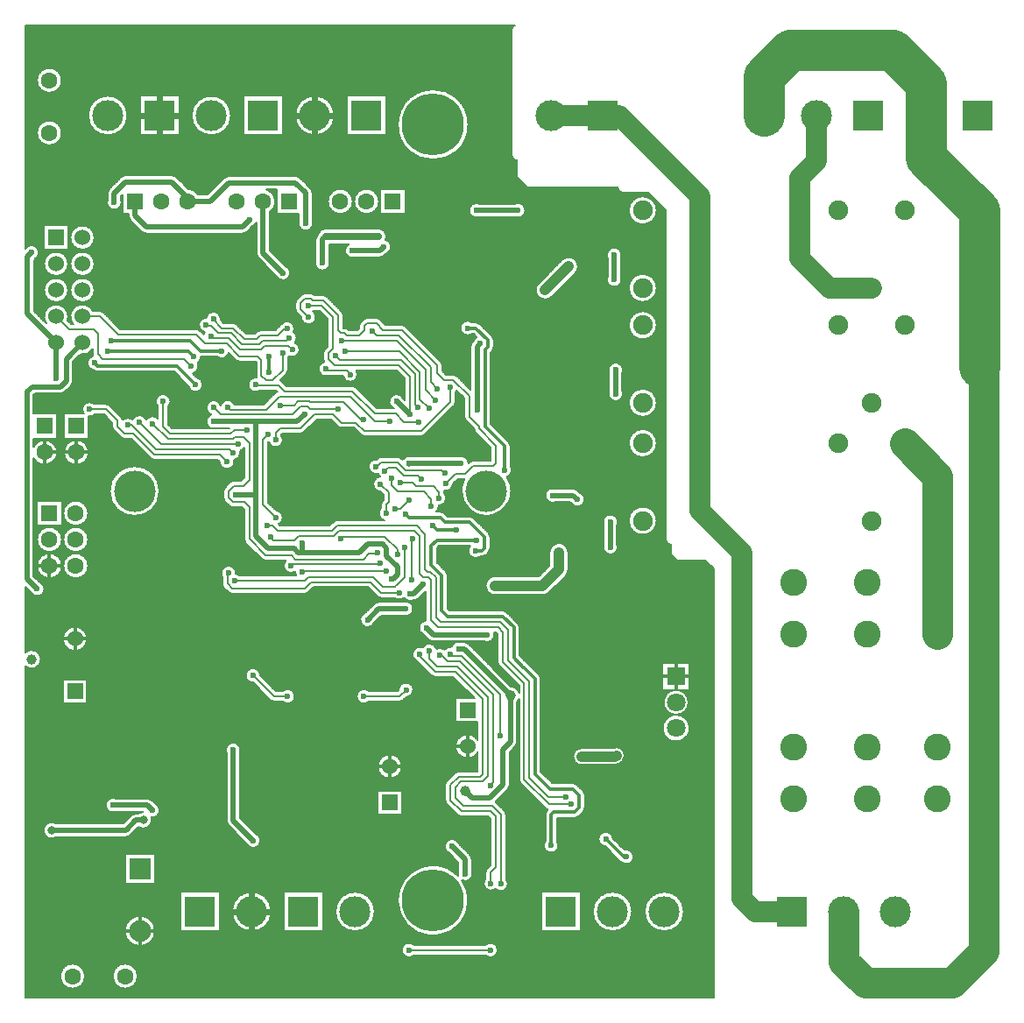
<source format=gbl>
G04 Layer_Physical_Order=2*
G04 Layer_Color=16711680*
%FSLAX24Y24*%
%MOIN*%
G70*
G01*
G75*
%ADD10C,0.0079*%
%ADD47C,0.0118*%
%ADD48C,0.0236*%
%ADD49C,0.0787*%
%ADD50C,0.0197*%
%ADD52C,0.0394*%
%ADD53C,0.0138*%
%ADD55C,0.0276*%
%ADD56C,0.1181*%
%ADD58C,0.2362*%
%ADD59C,0.1575*%
%ADD60R,0.1181X0.1181*%
%ADD61C,0.1181*%
%ADD62R,0.0630X0.0630*%
%ADD63C,0.0630*%
%ADD64R,0.0630X0.0630*%
%ADD65C,0.0709*%
%ADD66R,0.0709X0.0709*%
%ADD67R,0.0827X0.0827*%
%ADD68C,0.0827*%
%ADD69C,0.0748*%
%ADD70C,0.1024*%
%ADD71C,0.0600*%
%ADD72R,0.0600X0.0600*%
%ADD73C,0.0236*%
%ADD74C,0.0394*%
%ADD75C,0.0315*%
%ADD76C,0.1575*%
D10*
X48327Y41457D02*
G03*
X48327Y41457I-531J0D01*
G01*
X46850Y42323D02*
G03*
X47047Y42126I197J0D01*
G01*
X46850Y42323D02*
G03*
X47047Y42126I197J0D01*
G01*
X46990Y39766D02*
G03*
X46457Y39669I-276J0D01*
G01*
X46968Y39658D02*
G03*
X46990Y39766I-254J108D01*
G01*
X45334Y39330D02*
G03*
X44729Y39581I-354J0D01*
G01*
X45230Y39080D02*
G03*
X45334Y39330I-251J251D01*
G01*
X48327Y38504D02*
G03*
X48327Y38504I-531J0D01*
G01*
Y37087D02*
G03*
X48327Y37087I-531J0D01*
G01*
X46988Y38819D02*
G03*
X46968Y38921I-276J0D01*
G01*
X46457D02*
G03*
X46988Y38819I256J-102D01*
G01*
X42815Y43553D02*
G03*
X43012Y43356I197J0D01*
G01*
X42928Y48505D02*
G03*
X42815Y48327I84J-178D01*
G01*
Y43553D02*
G03*
X43012Y43356I197J0D01*
G01*
X42928Y48505D02*
G03*
X42815Y48327I84J-178D01*
G01*
X43327Y41457D02*
G03*
X42949Y41713I-276J0D01*
G01*
Y41201D02*
G03*
X43327Y41457I102J256D01*
G01*
X43824Y38676D02*
G03*
X44325Y38175I251J-251D01*
G01*
X42126Y36516D02*
G03*
X42063Y36669I-217J0D01*
G01*
X42126Y36516D02*
G03*
X42062Y36669I-217J0D01*
G01*
X48327Y34134D02*
G03*
X48327Y34134I-531J0D01*
G01*
X47037Y35384D02*
G03*
X46506Y35282I-276J0D01*
G01*
X47018D02*
G03*
X47037Y35384I-256J102D01*
G01*
Y34478D02*
G03*
X47018Y34581I-276J0D01*
G01*
X46506D02*
G03*
X47037Y34478I256J-102D01*
G01*
X48327Y32598D02*
G03*
X48327Y32598I-531J0D01*
G01*
X45583Y30454D02*
G03*
X45416Y30708I-276J0D01*
G01*
X45054Y30346D02*
G03*
X45583Y30454I253J109D01*
G01*
X45333Y30791D02*
G03*
X45151Y30866I-181J-181D01*
G01*
X45332Y30791D02*
G03*
X45151Y30866I-181J-181D01*
G01*
X48671Y28937D02*
G03*
X48868Y28740I197J0D01*
G01*
X48671Y28937D02*
G03*
X48868Y28740I197J0D01*
G01*
X48327Y29646D02*
G03*
X48327Y29646I-531J0D01*
G01*
X46840Y29606D02*
G03*
X46309Y29504I-276J0D01*
G01*
X46821D02*
G03*
X46840Y29606I-256J102D01*
G01*
Y28642D02*
G03*
X46821Y28744I-276J0D01*
G01*
X46309D02*
G03*
X46840Y28642I256J-102D01*
G01*
X44961Y28407D02*
G03*
X44963Y28446I-352J39D01*
G01*
X44961Y28407D02*
G03*
X44963Y28446I-352J39D01*
G01*
X44857Y27545D02*
G03*
X44961Y27795I-251J251D01*
G01*
X44857Y27544D02*
G03*
X44961Y27795I-250J251D01*
G01*
X42063Y36112D02*
G03*
X42126Y36265I-153J153D01*
G01*
X42062Y36112D02*
G03*
X42126Y36265I-153J153D01*
G01*
X42756Y32490D02*
G03*
X42692Y32644I-217J0D01*
G01*
X42815Y31575D02*
G03*
X42756Y31745I-276J0D01*
G01*
X42625Y31313D02*
G03*
X42815Y31575I-86J262D01*
G01*
X42756Y32490D02*
G03*
X42692Y32643I-217J0D01*
G01*
X44472Y30866D02*
G03*
X44472Y30354I-102J-256D01*
G01*
X44963Y28446D02*
G03*
X44358Y28697I-354J0D01*
G01*
X44963Y28446D02*
G03*
X44358Y28697I-354J0D01*
G01*
X44356Y28695D02*
G03*
X44252Y28444I251J-251D01*
G01*
X44356Y28695D02*
G03*
X44252Y28444I251J-251D01*
G01*
X42791Y30778D02*
G03*
X42625Y31313I-945J0D01*
G01*
X42791Y30778D02*
G03*
X42625Y31313I-945J0D01*
G01*
X41021Y31240D02*
G03*
X42791Y30778I824J-462D01*
G01*
X41021Y31240D02*
G03*
X42791Y30778I824J-462D01*
G01*
X41988Y29030D02*
G03*
X41925Y29183I-217J0D01*
G01*
X41988Y29030D02*
G03*
X41924Y29183I-217J0D01*
G01*
X41925Y28449D02*
G03*
X41988Y28602I-153J153D01*
G01*
X41924Y28449D02*
G03*
X41988Y28602I-153J153D01*
G01*
X41668Y28283D02*
G03*
X41822Y28346I0J217D01*
G01*
X41668Y28283D02*
G03*
X41821Y28346I0J217D01*
G01*
X41157Y44725D02*
G03*
X41157Y44725I-1339J0D01*
G01*
X41569Y41713D02*
G03*
X41569Y41201I-102J-256D01*
G01*
X41600Y37131D02*
G03*
X41447Y37195I-153J-153D01*
G01*
X41600Y37131D02*
G03*
X41447Y37195I-153J-153D01*
G01*
X41302D02*
G03*
X41302Y36762I-170J-217D01*
G01*
X38052Y39816D02*
G03*
X38219Y40069I-109J253D01*
G01*
D02*
G03*
X38008Y40337I-276J0D01*
G01*
Y40337D02*
G03*
X38041Y40472I-262J136D01*
G01*
X38779Y37041D02*
G03*
X38640Y37098I-139J-139D01*
G01*
X38779Y37041D02*
G03*
X38640Y37098I-139J-139D01*
G01*
X38041Y40472D02*
G03*
X37746Y40768I-295J0D01*
G01*
X37805Y39675D02*
G03*
X37986Y39750I0J256D01*
G01*
X37805Y39675D02*
G03*
X37986Y39750I0J256D01*
G01*
X37760Y41801D02*
G03*
X37760Y41801I-472J0D01*
G01*
X36760D02*
G03*
X36760Y41801I-472J0D01*
G01*
X36618Y40177D02*
G03*
X36844Y39675I124J-246D01*
G01*
X37797Y37305D02*
G03*
X37657Y37362I-139J-139D01*
G01*
X37797Y37305D02*
G03*
X37657Y37362I-139J-139D01*
G01*
X37313D02*
G03*
X37174Y37305I0J-197D01*
G01*
X37313Y37362D02*
G03*
X37174Y37305I0J-197D01*
G01*
X37066Y37196D02*
G03*
X37008Y37057I139J-139D01*
G01*
X37066Y37196D02*
G03*
X37008Y37057I139J-139D01*
G01*
X35886Y39449D02*
G03*
X35866Y39551I-276J0D01*
G01*
X36392Y37479D02*
G03*
X36334Y37618I-197J0D01*
G01*
X36584Y36922D02*
G03*
X36445Y36980I-139J-139D01*
G01*
X36584Y36922D02*
G03*
X36445Y36980I-139J-139D01*
G01*
X36392Y37479D02*
G03*
X36334Y37618I-197J0D01*
G01*
X35792Y38161D02*
G03*
X35652Y38219I-139J-139D01*
G01*
X35792Y38161D02*
G03*
X35652Y38219I-139J-139D01*
G01*
X41487Y36632D02*
G03*
X41361Y36496I127J-244D01*
G01*
X41315Y36451D02*
G03*
X41240Y36270I181J-181D01*
G01*
X41315Y36451D02*
G03*
X41240Y36270I181J-181D01*
G01*
X41378Y33149D02*
G03*
X41436Y33009I197J0D01*
G01*
X41378Y33149D02*
G03*
X41436Y33009I197J0D01*
G01*
X41004Y33612D02*
G03*
X41062Y33473I197J0D01*
G01*
X41004Y33612D02*
G03*
X41062Y33473I197J0D01*
G01*
X40669Y34541D02*
G03*
X40715Y34603I-197J193D01*
G01*
X40726Y35149D02*
G03*
X40587Y35207I-139J-139D01*
G01*
X40726Y35149D02*
G03*
X40587Y35207I-139J-139D01*
G01*
X40167Y35571D02*
G03*
X40110Y35710I-197J0D01*
G01*
X40167Y35571D02*
G03*
X40110Y35710I-197J0D01*
G01*
X40612Y34014D02*
G03*
X40669Y34154I-139J139D01*
G01*
X40612Y34014D02*
G03*
X40669Y34154I-139J139D01*
G01*
X41330Y31920D02*
G03*
X41190Y31862I0J-197D01*
G01*
X41330Y31920D02*
G03*
X41190Y31862I0J-197D01*
G01*
X41160Y31832D02*
G03*
X40782Y32088I-276J0D01*
G01*
X41368Y29739D02*
G03*
X41215Y29803I-153J-153D01*
G01*
X41368Y29740D02*
G03*
X41215Y29803I-153J-153D01*
G01*
X41225Y28681D02*
G03*
X41602Y28283I207J-182D01*
G01*
X40241Y30783D02*
G03*
X40571Y31050I54J270D01*
G01*
X40246Y30738D02*
G03*
X40241Y30783I-197J0D01*
G01*
X40246Y30738D02*
G03*
X40241Y30783I-197J0D01*
G01*
X40325Y30502D02*
G03*
X40246Y30695I-276J0D01*
G01*
X40364Y27573D02*
G03*
X40301Y27726I-217J0D01*
G01*
X40364Y27573D02*
G03*
X40300Y27726I-217J0D01*
G01*
X40029Y30227D02*
G03*
X40325Y30502I20J275D01*
G01*
X40242Y29927D02*
G03*
X40089Y29990I-153J-153D01*
G01*
X39924D02*
G03*
X40030Y30207I-170J217D01*
G01*
X40242Y29926D02*
G03*
X40089Y29990I-153J-153D01*
G01*
X38678Y34292D02*
G03*
X38317Y33930I-253J-109D01*
G01*
X35697Y36169D02*
G03*
X35640Y36030I139J-139D01*
G01*
X36941Y35208D02*
G03*
X36893Y35364I-276J0D01*
G01*
X35697Y36169D02*
G03*
X35640Y36030I139J-139D01*
G01*
Y35801D02*
G03*
X35672Y35693I197J0D01*
G01*
X35640Y35801D02*
G03*
X35672Y35693I197J0D01*
G01*
X36393Y35167D02*
G03*
X36941Y35208I273J41D01*
G01*
X36884Y34716D02*
G03*
X36745Y34774I-139J-139D01*
G01*
X36884Y34716D02*
G03*
X36745Y34774I-139J-139D01*
G01*
X36188Y33238D02*
G03*
X36327Y33181I139J139D01*
G01*
X36188Y33238D02*
G03*
X36327Y33181I139J139D01*
G01*
X39380Y32864D02*
G03*
X39519Y32922I0J197D01*
G01*
X39380Y32864D02*
G03*
X39519Y32922I0J197D01*
G01*
X38601Y32019D02*
G03*
X38462Y32077I-139J-139D01*
G01*
X39002Y32088D02*
G03*
X38657Y31963I-102J-256D01*
G01*
X38601Y32019D02*
G03*
X38462Y32077I-139J-139D01*
G01*
X37854D02*
G03*
X37715Y32019I0J-197D01*
G01*
X37854Y32077D02*
G03*
X37715Y32019I0J-197D01*
G01*
X37723Y31442D02*
G03*
X37812Y31319I259J94D01*
G01*
X37812Y31319D02*
G03*
X37812Y30768I3J-276D01*
G01*
X37894Y30397D02*
G03*
X37836Y30258I139J-139D01*
G01*
X37894Y30397D02*
G03*
X37836Y30258I139J-139D01*
G01*
Y30125D02*
G03*
X37966Y29665I197J-193D01*
G01*
X37060Y32922D02*
G03*
X37199Y32864I139J139D01*
G01*
X37060Y32922D02*
G03*
X37199Y32864I139J139D01*
G01*
X37674Y31978D02*
G03*
X37723Y31442I-34J-273D01*
G01*
X36163Y29665D02*
G03*
X36023Y29608I0J-197D01*
G01*
X36163Y29665D02*
G03*
X36023Y29608I0J-197D01*
G01*
X49577Y21752D02*
G03*
X49065Y22264I-512J0D01*
G01*
D02*
G03*
X49577Y21752I0J-512D01*
G01*
X49065Y22264D02*
G03*
X49537Y22736I0J472D01*
G01*
D02*
G03*
X49065Y23209I-472J0D01*
G01*
D02*
G03*
X49065Y22264I0J-472D01*
G01*
X47014Y20486D02*
G03*
X47106Y20709I-223J223D01*
G01*
D02*
G03*
X46639Y20984I-315J0D01*
G01*
X46752Y20354D02*
G03*
X46975Y20447I0J315D01*
G01*
X46752Y20354D02*
G03*
X46975Y20447I0J315D01*
G01*
X43986Y26821D02*
G03*
X44237Y26925I0J354D01*
G01*
X43986Y26821D02*
G03*
X44237Y26925I0J354D01*
G01*
X43110Y25582D02*
G03*
X43046Y25735I-217J0D01*
G01*
X43110Y25582D02*
G03*
X43047Y25735I-217J0D01*
G01*
X43411Y24228D02*
G03*
X43370Y24260I-153J-153D01*
G01*
X43411Y24228D02*
G03*
X43370Y24260I-153J-153D01*
G01*
X43917Y23632D02*
G03*
X43854Y23785I-217J0D01*
G01*
X43917Y23632D02*
G03*
X43854Y23785I-217J0D01*
G01*
X43091Y23109D02*
G03*
X42785Y23345I-335J-116D01*
G01*
X43012Y22747D02*
G03*
X43091Y22876I-256J245D01*
G01*
X45463Y20984D02*
G03*
X45463Y20354I0J-315D01*
G01*
X46661Y17562D02*
G03*
X46355Y17256I-274J-33D01*
G01*
X45593Y19210D02*
G03*
X45529Y19364I-217J0D01*
G01*
Y18574D02*
G03*
X45593Y18727I-153J153D01*
G01*
X45529Y18574D02*
G03*
X45593Y18727I-153J153D01*
G01*
Y19210D02*
G03*
X45529Y19364I-217J0D01*
G01*
X45301Y19592D02*
G03*
X45148Y19656I-153J-153D01*
G01*
X45301Y19592D02*
G03*
X45148Y19656I-153J-153D01*
G01*
X45203Y18338D02*
G03*
X45357Y18401I0J217D01*
G01*
X45203Y18338D02*
G03*
X45356Y18401I0J217D01*
G01*
X47451Y16850D02*
G03*
X47106Y17117I-276J0D01*
G01*
X46987Y16649D02*
G03*
X47451Y16850I188J201D01*
G01*
X46913Y16698D02*
G03*
X46987Y16649I153J153D01*
G01*
X46914Y16697D02*
G03*
X46987Y16649I153J153D01*
G01*
X49360Y14774D02*
G03*
X49360Y14774I-748J0D01*
G01*
X47392D02*
G03*
X47392Y14774I-748J0D01*
G01*
X44158Y18628D02*
G03*
X44094Y18474I153J-153D01*
G01*
X44089Y18710D02*
G03*
X44187Y18657I139J139D01*
G01*
X44089Y18710D02*
G03*
X44187Y18657I139J139D01*
G01*
X44158Y18628D02*
G03*
X44094Y18474I153J-153D01*
G01*
X44587Y17283D02*
G03*
X44528Y17454I-276J0D01*
G01*
X44094D02*
G03*
X44587Y17283I217J-170D01*
G01*
X43091Y19791D02*
G03*
X43148Y19651I197J0D01*
G01*
X43091Y19791D02*
G03*
X43148Y19651I197J0D01*
G01*
X42165Y27530D02*
G03*
X42165Y26821I0J-354D01*
G01*
X42166Y27530D02*
G03*
X42166Y26821I-1J-354D01*
G01*
X42625Y26157D02*
G03*
X42472Y26220I-153J-153D01*
G01*
X42625Y26157D02*
G03*
X42472Y26220I-153J-153D01*
G01*
X42156Y25305D02*
G03*
X42141Y25394I-276J0D01*
G01*
X41778Y25049D02*
G03*
X42156Y25305I102J256D01*
G01*
X41176Y24955D02*
G03*
X40995Y25030I-181J-181D01*
G01*
X41176Y24954D02*
G03*
X40995Y25030I-181J-181D01*
G01*
X40900D02*
G03*
X40532Y24848I-102J-256D01*
G01*
X42283Y24259D02*
G03*
X42341Y24120I197J0D01*
G01*
X42283Y24259D02*
G03*
X42341Y24120I197J0D01*
G01*
X40532Y24848D02*
G03*
X40258Y24737I-50J-271D01*
G01*
X40258D02*
G03*
X39941Y24766I-179J-209D01*
G01*
X39750Y23768D02*
G03*
X39889Y23711I139J139D01*
G01*
X39750Y23768D02*
G03*
X39889Y23711I139J139D01*
G01*
X39085Y26614D02*
G03*
X39266Y26689I0J256D01*
G01*
X39085Y26614D02*
G03*
X39266Y26689I0J256D01*
G01*
X38713Y26709D02*
G03*
X39039Y26614I224J161D01*
G01*
X39055Y26299D02*
G03*
X38677Y26555I-276J0D01*
G01*
Y26043D02*
G03*
X39055Y26299I102J256D01*
G01*
X39642Y25124D02*
G03*
X39823Y25049I181J181D01*
G01*
X39642Y25124D02*
G03*
X39823Y25049I181J181D01*
G01*
X39537Y25876D02*
G03*
X39540Y25846I197J0D01*
G01*
X39537Y25876D02*
G03*
X39540Y25846I197J0D01*
G01*
D02*
G03*
X39448Y25318I17J-275D01*
G01*
X39941Y24766D02*
G03*
X39428Y24817I-266J-72D01*
G01*
D02*
G03*
X39206Y24312I-117J-250D01*
G01*
X38331Y26713D02*
G03*
X38713Y26709I193J197D01*
G01*
X37695Y26770D02*
G03*
X37835Y26713I139J139D01*
G01*
X37695Y26770D02*
G03*
X37835Y26713I139J139D01*
G01*
X37746Y26555D02*
G03*
X37565Y26480I0J-256D01*
G01*
X37746Y26555D02*
G03*
X37565Y26480I0J-256D01*
G01*
X37214Y26129D02*
G03*
X37576Y25767I109J-253D01*
G01*
X38792Y22933D02*
G03*
X39065Y23209I-3J276D01*
G01*
D02*
G03*
X38514Y23211I-276J0D01*
G01*
X38543Y22766D02*
G03*
X38682Y22823I0J197D01*
G01*
X38543Y22766D02*
G03*
X38682Y22823I0J197D01*
G01*
X37378Y23159D02*
G03*
X37378Y22766I-193J-197D01*
G01*
X42937Y21049D02*
G03*
X43012Y21230I-181J181D01*
G01*
X42937Y21049D02*
G03*
X43012Y21230I-181J181D01*
G01*
X42651Y19405D02*
G03*
X42726Y19586I-181J181D01*
G01*
X42651Y19405D02*
G03*
X42726Y19586I-181J181D01*
G01*
X42589Y18474D02*
G03*
X42531Y18614I-197J0D01*
G01*
X42589Y18474D02*
G03*
X42531Y18614I-197J0D01*
G01*
X41516Y21296D02*
G03*
X41516Y20830I-394J-233D01*
G01*
X41879Y16409D02*
G03*
X41821Y16270I139J-139D01*
G01*
X40795Y20108D02*
G03*
X40656Y20051I0J-197D01*
G01*
X40795Y20108D02*
G03*
X40656Y20051I0J-197D01*
G01*
X41299Y16752D02*
G03*
X41224Y16933I-256J0D01*
G01*
X41299Y16752D02*
G03*
X41224Y16933I-256J0D01*
G01*
X40754Y18453D02*
G03*
X40893Y18396I139J139D01*
G01*
X40754Y18453D02*
G03*
X40893Y18396I139J139D01*
G01*
X42667Y15827D02*
G03*
X42589Y16020I-276J0D01*
G01*
X42194Y15635D02*
G03*
X42667Y15827I198J192D01*
G01*
X41879Y16409D02*
G03*
X41821Y16270I139J-139D01*
G01*
Y16039D02*
G03*
X42194Y15635I197J-193D01*
G01*
X42274Y13307D02*
G03*
X41805Y13504I-276J0D01*
G01*
Y13110D02*
G03*
X42274Y13307I193J197D01*
G01*
X41319Y16211D02*
G03*
X41299Y16313I-276J0D01*
G01*
X40787D02*
G03*
X40780Y16128I256J-102D01*
G01*
X40913Y15968D02*
G03*
X41319Y16211I130J243D01*
G01*
X41157Y15198D02*
G03*
X40913Y15968I-1339J0D01*
G01*
X40333Y19728D02*
G03*
X40276Y19589I139J-139D01*
G01*
X40333Y19728D02*
G03*
X40276Y19589I139J-139D01*
G01*
X38627Y20295D02*
G03*
X38627Y20295I-457J0D01*
G01*
X40276Y19013D02*
G03*
X40333Y18874I197J0D01*
G01*
X40276Y19013D02*
G03*
X40333Y18874I197J0D01*
G01*
X40795Y17363D02*
G03*
X40433Y17001I-253J-109D01*
G01*
X40780Y16128D02*
G03*
X41157Y15198I-962J-931D01*
G01*
X39091Y13504D02*
G03*
X39091Y13110I-193J-197D01*
G01*
X37598Y14774D02*
G03*
X37598Y14774I-748J0D01*
G01*
X36063Y45069D02*
G03*
X36063Y45069I-748J0D01*
G01*
X34768Y42691D02*
G03*
X34587Y42766I-181J-181D01*
G01*
X34768Y42691D02*
G03*
X34587Y42766I-181J-181D01*
G01*
X35226Y42126D02*
G03*
X35151Y42307I-256J0D01*
G01*
X35226Y42126D02*
G03*
X35151Y42307I-256J0D01*
G01*
X35246Y40965D02*
G03*
X35226Y41067I-276J0D01*
G01*
X35728Y40768D02*
G03*
X35443Y40549I0J-295D01*
G01*
X34715Y41067D02*
G03*
X35246Y40965I256J-102D01*
G01*
X33606Y41404D02*
G03*
X33823Y41801I-256J397D01*
G01*
D02*
G03*
X33485Y42254I-472J0D01*
G01*
X32953Y40859D02*
G03*
X33094Y40996I-109J253D01*
G01*
X32126Y45069D02*
G03*
X32126Y45069I-748J0D01*
G01*
X32559Y40571D02*
G03*
X32740Y40646I0J256D01*
G01*
X32559Y40571D02*
G03*
X32740Y40646I0J256D01*
G01*
X32047Y42766D02*
G03*
X31866Y42691I0J-256D01*
G01*
X32047Y42766D02*
G03*
X31866Y42691I0J-256D01*
G01*
X30881Y42057D02*
G03*
X30510Y42273I-397J-256D01*
G01*
X35429Y40535D02*
G03*
X35354Y40354I181J-181D01*
G01*
X35430Y40536D02*
G03*
X35354Y40354I181J-181D01*
G01*
Y39551D02*
G03*
X35886Y39449I256J-102D01*
G01*
X35356Y37394D02*
G03*
X35241Y37618I-276J0D01*
G01*
X34805Y37391D02*
G03*
X35356Y37394I276J3D01*
G01*
X34380Y39075D02*
G03*
X34213Y39328I-276J0D01*
G01*
X33851Y38966D02*
G03*
X34380Y39075I253J109D01*
G01*
X33094Y39829D02*
G03*
X33170Y39648I256J0D01*
G01*
X33094Y39829D02*
G03*
X33169Y39648I256J0D01*
G01*
X34945Y38297D02*
G03*
X34806Y38240I0J-197D01*
G01*
X35312D02*
G03*
X35173Y38297I-139J-139D01*
G01*
X35312Y38240D02*
G03*
X35173Y38297I-139J-139D01*
G01*
X34945D02*
G03*
X34806Y38240I0J-197D01*
G01*
X34644Y38078D02*
G03*
X34587Y37939I139J-139D01*
G01*
Y37691D02*
G03*
X34644Y37551I197J0D01*
G01*
Y38078D02*
G03*
X34587Y37939I139J-139D01*
G01*
Y37691D02*
G03*
X34644Y37551I197J0D01*
G01*
X34539Y36960D02*
G03*
X34037Y37118I-276J0D01*
G01*
X34626Y36604D02*
G03*
X34507Y36831I-276J0D01*
G01*
Y36831D02*
G03*
X34539Y36960I-243J129D01*
G01*
X33252Y36890D02*
G03*
X33113Y36832I0J-197D01*
G01*
X33252Y36890D02*
G03*
X33113Y36832I0J-197D01*
G01*
X35672Y35693D02*
G03*
X35831Y35167I56J-270D01*
G01*
X34734Y36161D02*
G03*
X34555Y36420I-276J0D01*
G01*
D02*
G03*
X34626Y36604I-205J185D01*
G01*
X34346Y35910D02*
G03*
X34734Y36161I113J251D01*
G01*
X34291Y35831D02*
G03*
X34346Y35910I-197J193D01*
G01*
X34234Y35235D02*
G03*
X34291Y35374I-139J139D01*
G01*
X34234Y35235D02*
G03*
X34291Y35374I-139J139D01*
G01*
X33091Y35171D02*
G03*
X33106Y35095I197J0D01*
G01*
X33091Y35171D02*
G03*
X33106Y35095I197J0D01*
G01*
X34074Y34942D02*
G03*
X33991Y34992I-139J-139D01*
G01*
X34074Y34942D02*
G03*
X33991Y34992I-139J-139D01*
G01*
X33895Y34565D02*
G03*
X33821Y34519I66J-185D01*
G01*
X34781Y32974D02*
G03*
X34920Y33032I0J197D01*
G01*
X34781Y32974D02*
G03*
X34920Y33032I0J197D01*
G01*
X33895Y34565D02*
G03*
X33821Y34519I66J-185D01*
G01*
X31734Y37325D02*
G03*
X31187Y37372I-276J0D01*
G01*
X32342Y37118D02*
G03*
X32203Y37175I-139J-139D01*
G01*
X32342Y37118D02*
G03*
X32203Y37175I-139J-139D01*
G01*
X31187Y37372D02*
G03*
X31129Y36826I-6J-276D01*
G01*
D02*
G03*
X31088Y36729I229J-153D01*
G01*
X32302Y35766D02*
G03*
X32441Y35709I139J139D01*
G01*
X32302Y35766D02*
G03*
X32441Y35709I139J139D01*
G01*
X31603Y35888D02*
G03*
X32039Y36030I170J217D01*
G01*
X30936Y36881D02*
G03*
X30797Y36939I-139J-139D01*
G01*
X30936Y36881D02*
G03*
X30797Y36939I-139J-139D01*
G01*
X33106Y35095D02*
G03*
X33231Y34606I-45J-272D01*
G01*
X32261Y34076D02*
G03*
X31739Y34029I-253J-110D01*
G01*
X30853Y35657D02*
G03*
X30974Y35886I-154J229D01*
G01*
X30887Y35523D02*
G03*
X30853Y35657I-276J0D01*
G01*
X30667Y35253D02*
G03*
X30887Y35523I-55J270D01*
G01*
X31053Y34823D02*
G03*
X30826Y35094I-276J0D01*
G01*
X30506Y34774D02*
G03*
X31053Y34823I271J49D01*
G01*
X31739Y34029D02*
G03*
X31378Y33689I-263J-82D01*
G01*
D02*
G03*
X31563Y33171I79J-264D01*
G01*
X30063Y42720D02*
G03*
X29882Y42795I-181J-181D01*
G01*
X30063Y42720D02*
G03*
X29882Y42795I-181J-181D01*
G01*
X28736Y40646D02*
G03*
X28917Y40571I181J181D01*
G01*
X28736Y40646D02*
G03*
X28917Y40571I181J181D01*
G01*
X28120Y42795D02*
G03*
X27939Y42720I0J-256D01*
G01*
X28120Y42795D02*
G03*
X27939Y42720I0J-256D01*
G01*
X27963Y41752D02*
G03*
X27943Y41854I-276J0D01*
G01*
X28228Y41260D02*
G03*
X28303Y41079I256J0D01*
G01*
X28228Y41260D02*
G03*
X28304Y41079I256J0D01*
G01*
X28189Y45069D02*
G03*
X28189Y45069I-748J0D01*
G01*
X25689Y46407D02*
G03*
X25689Y46407I-472J0D01*
G01*
Y44407D02*
G03*
X25689Y44407I-472J0D01*
G01*
X27506Y42287D02*
G03*
X27431Y42106I181J-181D01*
G01*
X27506Y42287D02*
G03*
X27431Y42106I181J-181D01*
G01*
Y41854D02*
G03*
X27963Y41752I256J-102D01*
G01*
X26930Y40423D02*
G03*
X26930Y40423I-457J0D01*
G01*
X27293Y37562D02*
G03*
X27154Y37620I-139J-139D01*
G01*
X27293Y37562D02*
G03*
X27154Y37620I-139J-139D01*
G01*
X26890Y35378D02*
G03*
X27047Y35315I157J163D01*
G01*
X26890Y35378D02*
G03*
X27047Y35315I157J163D01*
G01*
X26860Y35984D02*
G03*
X26872Y35917I197J0D01*
G01*
X26385Y35974D02*
G03*
X26860Y36181I87J449D01*
G01*
Y35984D02*
G03*
X26872Y35917I197J0D01*
G01*
D02*
G03*
X26890Y35378I67J-267D01*
G01*
X29744Y33990D02*
G03*
X29824Y34185I-195J194D01*
G01*
D02*
G03*
X29350Y33993I-276J0D01*
G01*
Y33525D02*
G03*
X28901Y33479I-209J-180D01*
G01*
D02*
G03*
X28386Y33489I-259J-93D01*
G01*
D02*
G03*
X28001Y33479I-188J-202D01*
G01*
X27511Y34027D02*
G03*
X27372Y34085I-139J-139D01*
G01*
X26935D02*
G03*
X26523Y33720I-193J-197D01*
G01*
X27511Y34027D02*
G03*
X27372Y34085I-139J-139D01*
G01*
X28001Y33479D02*
G03*
X27944Y33594I-195J-24D01*
G01*
X28001Y33479D02*
G03*
X27944Y33594I-195J-24D01*
G01*
X27608Y33228D02*
G03*
X27666Y33089I197J0D01*
G01*
X27608Y33228D02*
G03*
X27666Y33089I197J0D01*
G01*
X26713Y33614D02*
G03*
X26935Y33691I30J274D01*
G01*
X26930Y39423D02*
G03*
X26930Y39423I-457J0D01*
G01*
X25930D02*
G03*
X25930Y39423I-457J0D01*
G01*
X26930Y38423D02*
G03*
X26930Y38423I-457J0D01*
G01*
X25930D02*
G03*
X25930Y38423I-457J0D01*
G01*
X24813Y39852D02*
G03*
X24306Y40002I-276J0D01*
G01*
X24646Y39599D02*
G03*
X24813Y39852I-109J253D01*
G01*
X26885Y37620D02*
G03*
X26133Y37116I-413J-197D01*
G01*
X26037Y34780D02*
G03*
X26112Y34961I-181J181D01*
G01*
X26037Y34779D02*
G03*
X26112Y34961I-181J181D01*
G01*
X25904Y37270D02*
G03*
X25930Y37423I-431J153D01*
G01*
D02*
G03*
X25100Y37158I-457J0D01*
G01*
X25640Y34488D02*
G03*
X25821Y34563I0J256D01*
G01*
X25640Y34488D02*
G03*
X25821Y34563I0J256D01*
G01*
X34104Y32717D02*
G03*
X34026Y32909I-276J0D01*
G01*
X33561Y32650D02*
G03*
X34104Y32717I267J66D01*
G01*
Y29774D02*
G03*
X33832Y30049I-276J0D01*
G01*
X33923Y29515D02*
G03*
X34104Y29774I-94J259D01*
G01*
X34941Y26870D02*
G03*
X35080Y26928I0J197D01*
G01*
X34567Y27707D02*
G03*
X34610Y27559I276J-0D01*
G01*
X34217Y28130D02*
G03*
X34567Y27707I193J-197D01*
G01*
X34941Y26870D02*
G03*
X35080Y26928I0J197D01*
G01*
X33306Y28188D02*
G03*
X33445Y28130I139J139D01*
G01*
X33306Y28188D02*
G03*
X33445Y28130I139J139D01*
G01*
X32628Y28947D02*
G03*
X32686Y28808I197J0D01*
G01*
X32628Y28947D02*
G03*
X32686Y28808I197J0D01*
G01*
X33238Y23763D02*
G03*
X32960Y23484I-276J-3D01*
G01*
X32473Y32296D02*
G03*
X32628Y32417I-82J263D01*
G01*
X32480Y32234D02*
G03*
X32473Y32296I-276J0D01*
G01*
X32244Y31962D02*
G03*
X32480Y32234I-40J273D01*
G01*
X32254Y31890D02*
G03*
X32244Y31962I-276J0D01*
G01*
X32234Y31171D02*
G03*
X32095Y31114I0J-197D01*
G01*
X32234Y31171D02*
G03*
X32095Y31114I0J-197D01*
G01*
X31703Y31887D02*
G03*
X32254Y31890I276J3D01*
G01*
X31898Y30917D02*
G03*
X31841Y30778I139J-139D01*
G01*
X31898Y30917D02*
G03*
X31841Y30778I139J-139D01*
G01*
X32060Y30215D02*
G03*
X32199Y30157I139J139D01*
G01*
X31841Y30516D02*
G03*
X31898Y30377I197J0D01*
G01*
X31841Y30516D02*
G03*
X31898Y30377I197J0D01*
G01*
X32060Y30215D02*
G03*
X32199Y30157I139J139D01*
G01*
X32457Y27559D02*
G03*
X32314Y27633I-193J-197D01*
G01*
X32315Y27649D02*
G03*
X31791Y27528I-276J0D01*
G01*
X32030Y26928D02*
G03*
X32169Y26870I139J139D01*
G01*
X32030Y26928D02*
G03*
X32169Y26870I139J139D01*
G01*
X31791Y27248D02*
G03*
X31849Y27109I197J0D01*
G01*
X31791Y27248D02*
G03*
X31849Y27109I197J0D01*
G01*
X34557Y22963D02*
G03*
X34089Y23159I-276J0D01*
G01*
Y22766D02*
G03*
X34557Y22963I193J197D01*
G01*
X33621Y22823D02*
G03*
X33760Y22766I139J139D01*
G01*
X33621Y22823D02*
G03*
X33760Y22766I139J139D01*
G01*
X32470Y20823D02*
G03*
X32490Y20925I-256J102D01*
G01*
X33248Y17471D02*
G03*
X33081Y17724I-276J0D01*
G01*
X32719Y17362D02*
G03*
X33248Y17471I253J109D01*
G01*
X33661Y14774D02*
G03*
X33661Y14774I-748J0D01*
G01*
X32490Y20925D02*
G03*
X31959Y20823I-276J0D01*
G01*
Y18228D02*
G03*
X32034Y18047I256J0D01*
G01*
X31959Y18228D02*
G03*
X32034Y18047I256J0D01*
G01*
X27942Y32814D02*
G03*
X28081Y32756I139J139D01*
G01*
X27942Y32814D02*
G03*
X28081Y32756I139J139D01*
G01*
X29055Y32026D02*
G03*
X29194Y31969I139J139D01*
G01*
X29055Y32026D02*
G03*
X29194Y31969I139J139D01*
G01*
X29405Y30778D02*
G03*
X29405Y30778I-945J0D01*
G01*
D02*
G03*
X29405Y30778I-945J0D01*
G01*
X26713Y32248D02*
G03*
X26713Y32248I-472J0D01*
G01*
X26693Y29931D02*
G03*
X26693Y29931I-472J0D01*
G01*
Y28931D02*
G03*
X26693Y28931I-472J0D01*
G01*
Y27931D02*
G03*
X26693Y27931I-472J0D01*
G01*
X25512Y32248D02*
G03*
X24621Y32468I-472J0D01*
G01*
Y32028D02*
G03*
X25512Y32248I418J220D01*
G01*
X25693Y28931D02*
G03*
X25693Y28931I-472J0D01*
G01*
Y27931D02*
G03*
X25693Y27931I-472J0D01*
G01*
X29409Y18632D02*
G03*
X29242Y18885I-276J0D01*
G01*
X29096Y18359D02*
G03*
X29409Y18632I38J273D01*
G01*
X29128Y19000D02*
G03*
X28947Y19075I-181J-181D01*
G01*
X29128Y19000D02*
G03*
X28947Y19075I-181J-181D01*
G01*
X29116Y18249D02*
G03*
X29096Y18359I-315J0D01*
G01*
X28777Y18563D02*
G03*
X28617Y18505I24J-314D01*
G01*
X28619Y17991D02*
G03*
X29116Y18249I181J257D01*
G01*
X28515Y18505D02*
G03*
X28334Y18430I0J-256D01*
G01*
X28515Y18505D02*
G03*
X28333Y18430I0J-256D01*
G01*
X27740Y19075D02*
G03*
X27740Y18563I-102J-256D01*
G01*
X28130Y17608D02*
G03*
X28311Y17683I0J256D01*
G01*
X28130Y17608D02*
G03*
X28311Y17683I0J256D01*
G01*
X29232Y14035D02*
G03*
X29232Y14035I-571J0D01*
G01*
X28573Y12313D02*
G03*
X28573Y12313I-472J0D01*
G01*
X26648Y25150D02*
G03*
X26648Y25150I-457J0D01*
G01*
X25030Y27047D02*
G03*
X24863Y27301I-276J0D01*
G01*
X24501Y26939D02*
G03*
X25030Y27047I253J109D01*
G01*
X24892Y24370D02*
G03*
X24306Y24639I-354J0D01*
G01*
Y24101D02*
G03*
X24892Y24370I231J269D01*
G01*
X26573Y12313D02*
G03*
X26573Y12313I-472J0D01*
G01*
X25489Y18120D02*
G03*
X25489Y17608I-184J-256D01*
G01*
X48296Y41634D02*
X48491D01*
X48271Y41693D02*
X48432D01*
X48323Y41516D02*
X48609D01*
X48313Y41575D02*
X48550D01*
X48307Y41600D02*
Y41818D01*
X48248Y41735D02*
Y41877D01*
X48237Y41752D02*
X48373D01*
X48191Y41811D02*
X48314D01*
X48296Y41279D02*
X48671D01*
X48271Y41220D02*
X48671D01*
X48237Y41161D02*
X48671D01*
X48191Y41102D02*
X48671D01*
X48327Y41457D02*
X48669D01*
X48323Y41398D02*
X48671D01*
X48313Y41339D02*
X48671D01*
X47953Y41964D02*
Y42126D01*
X47047D02*
X47999D01*
X48012Y41942D02*
Y42113D01*
X47805Y41988D02*
X48137D01*
X47835Y41987D02*
Y42126D01*
X47776Y41988D02*
Y42126D01*
X47894Y41979D02*
Y42126D01*
X47999D02*
X48671Y41454D01*
X48129Y41870D02*
X48255D01*
X48039Y41929D02*
X48196D01*
X48130Y41870D02*
Y41995D01*
X48071Y41911D02*
Y42054D01*
X48189Y41814D02*
Y41936D01*
X48129Y41043D02*
X48671D01*
X48039Y40984D02*
X48671D01*
X46988Y39803D02*
X48671D01*
X46973Y39862D02*
X48671D01*
X47776Y39035D02*
Y40926D01*
X46990Y39744D02*
X48671D01*
X47804Y39035D02*
X48671D01*
X46978Y39685D02*
X48671D01*
X48071Y38958D02*
Y41002D01*
X48012Y38989D02*
Y40971D01*
X48129Y38917D02*
X48671D01*
X48039Y38976D02*
X48671D01*
X47953Y39012D02*
Y40949D01*
X47894Y39026D02*
Y40934D01*
X47835Y39034D02*
Y40927D01*
X46968Y39567D02*
X48671D01*
X46968Y39626D02*
X48671D01*
X46968Y39449D02*
X48671D01*
X46968Y39508D02*
X48671D01*
X46888Y39980D02*
X48671D01*
X46748Y40039D02*
X48671D01*
X46942Y39921D02*
X48671D01*
X46968Y39331D02*
X48671D01*
X46968Y39390D02*
X48671D01*
X46968Y39213D02*
X48671D01*
X46968Y39272D02*
X48671D01*
X46968Y39094D02*
X48671D01*
X46968Y39153D02*
X48671D01*
X46968Y39035D02*
X47786D01*
X47539Y41922D02*
Y42126D01*
X47480Y41885D02*
Y42126D01*
X47716Y41982D02*
Y42126D01*
X47598Y41950D02*
Y42126D01*
X46713Y40041D02*
Y42333D01*
X47303Y41657D02*
Y42126D01*
X46831Y40016D02*
Y42333D01*
X46772Y40035D02*
Y42333D01*
X46949Y39912D02*
Y42152D01*
X46890Y39979D02*
Y42205D01*
X46594Y40014D02*
Y42333D01*
X46535Y39975D02*
Y42333D01*
X46653Y40034D02*
Y42333D01*
X45059Y39676D02*
Y42333D01*
X45000Y39684D02*
Y42333D01*
X46476Y39904D02*
Y42333D01*
X45118Y39657D02*
Y42333D01*
X44882Y39671D02*
Y42333D01*
X44823Y39648D02*
Y42333D01*
X44941Y39682D02*
Y42333D01*
X45177Y39625D02*
Y42333D01*
X44764Y39611D02*
Y42333D01*
X45295Y39492D02*
Y42333D01*
X45236Y39575D02*
Y42333D01*
X44646Y39497D02*
Y42333D01*
X44587Y39438D02*
Y42333D01*
X44705Y39556D02*
Y42333D01*
X47657Y41970D02*
Y42126D01*
X47421Y41834D02*
Y42126D01*
X47716Y39030D02*
Y40931D01*
X47657Y39017D02*
Y40943D01*
X47362Y41765D02*
Y42126D01*
X45334Y39331D02*
X46457D01*
X47539Y38970D02*
Y40991D01*
X47480Y38932D02*
Y41029D01*
X47598Y38998D02*
Y40963D01*
X46968Y38976D02*
X47552D01*
X46968Y38921D02*
Y39658D01*
X46457Y38921D02*
Y39669D01*
X46970Y38917D02*
X47461D01*
X45244Y39567D02*
X46457D01*
X45175Y39626D02*
X46457D01*
X45314Y39449D02*
X46457D01*
X45287Y39508D02*
X46457D01*
X45329Y39390D02*
X46457D01*
X45329Y39272D02*
X46457D01*
X45314Y39213D02*
X46457D01*
X45287Y39153D02*
X46457D01*
X45244Y39094D02*
X46457D01*
X45127Y38976D02*
X46457D01*
X45186Y39035D02*
X46457D01*
X45068Y38917D02*
X46455D01*
X48271Y38740D02*
X48671D01*
X48237Y38799D02*
X48671D01*
X48323Y38563D02*
X48671D01*
X48296Y38681D02*
X48671D01*
X48307Y38648D02*
Y41313D01*
X48248Y38782D02*
Y41178D01*
X48327Y38504D02*
X48671D01*
X48313Y38622D02*
X48671D01*
X48323Y38445D02*
X48671D01*
X48313Y38386D02*
X48671D01*
X48296Y38327D02*
X48671D01*
X48271Y38268D02*
X48671D01*
Y28937D02*
Y41454D01*
X48307Y37230D02*
Y38360D01*
X48248Y37365D02*
Y38225D01*
X48237Y38209D02*
X48671D01*
X48191Y38150D02*
X48671D01*
X48129Y38090D02*
X48671D01*
X48039Y38031D02*
X48671D01*
X48189Y38861D02*
Y41100D01*
X48130Y38917D02*
Y41044D01*
X48191Y38858D02*
X48671D01*
X48189Y37444D02*
Y38147D01*
X48130Y37500D02*
Y38091D01*
X48071Y37541D02*
Y38049D01*
X47539Y37552D02*
Y38038D01*
X47480Y37515D02*
Y38076D01*
X48012Y37572D02*
Y38019D01*
X48323Y37146D02*
X48671D01*
X48313Y37205D02*
X48671D01*
X48327Y37087D02*
X48671D01*
X48323Y37027D02*
X48671D01*
X48237Y37382D02*
X48671D01*
X48191Y37441D02*
X48671D01*
X48296Y37264D02*
X48671D01*
X48271Y37323D02*
X48671D01*
X48313Y36968D02*
X48671D01*
X48296Y36909D02*
X48671D01*
X48271Y36850D02*
X48671D01*
X48237Y36791D02*
X48671D01*
X48307Y34278D02*
Y36943D01*
X48248Y34412D02*
Y36808D01*
X48191Y36732D02*
X48671D01*
X47953Y37594D02*
Y37996D01*
X47894Y37609D02*
Y37982D01*
X47835Y37617D02*
Y37974D01*
X47804Y37618D02*
X48671D01*
X47716Y37612D02*
Y37978D01*
X47657Y37600D02*
Y37991D01*
X47776Y37618D02*
Y37973D01*
X48039Y37559D02*
X48671D01*
X48129Y37500D02*
X48671D01*
X48129Y36673D02*
X48671D01*
X48189Y34491D02*
Y36729D01*
X47598Y37580D02*
Y38010D01*
X48130Y34547D02*
Y36674D01*
X47421Y38881D02*
Y41079D01*
X47362Y38812D02*
Y41149D01*
X46987Y38799D02*
X47353D01*
X46985Y38858D02*
X47399D01*
X47303Y38704D02*
Y41256D01*
X46977Y38740D02*
X47319D01*
X46951Y38681D02*
X47294D01*
X46417Y29839D02*
Y42333D01*
X46358Y29789D02*
Y42333D01*
X47008Y35508D02*
Y42130D01*
X45531Y30615D02*
Y42333D01*
X45472Y30675D02*
Y42333D01*
X46299Y29680D02*
Y42333D01*
X45009Y38858D02*
X46440D01*
X44950Y38799D02*
X46438D01*
X44891Y38740D02*
X46449D01*
X44832Y38681D02*
X46474D01*
X45118Y30866D02*
Y38967D01*
X45059Y30866D02*
Y38908D01*
X44882Y30866D02*
Y38731D01*
X45413Y30710D02*
Y42333D01*
X45354Y30769D02*
Y42333D01*
X45295Y30822D02*
Y39169D01*
X45236Y30852D02*
Y39086D01*
X45177Y30865D02*
Y39026D01*
X45000Y30866D02*
Y38849D01*
X44941Y30866D02*
Y38790D01*
X47303Y37287D02*
Y38303D01*
X46905Y38622D02*
X47277D01*
X47421Y37464D02*
Y38126D01*
X47362Y37395D02*
Y38196D01*
X46815Y38563D02*
X47267D01*
X46772Y35659D02*
Y38550D01*
X46713Y35655D02*
Y38543D01*
X47362Y34442D02*
Y36779D01*
X47303Y34334D02*
Y36886D01*
X47480Y34562D02*
Y36659D01*
X47421Y34511D02*
Y36709D01*
X46949Y35586D02*
Y38677D01*
X46890Y35628D02*
Y38608D01*
X46831Y35651D02*
Y38570D01*
X46653Y35637D02*
Y38550D01*
X44655Y38504D02*
X47264D01*
X44596Y38445D02*
X47267D01*
X44536Y38386D02*
X47277D01*
X46594Y35603D02*
Y38570D01*
X44773Y38622D02*
X46520D01*
X44714Y38563D02*
X46611D01*
X46476Y29867D02*
Y38677D01*
X44823Y30866D02*
Y38672D01*
X46535Y35541D02*
Y38608D01*
X44764Y30866D02*
Y38613D01*
X44705Y30866D02*
Y38554D01*
X44646Y30866D02*
Y38495D01*
X44587Y30866D02*
Y38436D01*
X43012Y42726D02*
X43406Y42333D01*
X46850D01*
X43051Y41732D02*
Y42687D01*
X42874Y48467D02*
Y48505D01*
X43012Y42726D02*
Y43356D01*
X43169Y41706D02*
Y42569D01*
X43110Y41726D02*
Y42628D01*
X43287Y41599D02*
Y42451D01*
X43228Y41668D02*
Y42510D01*
X42933Y41713D02*
Y43373D01*
X42874Y41713D02*
Y43413D01*
X42992Y41726D02*
Y43357D01*
X41078Y45177D02*
X42815D01*
X41098Y45118D02*
X42815D01*
X40408Y43524D02*
X42817D01*
X41128Y45000D02*
X42815D01*
X41114Y45059D02*
X42815D01*
X41139Y44941D02*
X42815D01*
X38760Y42106D02*
X48019D01*
X38760Y42165D02*
X46929D01*
X38760Y41988D02*
X47786D01*
X38760Y42047D02*
X48078D01*
X40268Y43464D02*
X42836D01*
X40042Y43405D02*
X42882D01*
X38760Y42224D02*
X46877D01*
X38760Y41752D02*
X47353D01*
X38760Y41811D02*
X47399D01*
X43262Y41634D02*
X47294D01*
X43193Y41693D02*
X47319D01*
X41569Y41713D02*
X42949D01*
X43320Y41516D02*
X47267D01*
X43300Y41575D02*
X47277D01*
X43320Y41398D02*
X47267D01*
X43300Y41339D02*
X47277D01*
X43262Y41279D02*
X47294D01*
X43193Y41220D02*
X47319D01*
X43327Y41457D02*
X47264D01*
X41569Y41201D02*
X42949D01*
X37947Y40689D02*
X48671D01*
X37852Y40748D02*
X48671D01*
X38039Y40512D02*
X48671D01*
X37996Y40630D02*
X48671D01*
X38760Y41870D02*
X47461D01*
X38760Y41929D02*
X47552D01*
X38024Y40571D02*
X48671D01*
X38176Y40216D02*
X48671D01*
X38125Y40276D02*
X48671D01*
X38217Y40098D02*
X48671D01*
X38204Y40157D02*
X48671D01*
X38041Y40453D02*
X48671D01*
X38031Y40394D02*
X48671D01*
X38016Y40335D02*
X48671D01*
X42756Y41713D02*
Y48505D01*
X42697Y41713D02*
Y48505D01*
X42815Y43553D02*
Y48327D01*
X42815Y41713D02*
Y48505D01*
X42520Y41713D02*
Y48505D01*
X42461Y41713D02*
Y48505D01*
X42638Y41713D02*
Y48505D01*
X42579Y41713D02*
Y48505D01*
X42283Y41713D02*
Y48505D01*
X42224Y41713D02*
Y48505D01*
X42401Y41713D02*
Y48505D01*
X42342Y41713D02*
Y48505D01*
X42106Y41713D02*
Y48505D01*
X42047Y41713D02*
Y48505D01*
X42165Y41713D02*
Y48505D01*
X40579Y45827D02*
X42815D01*
X40485Y45886D02*
X42815D01*
X40726Y45709D02*
X42815D01*
X40658Y45768D02*
X42815D01*
X40214Y46004D02*
X42815D01*
X39867Y46063D02*
X42815D01*
X40370Y45945D02*
X42815D01*
X41988Y41713D02*
Y48505D01*
X40786Y45650D02*
X42815D01*
X40887Y45531D02*
X42815D01*
X40839Y45590D02*
X42815D01*
X41870Y41713D02*
Y48505D01*
X41811Y41713D02*
Y48505D01*
X41929Y41713D02*
Y48505D01*
X41157Y44705D02*
X42815D01*
X41156Y44764D02*
X42815D01*
X41154Y44646D02*
X42815D01*
X41149Y44587D02*
X42815D01*
X41147Y44882D02*
X42815D01*
X41055Y45236D02*
X42815D01*
X41153Y44823D02*
X42815D01*
X41103Y44350D02*
X42815D01*
X41084Y44291D02*
X42815D01*
X41063Y44232D02*
X42815D01*
X41038Y44173D02*
X42815D01*
X41142Y44527D02*
X42815D01*
X41132Y44468D02*
X42815D01*
X41119Y44409D02*
X42815D01*
X41029Y45295D02*
X42815D01*
X41009Y44114D02*
X42815D01*
X40977Y44055D02*
X42815D01*
X40941Y43996D02*
X42815D01*
X40966Y45413D02*
X42815D01*
X40929Y45472D02*
X42815D01*
X41000Y45354D02*
X42815D01*
X40745Y43760D02*
X42815D01*
X40680Y43701D02*
X42815D01*
X40604Y43642D02*
X42815D01*
X40515Y43583D02*
X42815D01*
X40900Y43937D02*
X42815D01*
X40854Y43878D02*
X42815D01*
X40803Y43819D02*
X42815D01*
X44527Y39379D02*
Y42333D01*
X38217Y40039D02*
X46682D01*
X44477Y38327D02*
X47294D01*
X43824Y38676D02*
X44729Y39581D01*
X44350Y39202D02*
Y42333D01*
X44291Y39143D02*
Y42333D01*
X44468Y39320D02*
Y42333D01*
X44409Y39261D02*
Y42333D01*
X44527Y30866D02*
Y38377D01*
X44325Y38175D02*
X45230Y39080D01*
X44418Y38268D02*
X47319D01*
X44359Y38209D02*
X47353D01*
X44468Y30868D02*
Y38318D01*
X44409Y30883D02*
Y38259D01*
X38204Y39980D02*
X46542D01*
X38176Y39921D02*
X46487D01*
X38125Y39862D02*
X46457D01*
X37875Y39685D02*
X46451D01*
X38039Y39803D02*
X46442D01*
X37980Y39744D02*
X46440D01*
X35866Y39626D02*
X44785D01*
X35879Y39508D02*
X44656D01*
X35866Y39567D02*
X44715D01*
X35886Y39449D02*
X44597D01*
X35879Y39390D02*
X44538D01*
X35859Y39331D02*
X44479D01*
X35821Y39272D02*
X44420D01*
X35752Y39213D02*
X44361D01*
X44297Y38150D02*
X47399D01*
X44191Y38090D02*
X47461D01*
X41822Y36909D02*
X47294D01*
X41763Y36968D02*
X47277D01*
X41584Y37146D02*
X47267D01*
X41289Y37205D02*
X47277D01*
X41704Y37027D02*
X47267D01*
X41645Y37087D02*
X47264D01*
X41940Y36791D02*
X47353D01*
X41881Y36850D02*
X47319D01*
X42058Y36673D02*
X47461D01*
X41999Y36732D02*
X47399D01*
X44350Y30885D02*
Y38200D01*
X44291Y30874D02*
Y38145D01*
X44232Y30849D02*
Y38108D01*
X36157Y37795D02*
X48671D01*
X36098Y37854D02*
X48671D01*
X36275Y37677D02*
X48671D01*
X36216Y37736D02*
X48671D01*
X35980Y37972D02*
X48671D01*
X35921Y38031D02*
X47552D01*
X36039Y37913D02*
X48671D01*
X36375Y37559D02*
X47552D01*
X36334Y37618D02*
X47786D01*
X36392Y37441D02*
X47399D01*
X36391Y37500D02*
X47461D01*
X37776Y37323D02*
X47319D01*
X36392Y37382D02*
X47353D01*
X37838Y37264D02*
X47294D01*
X44114Y38966D02*
Y42333D01*
X44055Y38907D02*
Y42333D01*
X44232Y39084D02*
Y42333D01*
X44173Y39025D02*
Y42333D01*
X43878Y38729D02*
Y42333D01*
X43819Y38670D02*
Y42333D01*
X43996Y38847D02*
Y42333D01*
X43937Y38788D02*
Y42333D01*
X43642Y27530D02*
Y42333D01*
X43583Y27530D02*
Y42333D01*
X43760Y38587D02*
Y42333D01*
X43701Y27530D02*
Y42333D01*
X43464Y27530D02*
Y42333D01*
X43405Y27530D02*
Y42333D01*
X43524Y27530D02*
Y42333D01*
X42106Y36606D02*
Y41201D01*
X41929Y36802D02*
Y41201D01*
X42224Y33111D02*
Y41201D01*
X42165Y33170D02*
Y41201D01*
X41811Y36920D02*
Y41201D01*
X41752Y36980D02*
Y41201D01*
X41870Y36861D02*
Y41201D01*
X43346Y27530D02*
Y42392D01*
X43287Y27530D02*
Y41315D01*
X43228Y27530D02*
Y41246D01*
X43169Y27530D02*
Y41208D01*
X42342Y32993D02*
Y41201D01*
X42283Y33052D02*
Y41201D01*
X42401Y32934D02*
Y41201D01*
X44173Y30803D02*
Y38085D01*
X43996Y27686D02*
Y38080D01*
X44114Y30712D02*
Y38073D01*
X44055Y27745D02*
Y38071D01*
X43878Y27568D02*
Y38131D01*
X42815Y31582D02*
Y41201D01*
X43937Y27627D02*
Y38099D01*
X43110Y27530D02*
Y41187D01*
X43051Y27530D02*
Y41181D01*
X43819Y27530D02*
Y38180D01*
X43760Y27530D02*
Y38263D01*
X42933Y27530D02*
Y41201D01*
X42874Y27530D02*
Y41201D01*
X42992Y27530D02*
Y41188D01*
X35803Y38150D02*
X43852D01*
X35714Y38209D02*
X43794D01*
X35862Y38090D02*
X43959D01*
X42047Y36684D02*
Y41201D01*
X41988Y36743D02*
Y41201D01*
X41600Y37131D02*
X42062Y36669D01*
X42638Y32698D02*
Y41201D01*
X42579Y32757D02*
Y41201D01*
X42756Y32496D02*
Y41201D01*
X42697Y32639D02*
Y41201D01*
X42520Y32816D02*
Y41201D01*
X42461Y32875D02*
Y41201D01*
X48129Y34547D02*
X48671D01*
X48039Y34606D02*
X48671D01*
X48237Y34429D02*
X48671D01*
X48191Y34488D02*
X48671D01*
X48039Y36614D02*
X48671D01*
X47033Y35433D02*
X48671D01*
X47804Y34665D02*
X48671D01*
X47037Y35374D02*
X48671D01*
X48327Y34134D02*
X48671D01*
X48323Y34193D02*
X48671D01*
X48323Y34075D02*
X48671D01*
X48313Y34016D02*
X48671D01*
X48296Y34311D02*
X48671D01*
X48271Y34370D02*
X48671D01*
X48313Y34252D02*
X48671D01*
X47029Y35315D02*
X48671D01*
X47018Y35256D02*
X48671D01*
X47018Y35138D02*
X48671D01*
X47018Y35197D02*
X48671D01*
X46981Y35551D02*
X48671D01*
X46919Y35610D02*
X48671D01*
X47015Y35492D02*
X48671D01*
X47018Y34842D02*
X48671D01*
X47018Y34902D02*
X48671D01*
X47018Y34724D02*
X48671D01*
X47018Y34783D02*
X48671D01*
X47018Y35020D02*
X48671D01*
X47018Y35079D02*
X48671D01*
X47018Y34961D02*
X48671D01*
X48313Y32716D02*
X48671D01*
X48129Y33012D02*
X48671D01*
X48327Y32598D02*
X48671D01*
X48323Y32657D02*
X48671D01*
X48296Y33957D02*
X48671D01*
X48271Y33898D02*
X48671D01*
X48237Y33839D02*
X48671D01*
X48191Y33779D02*
X48671D01*
X48271Y32362D02*
X48671D01*
X48237Y32303D02*
X48671D01*
X48191Y32244D02*
X48671D01*
X48129Y32185D02*
X48671D01*
X48323Y32539D02*
X48671D01*
X48313Y32480D02*
X48671D01*
X48296Y32421D02*
X48671D01*
X48039Y33071D02*
X48671D01*
X48039Y32126D02*
X48671D01*
X45356Y30768D02*
X48671D01*
X45288Y30827D02*
X48671D01*
X48129Y33720D02*
X48671D01*
X48039Y33661D02*
X48671D01*
X47804Y33130D02*
X48671D01*
X45580Y30413D02*
X48671D01*
X45564Y30354D02*
X48671D01*
X45532Y30295D02*
X48671D01*
X45476Y30236D02*
X48671D01*
X45502Y30650D02*
X48671D01*
X45415Y30709D02*
X48671D01*
X45582Y30472D02*
X48671D01*
X48012Y34619D02*
Y36601D01*
X47953Y34642D02*
Y36579D01*
X47894Y34656D02*
Y36564D01*
X47835Y34664D02*
Y36557D01*
X47657Y34647D02*
Y36573D01*
X47598Y34628D02*
Y36593D01*
X47776Y34665D02*
Y36555D01*
X47716Y34659D02*
Y36561D01*
X48071Y34588D02*
Y36632D01*
X48307Y32742D02*
Y33990D01*
X48248Y32877D02*
Y33855D01*
X47539Y34600D02*
Y36621D01*
X47303Y32799D02*
Y33933D01*
X47362Y32906D02*
Y33826D01*
X47018Y34665D02*
X47787D01*
X47029Y34547D02*
X47461D01*
X47018Y34606D02*
X47552D01*
X47018Y34581D02*
Y35282D01*
X46506Y34581D02*
Y35282D01*
X47037Y34488D02*
X47399D01*
X47033Y34429D02*
X47353D01*
X47015Y34370D02*
X47319D01*
X46981Y34311D02*
X47294D01*
X46919Y34252D02*
X47277D01*
X48130Y33011D02*
Y33721D01*
X48071Y33053D02*
Y33679D01*
X48012Y33084D02*
Y33648D01*
X47953Y33106D02*
Y33626D01*
X47894Y33121D02*
Y33612D01*
X47835Y33128D02*
Y33604D01*
X47776Y33130D02*
Y33603D01*
X48237Y32894D02*
X48671D01*
X48191Y32953D02*
X48671D01*
X48271Y32835D02*
X48671D01*
X47803Y30177D02*
X48671D01*
X48296Y32776D02*
X48671D01*
X48189Y32956D02*
Y33777D01*
X47776Y30177D02*
Y32067D01*
X47657Y33112D02*
Y33621D01*
X47598Y33092D02*
Y33640D01*
X47716Y33124D02*
Y33608D01*
X47480Y33026D02*
Y33706D01*
X47421Y32976D02*
Y33756D01*
X47539Y33064D02*
Y33668D01*
X45547Y30590D02*
X48671D01*
X45572Y30531D02*
X48671D01*
X45333Y30791D02*
X45416Y30708D01*
X48271Y29882D02*
X48671D01*
X48237Y29941D02*
X48671D01*
X48323Y29705D02*
X48671D01*
X48296Y29823D02*
X48671D01*
X48307Y29789D02*
Y32455D01*
X48248Y29924D02*
Y32320D01*
X48327Y29646D02*
X48671D01*
X48313Y29764D02*
X48671D01*
X48271Y29409D02*
X48671D01*
X48237Y29350D02*
X48671D01*
X48323Y29587D02*
X48671D01*
X48313Y29527D02*
X48671D01*
X48296Y29468D02*
X48671D01*
X48189Y30003D02*
Y32241D01*
X48039Y30118D02*
X48671D01*
X48191Y30000D02*
X48671D01*
X48129Y30059D02*
X48671D01*
X48130Y30059D02*
Y32185D01*
X48071Y30100D02*
Y32144D01*
X48012Y30131D02*
Y32113D01*
X48191Y29291D02*
X48671D01*
X48129Y29232D02*
X48671D01*
X48039Y29173D02*
X48671D01*
X46821Y28996D02*
X48671D01*
X46821Y29114D02*
X48671D01*
X46821Y29055D02*
X48671D01*
X46840Y28642D02*
X48868D01*
X46834Y28701D02*
X48868D01*
X46834Y28583D02*
X48868D01*
X46814Y28524D02*
X48868D01*
X46821Y28878D02*
X48680D01*
X46821Y28937D02*
X48671D01*
X46821Y28760D02*
X48782D01*
X46821Y28819D02*
X48711D01*
X48868Y28366D02*
X49094Y28140D01*
X44961Y28346D02*
X48888D01*
X50167Y28140D02*
X50492Y27815D01*
X49094Y28140D02*
X50167D01*
X48868Y28366D02*
Y28740D01*
X46776Y28465D02*
X48868D01*
X46707Y28405D02*
X48868D01*
X44961Y28051D02*
X50256D01*
X44961Y28110D02*
X50197D01*
X44961Y27933D02*
X50374D01*
X44961Y27992D02*
X50315D01*
X44961Y28228D02*
X49006D01*
X44961Y28287D02*
X48947D01*
X44961Y28169D02*
X49065D01*
X44947Y27697D02*
X50492D01*
X44924Y27638D02*
X50492D01*
X44887Y27579D02*
X50492D01*
X44832Y27520D02*
X50492D01*
X44961Y27815D02*
X50492D01*
X44961Y27874D02*
X50433D01*
X44958Y27756D02*
X50492D01*
X47953Y30153D02*
Y32091D01*
X47894Y30168D02*
Y32076D01*
X47835Y30176D02*
Y32068D01*
X47716Y30171D02*
Y32073D01*
X47539Y30111D02*
Y32133D01*
X47480Y30074D02*
Y32170D01*
X47657Y30159D02*
Y32085D01*
X47598Y30139D02*
Y32105D01*
X47362Y29954D02*
Y32290D01*
X47303Y29846D02*
Y32398D01*
X47421Y30023D02*
Y32221D01*
X46791Y29764D02*
X47277D01*
X46831Y29679D02*
Y34211D01*
X46772Y29788D02*
Y34203D01*
X46822Y29705D02*
X47267D01*
X46713Y29839D02*
Y34207D01*
X46653Y29867D02*
Y34225D01*
X46735Y29823D02*
X47294D01*
X46594Y29880D02*
Y34259D01*
X46535Y29880D02*
Y34321D01*
X44587Y28800D02*
Y30354D01*
X44823Y28728D02*
Y30354D01*
X44764Y28765D02*
Y30354D01*
X44941Y28569D02*
Y30354D01*
X44882Y28672D02*
Y30354D01*
X44646Y28799D02*
Y30354D01*
X44527Y28791D02*
Y30354D01*
X44705Y28787D02*
Y30354D01*
X46829Y29527D02*
X47277D01*
X46821Y29468D02*
X47294D01*
X46821Y29350D02*
X47353D01*
X46821Y29409D02*
X47319D01*
X46837Y29646D02*
X47264D01*
X46840Y29587D02*
X47267D01*
X46821Y29232D02*
X47461D01*
X46821Y29291D02*
X47399D01*
X46821Y29173D02*
X47552D01*
X46831Y28714D02*
Y29534D01*
X46821Y28744D02*
Y29504D01*
X46309Y28744D02*
Y29504D01*
X46299Y28715D02*
Y29533D01*
X44774Y28760D02*
X46309D01*
X44962Y28465D02*
X46353D01*
X44954Y28524D02*
X46316D01*
X44904Y28642D02*
X46289D01*
X44855Y28701D02*
X46296D01*
X44936Y28583D02*
X46295D01*
X44961Y28405D02*
X46422D01*
X44961Y27795D02*
Y28407D01*
X42126Y36319D02*
X48671D01*
X42126Y36378D02*
X48671D01*
X42126Y36260D02*
X48671D01*
X42116Y36201D02*
X48671D01*
X42122Y36555D02*
X48671D01*
X42102Y36614D02*
X47552D01*
X42126Y36437D02*
X48671D01*
X42126Y36496D02*
X48671D01*
X42008Y35905D02*
X48671D01*
X42008Y35965D02*
X48671D01*
X42029Y33307D02*
X48671D01*
X42008Y35846D02*
X48671D01*
X42087Y36142D02*
X48671D01*
X42033Y36083D02*
X48671D01*
X42008Y36024D02*
X48671D01*
X42008Y35728D02*
X48671D01*
X42008Y35787D02*
X48671D01*
X42008Y33779D02*
X47399D01*
X42008Y35669D02*
X48671D01*
X42008Y33898D02*
X47319D01*
X42008Y33957D02*
X47294D01*
X42008Y33839D02*
X47353D01*
X42008Y33484D02*
X48671D01*
X42008Y33543D02*
X48671D01*
X42008Y33366D02*
X48671D01*
X42008Y33425D02*
X48671D01*
X42008Y33661D02*
X47552D01*
X42008Y33720D02*
X47461D01*
X42008Y33602D02*
X48671D01*
X42756Y32126D02*
X47552D01*
X42756Y32185D02*
X47461D01*
X42756Y31831D02*
X48671D01*
X42756Y32067D02*
X48671D01*
X42756Y32362D02*
X47319D01*
X42756Y32421D02*
X47294D01*
X42756Y32244D02*
X47399D01*
X42756Y32303D02*
X47353D01*
X42814Y31594D02*
X48671D01*
X42812Y31535D02*
X48671D01*
X42797Y31476D02*
X48671D01*
X42765Y31417D02*
X48671D01*
X42778Y31713D02*
X48671D01*
X42756Y31772D02*
X48671D01*
X42803Y31653D02*
X48671D01*
X42147Y33189D02*
X48671D01*
X42088Y33248D02*
X48671D01*
X42265Y33071D02*
X47552D01*
X42206Y33130D02*
X47787D01*
X42383Y32953D02*
X47399D01*
X42324Y33012D02*
X47461D01*
X42442Y32894D02*
X47353D01*
X42756Y31949D02*
X48671D01*
X42756Y32008D02*
X48671D01*
X42756Y31890D02*
X48671D01*
X42634Y31299D02*
X48671D01*
X42560Y32776D02*
X47294D01*
X42501Y32835D02*
X47319D01*
X42710Y31358D02*
X48671D01*
X42008Y35551D02*
X46543D01*
X42008Y35610D02*
X46605D01*
X42008Y35433D02*
X46491D01*
X42008Y35492D02*
X46508D01*
X42126Y36265D02*
Y36516D01*
X42008Y36058D02*
X42062Y36112D01*
X42008Y35315D02*
X46495D01*
X42008Y35374D02*
X46486D01*
X42008Y35197D02*
X46506D01*
X42008Y35256D02*
X46506D01*
X42106Y33230D02*
Y36175D01*
X42047Y33289D02*
Y36097D01*
X42008Y33328D02*
Y36058D01*
Y34902D02*
X46506D01*
X42008Y34961D02*
X46506D01*
X42008Y34783D02*
X46506D01*
X42008Y34842D02*
X46506D01*
X42008Y35079D02*
X46506D01*
X42008Y35138D02*
X46506D01*
X42008Y35020D02*
X46506D01*
X42008Y34665D02*
X46506D01*
X42008Y34724D02*
X46506D01*
X42008Y34370D02*
X46508D01*
X42008Y34606D02*
X46506D01*
X42008Y34488D02*
X46486D01*
X42008Y34547D02*
X46495D01*
X42008Y34429D02*
X46491D01*
X42008Y34016D02*
X47277D01*
X42008Y34075D02*
X47267D01*
X42750Y32539D02*
X47267D01*
X42619Y32716D02*
X47277D01*
X42678Y32657D02*
X47267D01*
X42008Y34193D02*
X47267D01*
X42727Y32598D02*
X47264D01*
X42756Y32480D02*
X47277D01*
X42756Y31745D02*
Y32490D01*
X42018Y31922D02*
Y32427D01*
X42008Y34252D02*
X46605D01*
X42008Y34311D02*
X46543D01*
X42008Y33328D02*
X42692Y32644D01*
X42008Y34134D02*
X47264D01*
X41436Y33009D02*
X42018Y32427D01*
X41029Y32067D02*
X42018D01*
X41097Y32008D02*
X42018D01*
X41988Y31920D02*
Y32457D01*
X41929Y31920D02*
Y32516D01*
X41330Y31920D02*
X42016D01*
X41134Y31949D02*
X42018D01*
X41811Y31920D02*
Y32634D01*
X41752Y31920D02*
Y32693D01*
X41870Y31920D02*
Y32575D01*
X42726Y31122D02*
X48671D01*
X42700Y31181D02*
X48671D01*
X42763Y31004D02*
X48671D01*
X42747Y31063D02*
X48671D01*
X44376Y30886D02*
X48671D01*
X42776Y30945D02*
X48671D01*
X44472Y30866D02*
X45151D01*
X42784Y30886D02*
X44364D01*
X44472Y30354D02*
X45045D01*
X44472Y30354D02*
X45045D01*
X44468Y28772D02*
Y30353D01*
X44409Y28739D02*
Y30337D01*
X44291Y28606D02*
Y30346D01*
X44350Y28689D02*
Y30335D01*
X42670Y31240D02*
X48671D01*
X42575Y30177D02*
X47787D01*
X42522Y30118D02*
X47552D01*
X42458Y30059D02*
X47461D01*
X42690Y30354D02*
X44268D01*
X42658Y30295D02*
X45082D01*
X42620Y30236D02*
X45139D01*
X42381Y30000D02*
X47399D01*
X42283Y29941D02*
X47353D01*
X42144Y29882D02*
X47319D01*
X40346Y29823D02*
X46394D01*
X41403Y29705D02*
X46307D01*
X41339Y29764D02*
X46339D01*
X41462Y29646D02*
X46292D01*
X41987Y29055D02*
X46309D01*
X41971Y29114D02*
X46309D01*
X41988Y28937D02*
X46309D01*
X41988Y28996D02*
X46309D01*
X41988Y28819D02*
X46309D01*
X41988Y28878D02*
X46309D01*
X41988Y28701D02*
X44362D01*
X41988Y28760D02*
X44443D01*
X41988Y28642D02*
X44312D01*
X41987Y28583D02*
X44280D01*
X41973Y28524D02*
X44261D01*
X41757Y29350D02*
X46309D01*
X41698Y29409D02*
X46309D01*
X41875Y29232D02*
X46309D01*
X41816Y29291D02*
X46309D01*
X41580Y29527D02*
X46301D01*
X41521Y29587D02*
X46290D01*
X41639Y29468D02*
X46309D01*
X41939Y28465D02*
X44253D01*
X41934Y29173D02*
X46309D01*
X41822Y28346D02*
X44252D01*
X41714Y28287D02*
X44252D01*
X39976Y28051D02*
X44252D01*
X39970Y28110D02*
X44252D01*
X40035Y27992D02*
X44252D01*
X42790Y30768D02*
X44144D01*
X42789Y30827D02*
X44200D01*
X42788Y30709D02*
X44113D01*
X42740Y30472D02*
X44131D01*
X42782Y30650D02*
X44097D01*
X42756Y31032D02*
Y31404D01*
X42772Y30590D02*
X44095D01*
X42758Y30531D02*
X44106D01*
X44173Y27863D02*
Y30417D01*
X44114Y27804D02*
Y30508D01*
X44232Y27922D02*
Y30372D01*
X42717Y30413D02*
X44177D01*
X42815Y27530D02*
Y31568D01*
X42756Y27530D02*
Y30525D01*
X42697Y27530D02*
Y30368D01*
Y31189D02*
Y31349D01*
X42579Y27530D02*
Y30182D01*
X42165Y27530D02*
Y29889D01*
X42638Y27530D02*
Y30263D01*
X42520Y27530D02*
Y30116D01*
X42461Y27530D02*
Y30061D01*
X42401Y27530D02*
Y30014D01*
X42342Y27530D02*
Y29975D01*
X42283Y27530D02*
Y29941D01*
X42224Y27530D02*
Y29913D01*
X41988Y28602D02*
Y29030D01*
X41988Y29036D02*
Y29844D01*
X41929Y29178D02*
Y29837D01*
X41870Y29238D02*
Y29834D01*
X44252Y27942D02*
Y28444D01*
X41881Y28405D02*
X44252D01*
X43839Y27530D02*
X44252Y27942D01*
X42166Y27530D02*
X43839D01*
X42106Y27525D02*
Y29870D01*
X41822Y28346D02*
X41924Y28449D01*
X41483Y28228D02*
X44252D01*
X41368Y29739D02*
X41924Y29183D01*
X40094Y27933D02*
X44243D01*
X39970Y28169D02*
X44252D01*
X41811Y29297D02*
Y29834D01*
X40212Y27815D02*
X44125D01*
X40153Y27874D02*
X44184D01*
X40325Y27697D02*
X44007D01*
X40271Y27756D02*
X44066D01*
X40364Y27579D02*
X43889D01*
X40354Y27638D02*
X43948D01*
X40364Y27520D02*
X42082D01*
X41102Y45103D02*
Y48505D01*
X41043Y45265D02*
Y48505D01*
X41516Y41728D02*
Y48505D01*
X41457Y41732D02*
Y48505D01*
X40866Y45558D02*
Y48505D01*
X40807Y45627D02*
Y48505D01*
X40984Y45383D02*
Y48505D01*
X40925Y45478D02*
Y48505D01*
X41634Y41713D02*
Y48505D01*
X41575Y41713D02*
Y48505D01*
X41752Y41713D02*
Y48505D01*
X41693Y41713D02*
Y48505D01*
X41339Y41701D02*
Y48505D01*
X41279Y41659D02*
Y48505D01*
X41398Y41724D02*
Y48505D01*
X40276Y45983D02*
Y48505D01*
X40216Y46003D02*
Y48505D01*
X40394Y45934D02*
Y48505D01*
X40335Y45960D02*
Y48505D01*
X40098Y46034D02*
Y48505D01*
X40039Y46045D02*
Y48505D01*
X40157Y46020D02*
Y48505D01*
X40630Y45790D02*
Y48505D01*
X40571Y45832D02*
Y48505D01*
X40748Y45688D02*
Y48505D01*
X40689Y45742D02*
Y48505D01*
X40453Y45904D02*
Y48505D01*
X39153Y45887D02*
Y48505D01*
X40512Y45870D02*
Y48505D01*
X39862Y46063D02*
Y48505D01*
X39803Y46064D02*
Y48505D01*
X39980Y46054D02*
Y48505D01*
X39921Y46060D02*
Y48505D01*
X39626Y46050D02*
Y48505D01*
X39567Y46040D02*
Y48505D01*
X39744Y46062D02*
Y48505D01*
X39685Y46057D02*
Y48505D01*
X39390Y45993D02*
Y48505D01*
X39331Y45972D02*
Y48505D01*
X39508Y46027D02*
Y48505D01*
X39449Y46012D02*
Y48505D01*
X39213Y45919D02*
Y48505D01*
X39094Y45851D02*
Y48505D01*
X39272Y45947D02*
Y48505D01*
X39035Y45811D02*
Y48505D01*
X38976Y45766D02*
Y48505D01*
X38917Y45715D02*
Y48505D01*
X38031Y45768D02*
X38978D01*
X38858Y45658D02*
Y48505D01*
X38031Y45709D02*
X38910D01*
X38031Y45650D02*
X38850D01*
X38799Y45593D02*
Y48505D01*
X38760Y41693D02*
X41324D01*
X38031Y45590D02*
X38797D01*
X38740Y42274D02*
Y43932D01*
X38031Y45531D02*
X38750D01*
X37815Y42274D02*
X38760D01*
X38740Y45519D02*
Y48505D01*
X38681Y45431D02*
Y48505D01*
X38622Y45326D02*
Y48505D01*
X38031Y45413D02*
X38670D01*
X38563Y45190D02*
Y48505D01*
X38504Y44979D02*
Y48505D01*
X38031Y45059D02*
X38522D01*
X38031Y44321D02*
Y45817D01*
X38327Y42274D02*
Y48505D01*
X38268Y42274D02*
Y48505D01*
X38445Y42274D02*
Y48505D01*
X38386Y42274D02*
Y48505D01*
X38150Y42274D02*
Y48505D01*
X38090Y42274D02*
Y48505D01*
X38209Y42274D02*
Y48505D01*
X37913Y45817D02*
Y48505D01*
X37854Y45817D02*
Y48505D01*
X38031Y45817D02*
Y48505D01*
X37972Y45817D02*
Y48505D01*
X37736Y45817D02*
Y48505D01*
X37677Y45817D02*
Y48505D01*
X37795Y45817D02*
Y48505D01*
X38031Y45354D02*
X38637D01*
X38031Y45472D02*
X38707D01*
X38031Y45236D02*
X38581D01*
X38031Y45295D02*
X38607D01*
X38031Y45118D02*
X38538D01*
X38031Y45177D02*
X38558D01*
X38031Y45000D02*
X38508D01*
X38031Y44882D02*
X38489D01*
X38031Y44941D02*
X38497D01*
X38031Y44587D02*
X38487D01*
X38031Y44823D02*
X38483D01*
X38031Y44705D02*
X38480D01*
X38031Y44764D02*
X38480D01*
X38031Y44646D02*
X38482D01*
X38563Y42274D02*
Y44260D01*
X38031Y44350D02*
X38533D01*
X38681Y42274D02*
Y44019D01*
X38622Y42274D02*
Y44124D01*
X38504Y42274D02*
Y44471D01*
X38031Y44468D02*
X38504D01*
X38031Y44409D02*
X38517D01*
X38031Y44527D02*
X38494D01*
X38031Y42274D02*
Y44321D01*
X37972Y42274D02*
Y44321D01*
X37913Y42274D02*
Y44321D01*
X37854Y42274D02*
Y44321D01*
X37691Y42047D02*
X37815D01*
X37721Y41988D02*
X37815D01*
X37760Y41811D02*
X37815D01*
X37757Y41752D02*
X37815D01*
X37747Y41693D02*
X37815D01*
X37729Y41634D02*
X37815D01*
X37742Y41929D02*
X37815D01*
X37736Y41949D02*
Y44321D01*
X37755Y41870D02*
X37815D01*
X41220Y41581D02*
Y48505D01*
X41161Y37252D02*
Y48505D01*
X41102Y37252D02*
Y44347D01*
X41043Y37239D02*
Y44186D01*
X40984Y37211D02*
Y44068D01*
X40925Y37161D02*
Y43973D01*
X40866Y37051D02*
Y43892D01*
X40394Y35207D02*
Y43517D01*
X40807Y35068D02*
Y43823D01*
X40748Y35127D02*
Y43762D01*
X40689Y35178D02*
Y43709D01*
X40630Y35202D02*
Y43661D01*
X40571Y35207D02*
Y43618D01*
X40512Y35207D02*
Y43580D01*
X40453Y35207D02*
Y43547D01*
X39921Y35899D02*
Y43391D01*
X39685Y36135D02*
Y43393D01*
X39862Y35958D02*
Y43387D01*
X39744Y36076D02*
Y43389D01*
X39567Y36253D02*
Y43410D01*
X39508Y36312D02*
Y43423D01*
X39626Y36194D02*
Y43400D01*
X40335Y35207D02*
Y43490D01*
X40276Y35249D02*
Y43467D01*
X40216Y35308D02*
Y43447D01*
X40157Y35633D02*
Y43430D01*
X40098Y35721D02*
Y43416D01*
X40039Y35780D02*
Y43405D01*
X39980Y35839D02*
Y43396D01*
X41516Y37184D02*
Y41186D01*
X41457Y37195D02*
Y41181D01*
X41302Y37195D02*
X41447D01*
X41279Y37211D02*
Y41254D01*
X41220Y37239D02*
Y41333D01*
X41398Y37195D02*
Y41190D01*
X41339Y37195D02*
Y41213D01*
X41693Y37039D02*
Y41201D01*
X41634Y37098D02*
Y41201D01*
X41575Y37153D02*
Y41201D01*
X40866Y35009D02*
Y36906D01*
X38760Y41575D02*
X41217D01*
X38760Y41634D02*
X41255D01*
X38760Y41339D02*
X41218D01*
X38760Y41398D02*
X41197D01*
X38760Y41457D02*
X41191D01*
X38760Y41516D02*
X41197D01*
X37897Y37205D02*
X40975D01*
X38707Y37087D02*
X40878D01*
X37956Y37146D02*
X40913D01*
X38910Y36909D02*
X40865D01*
X38792Y37027D02*
X40861D01*
X39803Y36017D02*
Y43387D01*
X38779Y37041D02*
X40110Y35710D01*
X38851Y36968D02*
X40856D01*
X38917Y36902D02*
Y43735D01*
X38858Y36962D02*
Y43792D01*
X39035Y36784D02*
Y43639D01*
X38976Y36843D02*
Y43684D01*
X38799Y37021D02*
Y43857D01*
X38760Y41329D02*
Y42274D01*
X38740Y37071D02*
Y41329D01*
X38681Y37094D02*
Y41329D01*
X39331Y36489D02*
Y43479D01*
X39272Y36548D02*
Y43503D01*
X39449Y36371D02*
Y43439D01*
X39390Y36430D02*
Y43457D01*
X39153Y36666D02*
Y43563D01*
X39094Y36725D02*
Y43599D01*
X39213Y36607D02*
Y43531D01*
X37815Y41329D02*
Y42274D01*
X37702Y41575D02*
X37815D01*
X38209Y40142D02*
Y41329D01*
X37815D02*
X38760D01*
X37795Y40764D02*
Y44321D01*
X37736Y40768D02*
Y41653D01*
X37677Y40768D02*
Y41534D01*
X38504Y37098D02*
Y41329D01*
X38445Y37098D02*
Y41329D01*
X38622Y37098D02*
Y41329D01*
X38563Y37098D02*
Y41329D01*
X38327Y37098D02*
Y41329D01*
X38268Y37098D02*
Y41329D01*
X38386Y37098D02*
Y41329D01*
X38150Y40251D02*
Y41329D01*
X38090Y40302D02*
Y41329D01*
X38031Y40548D02*
Y41329D01*
Y40330D02*
Y40397D01*
X38209Y37098D02*
Y39996D01*
X38003Y37098D02*
X38640D01*
X38150D02*
Y39887D01*
X38090Y37098D02*
Y39836D01*
X38031Y37098D02*
Y39795D01*
X37986Y39750D02*
X38052Y39816D01*
X37913Y40716D02*
Y41329D01*
X37854Y40747D02*
Y41329D01*
X37972Y40662D02*
Y41329D01*
Y37129D02*
Y39737D01*
X37913Y37188D02*
Y39699D01*
X37854Y37247D02*
Y39680D01*
X37797Y37305D02*
X38003Y37098D01*
X37736Y37346D02*
Y39675D01*
X37677Y37361D02*
Y39675D01*
X37795Y37306D02*
Y39675D01*
X37500Y45817D02*
Y48505D01*
X37441Y45817D02*
Y48505D01*
X37618Y45817D02*
Y48505D01*
X37559Y45817D02*
Y48505D01*
X37382Y45817D02*
Y48505D01*
X37323Y45817D02*
Y48505D01*
X37264Y42273D02*
Y44321D01*
Y45817D02*
Y48505D01*
X37559Y42188D02*
Y44321D01*
X37500Y42223D02*
Y44321D01*
X37677Y42068D02*
Y44321D01*
X37618Y42139D02*
Y44321D01*
X37382Y42264D02*
Y44321D01*
X37323Y42272D02*
Y44321D01*
X37441Y42248D02*
Y44321D01*
X37146Y45817D02*
Y48505D01*
X37087Y45817D02*
Y48505D01*
X37205Y45817D02*
Y48505D01*
X36535Y45817D02*
X38031D01*
X36968D02*
Y48505D01*
X36850Y45817D02*
Y48505D01*
X37027Y45817D02*
Y48505D01*
X37146Y42252D02*
Y44321D01*
X37087Y42229D02*
Y44321D01*
X37205Y42266D02*
Y44321D01*
X36535D02*
X38031D01*
X36968Y42150D02*
Y44321D01*
X36909Y45817D02*
Y48505D01*
Y42085D02*
Y44321D01*
X37588Y42165D02*
X37815D01*
X37498Y42224D02*
X37815D01*
X37664Y41516D02*
X37815D01*
X37648Y42106D02*
X37815D01*
X37027Y42196D02*
Y44321D01*
X36850Y41981D02*
Y44321D01*
X36760Y41811D02*
X36815D01*
X36757Y41752D02*
X36818D01*
X37611Y41457D02*
X37815D01*
X37533Y41398D02*
X37815D01*
X37383Y41339D02*
X37815D01*
X36909Y40768D02*
Y41518D01*
X36850Y40768D02*
Y41622D01*
X36968Y40768D02*
Y41453D01*
X36588Y42165D02*
X36986D01*
X36498Y42224D02*
X37077D01*
X36691Y42047D02*
X36884D01*
X36648Y42106D02*
X36927D01*
X36742Y41929D02*
X36833D01*
X36721Y41988D02*
X36854D01*
X36755Y41870D02*
X36820D01*
X36664Y41516D02*
X36911D01*
X36611Y41457D02*
X36964D01*
X36533Y41398D02*
X37042D01*
X36383Y41339D02*
X37192D01*
X36747Y41693D02*
X36828D01*
X36729Y41634D02*
X36846D01*
X36702Y41575D02*
X36873D01*
X36673Y45817D02*
Y48505D01*
X36614Y45817D02*
Y48505D01*
X36791Y45817D02*
Y48505D01*
X36732Y45817D02*
Y48505D01*
X36555Y45817D02*
Y48505D01*
X36260Y42273D02*
Y48505D01*
X36535Y44321D02*
Y45817D01*
X36024Y45309D02*
Y48505D01*
X36378Y42265D02*
Y48505D01*
X36319Y42273D02*
Y48505D01*
X36496Y42225D02*
Y48505D01*
X36437Y42249D02*
Y48505D01*
X36142Y42251D02*
Y48505D01*
X36083Y42227D02*
Y48505D01*
X36201Y42266D02*
Y48505D01*
X35787Y45649D02*
Y48505D01*
X35582Y45768D02*
X36535D01*
X35787Y45650D02*
X36535D01*
X35703Y45709D02*
X36535D01*
X35669Y45728D02*
Y48505D01*
X35610Y45756D02*
Y48505D01*
X35728Y45692D02*
Y48505D01*
X35903Y45531D02*
X36535D01*
X35851Y45590D02*
X36535D01*
X35979Y45413D02*
X36535D01*
X35945Y45472D02*
X36535D01*
X35905Y45528D02*
Y48505D01*
X35846Y45595D02*
Y48505D01*
X35965Y45440D02*
Y48505D01*
X36063Y45059D02*
X36535D01*
X36061Y45118D02*
X36535D01*
X36060Y45000D02*
X36535D01*
X36052Y44941D02*
X36535D01*
X36044Y45236D02*
X36535D01*
X36028Y45295D02*
X36535D01*
X36055Y45177D02*
X36535D01*
X36614Y42142D02*
Y44321D01*
X36555Y42190D02*
Y44321D01*
X36732Y41960D02*
Y44321D01*
X36673Y42074D02*
Y44321D01*
X36039Y44882D02*
X36535D01*
X36024Y42193D02*
Y44829D01*
X36021Y44823D02*
X36535D01*
X35932Y44646D02*
X36535D01*
X35887Y44587D02*
X36535D01*
X35831Y44527D02*
X36535D01*
X35761Y44468D02*
X36535D01*
X36006Y45354D02*
X36535D01*
X35998Y44764D02*
X36535D01*
X35968Y44705D02*
X36535D01*
X35965Y42146D02*
Y44698D01*
X35668Y44409D02*
X36535D01*
X35965Y40768D02*
Y41456D01*
X35905Y42079D02*
Y44610D01*
X35846Y41971D02*
Y44542D01*
X35905Y40768D02*
Y41523D01*
X37618Y40768D02*
Y41464D01*
X37559Y40768D02*
Y41415D01*
X37500Y40768D02*
Y41379D01*
X37441Y40768D02*
Y41354D01*
X37382Y40768D02*
Y41338D01*
X37146Y40768D02*
Y41351D01*
X37323Y40768D02*
Y41330D01*
X37205Y40768D02*
Y41336D01*
X37500Y37362D02*
Y39675D01*
X37323Y37362D02*
Y39675D01*
X37618Y37362D02*
Y39675D01*
X37559Y37362D02*
Y39675D01*
X37264Y37356D02*
Y39675D01*
Y40768D02*
Y41329D01*
X37205Y37330D02*
Y39675D01*
X37027Y40768D02*
Y41407D01*
X36791Y40768D02*
Y44321D01*
X37087Y40768D02*
Y41374D01*
X35728Y40768D02*
X37746D01*
X36732D02*
Y41642D01*
X36673Y40768D02*
Y41528D01*
X36614Y40768D02*
Y41460D01*
X35866Y39685D02*
X36618D01*
X37146Y37276D02*
Y39675D01*
X36844D02*
X37805D01*
X35866Y40157D02*
X36585D01*
X35866Y40177D02*
X36618D01*
X36614Y36901D02*
Y39687D01*
X37441Y37362D02*
Y39675D01*
X37313Y37362D02*
X37657D01*
X37382D02*
Y39675D01*
X37087Y37217D02*
Y39675D01*
X37066Y37196D02*
X37174Y37305D01*
X37027Y37143D02*
Y39675D01*
X37008Y36971D02*
Y37057D01*
X36968Y36932D02*
Y39675D01*
X36938Y36901D02*
X37008Y36971D01*
X36392Y37264D02*
X37133D01*
X36392Y37323D02*
X37195D01*
X36392Y37146D02*
X37029D01*
X36392Y37205D02*
X37074D01*
X36392Y37027D02*
X37008D01*
X36392Y37087D02*
X37010D01*
X36512Y36968D02*
X37005D01*
X36909Y36901D02*
Y39675D01*
X36850Y36901D02*
Y39675D01*
X36605Y36901D02*
X36938D01*
X36597Y36909D02*
X36946D01*
X36791Y36901D02*
Y39660D01*
X36673Y36901D02*
Y39664D01*
X36732Y36901D02*
Y39656D01*
X36555Y40768D02*
Y41412D01*
X36496Y40768D02*
Y41377D01*
X36437Y40768D02*
Y41353D01*
X36378Y40768D02*
Y41337D01*
X36201Y40768D02*
Y41337D01*
X36142Y40768D02*
Y41352D01*
X36319Y40768D02*
Y41330D01*
X36260Y40768D02*
Y41330D01*
X36437Y36980D02*
Y40177D01*
X36378Y37552D02*
Y40177D01*
X36555Y40133D02*
Y40177D01*
X36496Y40055D02*
Y40177D01*
X36260Y37693D02*
Y40177D01*
X36201Y37752D02*
Y40177D01*
X36319Y37634D02*
Y40177D01*
X35846Y40768D02*
Y41632D01*
X35787Y40768D02*
Y44489D01*
X36083Y40768D02*
Y41375D01*
X36024Y40768D02*
Y41409D01*
X35728Y40768D02*
Y44445D01*
X35669Y40762D02*
Y44410D01*
X35610Y40743D02*
Y44382D01*
X36083Y37870D02*
Y40177D01*
X36024Y37929D02*
Y40177D01*
X36142Y37811D02*
Y40177D01*
X35866Y40098D02*
X36523D01*
X35905Y38047D02*
Y40177D01*
X35866Y39551D02*
Y40177D01*
X35965Y37988D02*
Y40177D01*
X35866Y39862D02*
X36475D01*
X35866Y40039D02*
X36489D01*
X35866Y39744D02*
X36540D01*
X35866Y39803D02*
X36498D01*
X35866Y39980D02*
X36471D01*
X36555Y36946D02*
Y39729D01*
X36496Y36973D02*
Y39807D01*
X36392Y36980D02*
Y37479D01*
Y36980D02*
X36445D01*
X35866Y39921D02*
X36467D01*
X35787Y38165D02*
Y39238D01*
X35728Y38203D02*
Y39200D01*
X35669Y38218D02*
Y39180D01*
X35610Y38219D02*
Y39173D01*
X35846Y38106D02*
Y39307D01*
X35792Y38161D02*
X36334Y37618D01*
X35801Y36272D02*
Y37316D01*
X35787Y36259D02*
Y37330D01*
X35669Y36133D02*
Y37448D01*
X35610Y35672D02*
Y37507D01*
X35728Y36200D02*
Y37389D01*
X41398Y36558D02*
Y36721D01*
X41357Y36762D02*
X41487Y36632D01*
X41457Y36614D02*
Y36662D01*
X41339Y36474D02*
Y36762D01*
X41302D02*
X41357D01*
X41315Y36451D02*
X41361Y36496D01*
X41256Y36732D02*
X41387D01*
X41279Y36406D02*
Y36746D01*
X41240Y34635D02*
Y36270D01*
X41220Y34654D02*
Y36717D01*
X41102Y34773D02*
Y36704D01*
X41161Y34713D02*
Y36704D01*
X39855Y35965D02*
X41240D01*
X39796Y36024D02*
X41240D01*
X39973Y35846D02*
X41240D01*
X39914Y35905D02*
X41240D01*
X39678Y36142D02*
X41240D01*
X39619Y36201D02*
X41240D01*
X39737Y36083D02*
X41240D01*
X40091Y35728D02*
X41240D01*
X40032Y35787D02*
X41240D01*
X40163Y35610D02*
X41240D01*
X40141Y35669D02*
X41240D01*
X41043Y34832D02*
Y36717D01*
X40167Y35551D02*
X41240D01*
X40167Y35492D02*
X41240D01*
X41032Y34842D02*
X41240D01*
X40973Y34902D02*
X41240D01*
X41150Y34724D02*
X41240D01*
X41091Y34783D02*
X41240D01*
X40796Y35079D02*
X41240D01*
X40737Y35138D02*
X41240D01*
X40914Y34961D02*
X41240D01*
X40855Y35020D02*
X41240D01*
X41062Y33473D02*
X41378Y33157D01*
X40726Y35149D02*
X41240Y34635D01*
X41210Y34665D02*
X41240D01*
X40167Y35374D02*
X41240D01*
X40167Y35433D02*
X41240D01*
X40269Y35256D02*
X41240D01*
X40210Y35315D02*
X41240D01*
X40648Y35197D02*
X41240D01*
X40081Y33484D02*
X41051D01*
X40022Y33425D02*
X41109D01*
X39786Y33189D02*
X41346D01*
X39727Y33130D02*
X41379D01*
X39668Y33071D02*
X41394D01*
X39609Y33012D02*
X41433D01*
X39963Y33366D02*
X41169D01*
X39904Y33307D02*
X41228D01*
X39845Y33248D02*
X41287D01*
X40984Y34891D02*
Y36746D01*
X40715Y34603D02*
X41004Y34314D01*
X40669Y34252D02*
X41004D01*
X40669Y34311D02*
X41004D01*
X40925Y34950D02*
Y36796D01*
X40675Y34547D02*
X40771D01*
X40669Y34154D02*
Y34541D01*
X40925Y32105D02*
Y34393D01*
X40866Y32107D02*
Y34452D01*
X41004Y33612D02*
Y34314D01*
X40984Y32089D02*
Y34334D01*
X40748Y32088D02*
Y34570D01*
X40689Y32088D02*
Y34564D01*
X40807Y32097D02*
Y34511D01*
X40318Y35207D02*
X40587D01*
X40167Y35357D02*
X40318Y35207D01*
X40167Y35357D02*
Y35571D01*
X40669Y34370D02*
X40948D01*
X40669Y34429D02*
X40889D01*
X40669Y34193D02*
X41004D01*
X40668Y34134D02*
X41004D01*
X40669Y34488D02*
X40830D01*
X40495Y33898D02*
X41004D01*
X40436Y33839D02*
X41004D01*
X40377Y33779D02*
X41004D01*
X40318Y33720D02*
X41004D01*
X40653Y34075D02*
X41004D01*
X40613Y34016D02*
X41004D01*
X40554Y33957D02*
X41004D01*
X40630Y32088D02*
Y34035D01*
X40571Y32088D02*
Y33974D01*
X40512Y32088D02*
Y33914D01*
X40453Y32088D02*
Y33855D01*
X40394Y32088D02*
Y33796D01*
X40335Y32088D02*
Y33737D01*
X40276Y32088D02*
Y33678D01*
X40259Y33661D02*
X41004D01*
X40216Y32088D02*
Y33619D01*
X40200Y33602D02*
X41004D01*
X40141Y33543D02*
X41016D01*
X40157Y32088D02*
Y33560D01*
X40098Y32088D02*
Y33501D01*
X40039Y32088D02*
Y33442D01*
X39980Y32088D02*
Y33383D01*
X39921Y32088D02*
Y33324D01*
X39862Y32088D02*
Y33265D01*
X39803Y32088D02*
Y33206D01*
X39744Y32088D02*
Y33147D01*
X39685Y32088D02*
Y33088D01*
X39626Y32088D02*
Y33029D01*
X41575Y31920D02*
Y32870D01*
X41516Y31920D02*
Y32929D01*
X41693Y31920D02*
Y32752D01*
X41634Y31920D02*
Y32811D01*
X41339Y31920D02*
Y33196D01*
X41279Y31914D02*
Y33255D01*
X41457Y31920D02*
Y32988D01*
X41398Y31920D02*
Y33063D01*
X41220Y31887D02*
Y33314D01*
X41154Y31890D02*
X41224D01*
X41161Y31833D02*
Y33373D01*
X41160Y31832D02*
X41190Y31862D01*
X41161Y29803D02*
Y30127D01*
X41102Y32001D02*
Y33432D01*
X41043Y32057D02*
Y33494D01*
X40761Y31240D02*
X41021D01*
X40761Y31240D02*
X41021D01*
X40702Y31181D02*
X40991D01*
X40282Y30354D02*
X41001D01*
X41102Y29803D02*
Y30195D01*
X40122Y30236D02*
X41072D01*
X40028Y30177D02*
X41117D01*
X40015Y30118D02*
X41170D01*
X40984Y29803D02*
Y30390D01*
X40231Y30295D02*
X41034D01*
X41043Y29803D02*
Y30279D01*
X41457Y29651D02*
Y29917D01*
X41398Y29710D02*
Y29946D01*
X41516Y29592D02*
Y29893D01*
X41279Y29793D02*
Y30022D01*
X41220Y29803D02*
Y30070D01*
X41339Y29764D02*
Y29981D01*
X41693Y29415D02*
Y29846D01*
X41634Y29474D02*
Y29858D01*
X41752Y29356D02*
Y29838D01*
X41602Y28283D02*
X41668D01*
X41575Y29533D02*
Y29873D01*
X41161Y28551D02*
Y28681D01*
X39987Y30059D02*
X41233D01*
X39936Y30000D02*
X41310D01*
X40287Y29882D02*
X41547D01*
X40226Y29941D02*
X41408D01*
X40365Y29803D02*
X41215D01*
X40050Y28681D02*
X41225D01*
X40011Y28642D02*
X41196D01*
X39970Y28346D02*
X41203D01*
X39970Y28405D02*
X41173D01*
X39970Y28228D02*
X41381D01*
X39970Y28287D02*
X41256D01*
X39970Y28524D02*
X41158D01*
X39970Y28583D02*
X41169D01*
X39970Y28465D02*
X41159D01*
X40984Y31166D02*
Y31240D01*
X40642Y31122D02*
X40965D01*
X40583Y31063D02*
X40945D01*
X40566Y31004D02*
X40928D01*
X40925Y30991D02*
Y31240D01*
X40571Y31050D02*
X40761Y31240D01*
X40549Y30945D02*
X40916D01*
X40514Y30886D02*
X40907D01*
X40866Y29803D02*
Y31240D01*
X40807Y29803D02*
Y31240D01*
X40748Y29803D02*
Y31227D01*
X40689Y29803D02*
Y31168D01*
X40630Y29803D02*
Y31109D01*
X40571Y29803D02*
Y31046D01*
X40512Y29803D02*
Y30883D01*
X40452Y30827D02*
X40902D01*
X40246Y30709D02*
X40903D01*
X40244Y30768D02*
X40901D01*
X40246Y30695D02*
Y30738D01*
X40453Y29803D02*
Y30827D01*
X40394Y29803D02*
Y30796D01*
X40310Y30590D02*
X40920D01*
X40282Y30650D02*
X40910D01*
X40335Y29834D02*
Y30780D01*
X40276Y30659D02*
Y30778D01*
X40925Y29803D02*
Y30565D01*
X40323Y30531D02*
X40934D01*
X40323Y30472D02*
X40952D01*
X40310Y30413D02*
X40974D01*
X40276Y29893D02*
Y30345D01*
X40216Y29948D02*
Y30283D01*
X40157Y29979D02*
Y30248D01*
X40335Y27682D02*
Y28681D01*
X40242Y29926D02*
X40365Y29803D01*
X40216Y27810D02*
Y28681D01*
X40157Y27869D02*
Y28681D01*
X40276Y27751D02*
Y28681D01*
X40098Y29990D02*
Y30231D01*
X39924Y29990D02*
X40089D01*
X40039D02*
Y30227D01*
X39980Y29990D02*
Y30049D01*
X39970Y28601D02*
X40050Y28681D01*
X40098Y27928D02*
Y28681D01*
X39970Y28056D02*
X40300Y27726D01*
X40039Y27987D02*
Y28670D01*
X39980Y28046D02*
Y28611D01*
X39970Y28056D02*
Y28601D01*
X39206Y36614D02*
X41457D01*
X39147Y36673D02*
X41446D01*
X39324Y36496D02*
X41360D01*
X39265Y36555D02*
X41395D01*
X39028Y36791D02*
X40930D01*
X38969Y36850D02*
X40888D01*
X39383Y36437D02*
X41302D01*
X39088Y36732D02*
X41008D01*
X39501Y36319D02*
X41245D01*
X39442Y36378D02*
X41264D01*
X39560Y36260D02*
X41240D01*
X38622Y34376D02*
Y35172D01*
X38504Y34447D02*
Y35290D01*
X38445Y34458D02*
Y35349D01*
X38563Y34422D02*
Y35231D01*
X38429Y35364D02*
X38730Y35063D01*
X36937Y35256D02*
X38538D01*
X36941Y35197D02*
X38597D01*
X36932Y35138D02*
X38656D01*
X38386Y34456D02*
Y35364D01*
X36893D02*
X38429D01*
X36919Y35315D02*
X38479D01*
X38209Y34353D02*
Y35364D01*
X38150Y33917D02*
Y35364D01*
X38327Y34440D02*
Y35364D01*
X38268Y34409D02*
Y35364D01*
X38031Y33917D02*
Y35364D01*
X37972Y33917D02*
Y35364D01*
X38090Y33917D02*
Y35364D01*
X38730Y34240D02*
Y35063D01*
X38549Y34429D02*
X38730D01*
X38678Y34292D02*
X38730Y34240D01*
X38669Y34311D02*
X38730D01*
X38681Y34289D02*
Y35113D01*
X38628Y34370D02*
X38730D01*
X37584Y34016D02*
X38206D01*
X37525Y34075D02*
X38172D01*
X39519Y32922D02*
X40612Y34014D01*
X39550Y32953D02*
X41492D01*
X37683Y33917D02*
X38329D01*
X38268D02*
Y33957D01*
X38209Y33917D02*
Y34013D01*
X37643Y33957D02*
X38268D01*
X36935Y34665D02*
X38730D01*
X36875Y34724D02*
X38730D01*
X37053Y34547D02*
X38730D01*
X36994Y34606D02*
X38730D01*
X36908Y35079D02*
X38715D01*
X36866Y35020D02*
X38730D01*
X36786Y34961D02*
X38730D01*
X37171Y34429D02*
X38301D01*
X37112Y34488D02*
X38730D01*
X37289Y34311D02*
X38181D01*
X37230Y34370D02*
X38223D01*
X37407Y34193D02*
X38150D01*
X37348Y34252D02*
X38158D01*
X37466Y34134D02*
X38154D01*
X37382Y34218D02*
Y35364D01*
X37323Y34277D02*
Y35364D01*
X37500Y34100D02*
Y35364D01*
X37441Y34159D02*
Y35364D01*
X37146Y34454D02*
Y35364D01*
X37087Y34514D02*
Y35364D01*
X37264Y34336D02*
Y35364D01*
X37205Y34395D02*
Y35364D01*
X37795Y33917D02*
Y35364D01*
X37736Y33917D02*
Y35364D01*
X37913Y33917D02*
Y35364D01*
X37854Y33917D02*
Y35364D01*
X37618Y33982D02*
Y35364D01*
X37559Y34041D02*
Y35364D01*
X37677Y33923D02*
Y35364D01*
X35697Y36169D02*
X35801Y36272D01*
X35640Y35801D02*
Y36030D01*
X37027Y34573D02*
Y35364D01*
X36968Y34632D02*
Y35364D01*
X36024Y34774D02*
Y35167D01*
X35846Y34774D02*
Y35167D01*
X35610Y34774D02*
Y35174D01*
X35965Y34774D02*
Y35167D01*
X36732Y34774D02*
Y34941D01*
X36555Y34774D02*
Y34956D01*
X36673Y34774D02*
Y34933D01*
X36614Y34774D02*
Y34938D01*
X36437Y34774D02*
Y35054D01*
X36378Y34774D02*
Y35167D01*
X36496Y34774D02*
Y34991D01*
X36909Y34691D02*
Y35081D01*
X36884Y34716D02*
X37683Y33917D01*
X36801Y33181D02*
X37060Y32922D01*
X36850Y34743D02*
Y35004D01*
X36791Y34768D02*
Y34963D01*
X36260Y34774D02*
Y35167D01*
X36201Y34774D02*
Y35167D01*
X36319Y34774D02*
Y35167D01*
X35831D02*
X36393D01*
X36142Y34774D02*
Y35167D01*
X36083Y34774D02*
Y35167D01*
X35787Y34774D02*
Y35154D01*
X35922Y33504D02*
X36188Y33238D01*
X36327Y33181D02*
X36801D01*
X35905Y34774D02*
Y35167D01*
X35669Y34774D02*
Y35154D01*
X35728Y34774D02*
Y35148D01*
X39567Y32088D02*
Y32970D01*
X39484Y32894D02*
X41551D01*
X39508Y32088D02*
Y32911D01*
X39390Y32088D02*
Y32864D01*
X38976Y32097D02*
Y32864D01*
X38917Y32107D02*
Y32864D01*
X39449Y32088D02*
Y32877D01*
X39331Y32088D02*
Y32864D01*
X39272Y32088D02*
Y32864D01*
X39213Y32088D02*
Y32864D01*
X39094Y32088D02*
Y32864D01*
X39035Y32088D02*
Y32864D01*
X39153Y32088D02*
Y32864D01*
X38799Y32089D02*
Y32864D01*
X38445Y32077D02*
Y32864D01*
X38858Y32105D02*
Y32864D01*
X37199D02*
X39380D01*
X37972Y32077D02*
Y32864D01*
X37854Y32077D02*
Y32864D01*
X38386Y32077D02*
Y32864D01*
X38622Y31998D02*
Y32864D01*
X38563Y32049D02*
Y32864D01*
X38740Y32057D02*
Y32864D01*
X38681Y32000D02*
Y32864D01*
X38090Y32077D02*
Y32864D01*
X38031Y32077D02*
Y32864D01*
X38504Y32072D02*
Y32864D01*
X39002Y32088D02*
X40782D01*
X38327Y32077D02*
Y32864D01*
X38524Y32067D02*
X38755D01*
X38150Y32077D02*
Y32864D01*
X37913Y32077D02*
Y32864D01*
X38268Y32077D02*
Y32864D01*
X38209Y32077D02*
Y32864D01*
X38613Y32008D02*
X38687D01*
X38601Y32019D02*
X38657Y31963D01*
X37943Y30446D02*
Y30637D01*
X37913Y30416D02*
Y30667D01*
X37894Y30397D02*
X37943Y30446D01*
X37854Y32077D02*
X38462D01*
X37812Y30768D02*
X37943Y30637D01*
X37795Y32068D02*
Y32864D01*
X36163Y29665D02*
X37966D01*
X37854Y30339D02*
Y30726D01*
X37836Y30125D02*
Y30258D01*
X37854Y29665D02*
Y29723D01*
X37146Y29665D02*
Y32872D01*
X37087Y29665D02*
Y32899D01*
X36909Y29665D02*
Y33072D01*
X36850Y29665D02*
Y33131D01*
X37027Y29665D02*
Y32954D01*
X36968Y29665D02*
Y33013D01*
X36673Y29665D02*
Y33181D01*
X36614Y29665D02*
Y33181D01*
X36791Y29665D02*
Y33181D01*
X36732Y29665D02*
Y33181D01*
X36496Y29665D02*
Y33181D01*
X36437Y29665D02*
Y33181D01*
X36555Y29665D02*
Y33181D01*
X36260Y29665D02*
Y33193D01*
X36201Y29665D02*
Y33227D01*
X36378Y29665D02*
Y33181D01*
X36319Y29665D02*
Y33181D01*
X36083Y29648D02*
Y33344D01*
X36024Y29608D02*
Y33403D01*
X36142Y29664D02*
Y33285D01*
X35846Y29469D02*
Y33504D01*
X35787Y29469D02*
Y33504D01*
X35965Y29549D02*
Y33462D01*
X35905Y29490D02*
Y33504D01*
X35669Y29469D02*
Y33504D01*
X35610Y29469D02*
Y33504D01*
X35728Y29469D02*
Y33504D01*
X37736Y32037D02*
Y32864D01*
X37677Y31981D02*
Y32864D01*
X37736Y31307D02*
Y31411D01*
X37674Y31978D02*
X37715Y32019D01*
X37618Y31979D02*
Y32864D01*
X37559Y31968D02*
Y32864D01*
X37677Y31282D02*
Y31431D01*
X37736Y29665D02*
Y30779D01*
X37677Y29665D02*
Y30805D01*
X37795Y29665D02*
Y29794D01*
Y30071D02*
Y30768D01*
X37618Y31236D02*
Y31430D01*
X37559Y29665D02*
Y30941D01*
X37618Y29665D02*
Y30851D01*
X37500Y31942D02*
Y32864D01*
X37559Y31145D02*
Y31441D01*
X37500Y29665D02*
Y31467D01*
X37441Y31895D02*
Y32864D01*
X37382Y31802D02*
Y32864D01*
Y29665D02*
Y31607D01*
X37264Y29665D02*
Y32864D01*
X37205Y29665D02*
Y32864D01*
X37441Y29665D02*
Y31513D01*
X37323Y29665D02*
Y32864D01*
X35884Y29469D02*
X36023Y29608D01*
X49577Y23917D02*
X50492D01*
X49577Y23976D02*
X50492D01*
X49577Y23799D02*
X50492D01*
X49577Y23858D02*
X50492D01*
X49577Y24153D02*
X50492D01*
X49577Y24213D02*
X50492D01*
X49577Y24035D02*
X50492D01*
X49577Y24094D02*
X50492D01*
X49577Y23681D02*
X50492D01*
X49577Y23740D02*
X50492D01*
X49577Y23563D02*
X50492D01*
X49577Y23622D02*
X50492D01*
X49577Y23504D02*
X50492D01*
X49577Y23209D02*
Y24232D01*
Y23327D02*
X50492D01*
X49577Y23386D02*
X50492D01*
X49577Y23445D02*
X50492D01*
X49577Y23268D02*
X50492D01*
X49072Y23209D02*
X50492D01*
X48553Y24232D02*
X49577D01*
X49065Y23209D02*
X49577D01*
X49503Y22913D02*
X50492D01*
X49474Y22972D02*
X50492D01*
X49534Y22795D02*
X50492D01*
X49522Y22854D02*
X50492D01*
X49377Y23091D02*
X50492D01*
X49294Y23150D02*
X50492D01*
X49434Y23031D02*
X50492D01*
X49496Y22028D02*
X50492D01*
X49474Y22500D02*
X50492D01*
X49552Y21909D02*
X50492D01*
X49529Y21968D02*
X50492D01*
X49537Y22736D02*
X50492D01*
X49534Y22677D02*
X50492D01*
X49522Y22618D02*
X50492D01*
X49503Y22559D02*
X50492D01*
X49571Y21673D02*
X50492D01*
X49558Y21614D02*
X50492D01*
X49537Y21555D02*
X50492D01*
X49508Y21496D02*
X50492D01*
X49575Y21791D02*
X50492D01*
X49567Y21850D02*
X50492D01*
X49576Y21732D02*
X50492D01*
X49304Y22205D02*
X50492D01*
X49072Y22264D02*
X50492D01*
X49452Y22087D02*
X50492D01*
X49392Y22146D02*
X50492D01*
X49434Y22441D02*
X50492D01*
X49377Y22382D02*
X50492D01*
X49294Y22323D02*
X50492D01*
X49468Y21437D02*
X50492D01*
X49414Y21378D02*
X50492D01*
X49338Y21319D02*
X50492D01*
X46796Y21024D02*
X50492D01*
X49205Y21260D02*
X50492D01*
X49429Y24232D02*
Y28140D01*
X49370Y24232D02*
Y28140D01*
X49547Y24232D02*
Y28140D01*
X49488Y24232D02*
Y28140D01*
X49193Y24232D02*
Y28140D01*
X49134Y24232D02*
Y28140D01*
X49311Y24232D02*
Y28140D01*
X49252Y24232D02*
Y28140D01*
X49075Y24232D02*
Y28160D01*
X49016Y24232D02*
Y28219D01*
X48898Y24232D02*
Y28337D01*
X48838Y24232D02*
Y28742D01*
X48957Y24232D02*
Y28278D01*
X48720Y24232D02*
Y28807D01*
X48661Y24232D02*
Y41464D01*
X48779Y24232D02*
Y28761D01*
X48602Y24232D02*
Y41523D01*
X46772Y21023D02*
Y28459D01*
X48553Y23209D02*
Y24232D01*
X46890Y21008D02*
Y34234D01*
X46831Y21021D02*
Y28569D01*
X46713Y21014D02*
Y28409D01*
X46653Y20992D02*
Y28381D01*
X46358Y20984D02*
Y28459D01*
X45827Y20984D02*
Y42333D01*
X46417Y20984D02*
Y28409D01*
X49488Y22946D02*
Y23209D01*
X49429Y23037D02*
Y23209D01*
X49311Y23140D02*
Y23209D01*
X49252Y23170D02*
Y23209D01*
X49370Y23097D02*
Y23209D01*
X49547Y21924D02*
Y23209D01*
X49488Y22040D02*
Y22526D01*
X49429Y22112D02*
Y22435D01*
X49370Y22163D02*
Y22375D01*
X49311Y22201D02*
Y22333D01*
X49252Y22228D02*
Y22302D01*
X49193Y22248D02*
Y22281D01*
X48838Y23151D02*
Y23209D01*
X48779Y23113D02*
Y23209D01*
X48898Y23178D02*
Y23209D01*
X48553D02*
X49065D01*
X48661Y22982D02*
Y23209D01*
X48602Y22832D02*
Y23209D01*
X48720Y23059D02*
Y23209D01*
X48779Y22177D02*
Y22360D01*
X48898Y22236D02*
Y22294D01*
X48838Y22211D02*
Y22322D01*
X48661Y22067D02*
Y22491D01*
X48602Y21971D02*
Y22641D01*
X48720Y22130D02*
Y22413D01*
X49961Y11497D02*
Y28140D01*
X49901Y11497D02*
Y28140D01*
X50079Y11497D02*
Y28140D01*
X50020Y11497D02*
Y28140D01*
X49724Y11497D02*
Y28140D01*
X49665Y11497D02*
Y28140D01*
X49842Y11497D02*
Y28140D01*
X49783Y11497D02*
Y28140D01*
X50374Y11497D02*
Y27933D01*
X50315Y11497D02*
Y27992D01*
X50492Y11497D02*
Y27815D01*
X50433Y11497D02*
Y27874D01*
X50197Y11497D02*
Y28110D01*
X50138Y11497D02*
Y28140D01*
X50256Y11497D02*
Y28051D01*
X48425Y15498D02*
Y41700D01*
X48366Y15480D02*
Y41759D01*
X48543Y15518D02*
Y41582D01*
X48484Y15511D02*
Y41641D01*
X48307Y15457D02*
Y29502D01*
X48248Y15427D02*
Y29367D01*
X48189Y15390D02*
Y29289D01*
X48130Y15345D02*
Y29233D01*
X48071Y15290D02*
Y29191D01*
X49606Y11497D02*
Y28140D01*
X48012Y15220D02*
Y29160D01*
X47953Y15127D02*
Y29138D01*
X47894Y14981D02*
Y29123D01*
X47835Y11497D02*
Y29116D01*
X49193Y15245D02*
Y21256D01*
X49134Y15310D02*
Y21245D01*
X49075Y15362D02*
Y21240D01*
X49016Y15404D02*
Y21243D01*
X48838Y15487D02*
Y21293D01*
X48779Y15503D02*
Y21327D01*
X48957Y15438D02*
Y21252D01*
X48898Y15465D02*
Y21268D01*
X50492Y11497D02*
Y27815D01*
X49547Y11497D02*
Y21580D01*
X49488Y11497D02*
Y21464D01*
X49429Y11497D02*
Y21392D01*
X49370Y11497D02*
Y21341D01*
X49311Y15041D02*
Y21303D01*
X49252Y15161D02*
Y21276D01*
X47106Y20728D02*
X50492D01*
X47096Y20787D02*
X50492D01*
X47104Y20669D02*
X50492D01*
X47091Y20610D02*
X50492D01*
X47037Y20905D02*
X50492D01*
X46975Y20965D02*
X50492D01*
X47075Y20846D02*
X50492D01*
X47064Y20551D02*
X50492D01*
X47020Y20492D02*
X50492D01*
X46960Y20433D02*
X50492D01*
X46861Y20374D02*
X50492D01*
X48661Y15520D02*
Y21437D01*
X48602Y15522D02*
Y21533D01*
X48720Y15514D02*
Y21374D01*
X47244Y17117D02*
Y42126D01*
X47185Y17126D02*
Y42126D01*
X47362Y17053D02*
Y29338D01*
X47303Y17095D02*
Y29445D01*
X47126Y17122D02*
Y42126D01*
X47067Y20861D02*
Y42126D01*
X47008Y20937D02*
Y34354D01*
X46949Y20981D02*
Y34276D01*
X47657Y11497D02*
Y29132D01*
X47598Y11497D02*
Y29152D01*
X47776Y11497D02*
Y29115D01*
X47716Y11497D02*
Y29120D01*
X47480Y11497D02*
Y29218D01*
X47421Y16975D02*
Y29268D01*
X47539Y11497D02*
Y29180D01*
X45945Y20984D02*
Y42333D01*
X45886Y20984D02*
Y42333D01*
X46063Y20984D02*
Y42333D01*
X46004Y20984D02*
Y42333D01*
X45709Y20984D02*
Y42333D01*
X45650Y20984D02*
Y42333D01*
X45768Y20984D02*
Y42333D01*
X46476Y20984D02*
Y28380D01*
X46299Y20984D02*
Y28568D01*
X46594Y20984D02*
Y28368D01*
X46535Y20984D02*
Y28367D01*
X46181Y20984D02*
Y42333D01*
X46122Y20984D02*
Y42333D01*
X46240Y20984D02*
Y42333D01*
X46975Y20447D02*
X47014Y20486D01*
X46653Y17603D02*
Y20354D01*
X46594Y17712D02*
Y20354D01*
X47067Y17157D02*
Y20556D01*
X47008Y17216D02*
Y20480D01*
X46949Y17275D02*
Y20423D01*
X46890Y17334D02*
Y20386D01*
X46831Y17393D02*
Y20364D01*
X46772Y17452D02*
Y20355D01*
X46713Y17511D02*
Y20354D01*
X46299Y17790D02*
Y20354D01*
X46240Y17762D02*
Y20354D01*
X46535Y17762D02*
Y20354D01*
X46358Y17804D02*
Y20354D01*
X46122Y17602D02*
Y20354D01*
X46063Y15245D02*
Y20354D01*
X46181Y17712D02*
Y20354D01*
X45886Y11497D02*
Y20354D01*
X45827Y11497D02*
Y20354D01*
X46004Y15161D02*
Y20354D01*
X45945Y15040D02*
Y20354D01*
X45709Y11497D02*
Y20354D01*
X45650Y11497D02*
Y20354D01*
X45768Y11497D02*
Y20354D01*
X44536Y27224D02*
X50492D01*
X44477Y27165D02*
X50492D01*
X44418Y27106D02*
X50492D01*
X44359Y27047D02*
X50492D01*
X44773Y27461D02*
X50492D01*
X44714Y27402D02*
X50492D01*
X44655Y27342D02*
X50492D01*
X44596Y27283D02*
X50492D01*
X42857Y25925D02*
X50492D01*
X42798Y25984D02*
X50492D01*
X42975Y25807D02*
X50492D01*
X42916Y25866D02*
X50492D01*
X44300Y26988D02*
X50492D01*
X44241Y26929D02*
X50492D01*
X44166Y26870D02*
X50492D01*
X40364Y26575D02*
X50492D01*
X40364Y26634D02*
X50492D01*
X40364Y26457D02*
X50492D01*
X40364Y26516D02*
X50492D01*
X40364Y26752D02*
X50492D01*
X40364Y26811D02*
X50492D01*
X40364Y26693D02*
X50492D01*
X42620Y26161D02*
X50492D01*
X42476Y26220D02*
X50492D01*
X42738Y26043D02*
X50492D01*
X42679Y26102D02*
X50492D01*
X40364Y26339D02*
X50492D01*
X40364Y26398D02*
X50492D01*
X40395Y26279D02*
X50492D01*
X43110Y24626D02*
X50492D01*
X43110Y24685D02*
X50492D01*
X43122Y24508D02*
X50492D01*
X43110Y24567D02*
X50492D01*
X43110Y24862D02*
X50492D01*
X43110Y24921D02*
X50492D01*
X43110Y24744D02*
X50492D01*
X43110Y24803D02*
X50492D01*
X43240Y24390D02*
X50492D01*
X43181Y24449D02*
X50492D01*
X43359Y24272D02*
X50492D01*
X43300Y24331D02*
X50492D01*
X43917Y23150D02*
X48836D01*
X43917Y23209D02*
X49058D01*
X43917Y23091D02*
X48752D01*
X43110Y25512D02*
X50492D01*
X43110Y25571D02*
X50492D01*
X43110Y25394D02*
X50492D01*
X43110Y25453D02*
X50492D01*
X43082Y25689D02*
X50492D01*
X43034Y25748D02*
X50492D01*
X43105Y25630D02*
X50492D01*
X43110Y25098D02*
X50492D01*
X43110Y25157D02*
X50492D01*
X43110Y24980D02*
X50492D01*
X43110Y25039D02*
X50492D01*
X43110Y25276D02*
X50492D01*
X43110Y25335D02*
X50492D01*
X43110Y25216D02*
X50492D01*
X44237Y26925D02*
X44857Y27544D01*
X43426Y24213D02*
X48553D01*
X43544Y24094D02*
X48553D01*
X43485Y24153D02*
X48553D01*
X43524Y24115D02*
Y26821D01*
X43464Y24174D02*
Y26821D01*
X43819Y23820D02*
Y26821D01*
X43760Y23879D02*
Y26821D01*
X43878Y23757D02*
Y26821D01*
X43604Y24035D02*
X48553D01*
X43642Y23997D02*
Y26821D01*
X43583Y24056D02*
Y26821D01*
X43701Y23938D02*
Y26821D01*
X43228Y24402D02*
Y26821D01*
X42166D02*
X43986D01*
X43169Y24461D02*
Y26821D01*
X43110Y25588D02*
Y26821D01*
X43110Y24520D02*
Y25582D01*
X43405Y24233D02*
Y26821D01*
X43411Y24228D02*
X43854Y23785D01*
X43346Y24284D02*
Y26821D01*
X43287Y24343D02*
Y26821D01*
X43110Y24520D02*
X43370Y24260D01*
X43917Y23386D02*
X48553D01*
X43917Y23445D02*
X48553D01*
X43917Y23268D02*
X48553D01*
X43917Y23327D02*
X48553D01*
X43917Y23563D02*
X48553D01*
X43917Y23622D02*
X48553D01*
X43917Y23504D02*
X48553D01*
X43917Y22972D02*
X48656D01*
X43917Y23031D02*
X48696D01*
X43917Y22854D02*
X48608D01*
X43917Y22913D02*
X48627D01*
X43917Y22736D02*
X48593D01*
X43917Y22795D02*
X48596D01*
X43917Y22677D02*
X48596D01*
X43722Y23917D02*
X48553D01*
X43663Y23976D02*
X48553D01*
X43840Y23799D02*
X48553D01*
X43781Y23858D02*
X48553D01*
X43888Y23740D02*
X48553D01*
X43912Y23681D02*
X48553D01*
X43091Y23109D02*
Y23370D01*
X43050Y22795D02*
X43091D01*
X43012Y22736D02*
X43091D01*
X43012Y22677D02*
X43091D01*
X43917Y22441D02*
X48696D01*
X43917Y22500D02*
X48656D01*
X43917Y22323D02*
X48836D01*
X43917Y22382D02*
X48753D01*
X45531Y20984D02*
Y30294D01*
X45472Y20984D02*
Y30234D01*
X43917Y22559D02*
X48627D01*
X43917Y22618D02*
X48608D01*
X45590Y20984D02*
Y42333D01*
X45413Y20980D02*
Y30200D01*
X45354Y20965D02*
Y30183D01*
X45295Y20936D02*
Y30179D01*
X45177Y20802D02*
Y30211D01*
X45118Y19656D02*
Y30254D01*
X45236Y20888D02*
Y30188D01*
X43917Y22205D02*
X48826D01*
X43917Y22264D02*
X49058D01*
X43917Y22087D02*
X48678D01*
X43917Y22146D02*
X48738D01*
X43917Y21968D02*
X48601D01*
X43917Y22028D02*
X48634D01*
X43917Y21909D02*
X48578D01*
X43917Y21614D02*
X48572D01*
X43917Y21850D02*
X48563D01*
X43917Y21496D02*
X48622D01*
X43917Y21555D02*
X48593D01*
X43917Y21732D02*
X48554D01*
X43917Y21791D02*
X48555D01*
X43917Y21673D02*
X48559D01*
X43917Y21378D02*
X48716D01*
X43917Y21437D02*
X48662D01*
X43917Y21083D02*
X50492D01*
X43917Y21142D02*
X50492D01*
X45463Y20984D02*
X46639D01*
X43917Y21024D02*
X46786D01*
X45177Y19654D02*
Y20536D01*
X45472Y19420D02*
Y20354D01*
X45413Y19480D02*
Y20358D01*
X45590Y19242D02*
Y20354D01*
X45531Y19361D02*
Y20354D01*
X45295Y19597D02*
Y20403D01*
X45236Y19637D02*
Y20450D01*
X45354Y19539D02*
Y20374D01*
X43917Y21260D02*
X48925D01*
X43917Y21319D02*
X48792D01*
X43917Y20965D02*
X45353D01*
X43917Y21201D02*
X50492D01*
X43917Y20846D02*
X45202D01*
X43917Y20905D02*
X45254D01*
X43917Y20787D02*
X45171D01*
X43917Y20492D02*
X45202D01*
X43917Y20551D02*
X45171D01*
X43917Y20374D02*
X45353D01*
X43917Y20433D02*
X45254D01*
X43917Y20669D02*
X45148D01*
X43917Y20728D02*
X45153D01*
X43917Y20610D02*
X45153D01*
X44646Y19656D02*
Y27333D01*
X44587Y19656D02*
Y27274D01*
X44527Y19656D02*
Y27215D01*
X44468Y19656D02*
Y27156D01*
X44409Y19656D02*
Y27097D01*
X44350Y19667D02*
Y27038D01*
X44291Y19726D02*
Y26979D01*
X44232Y19785D02*
Y26920D01*
X45059Y19656D02*
Y30335D01*
X45000Y19656D02*
Y30354D01*
X44941Y19656D02*
Y27679D01*
X44882Y19656D02*
Y27572D01*
X44823Y19656D02*
Y27511D01*
X44764Y19656D02*
Y27452D01*
X44705Y19656D02*
Y27393D01*
X43012Y22382D02*
X43091D01*
X43012Y22441D02*
X43091D01*
X43012Y22264D02*
X43091D01*
X43012Y22323D02*
X43091D01*
X43012Y22559D02*
X43091D01*
X43012Y22618D02*
X43091D01*
X43012Y22500D02*
X43091D01*
X44173Y19844D02*
Y26874D01*
X44114Y19903D02*
Y26845D01*
X44055Y19962D02*
Y26828D01*
X43996Y20021D02*
Y26821D01*
X43937Y20080D02*
Y26821D01*
X43917Y20100D02*
Y23632D01*
X43091Y19791D02*
Y22876D01*
X43012Y21968D02*
X43091D01*
X43012Y22028D02*
X43091D01*
X43012Y21850D02*
X43091D01*
X43012Y21909D02*
X43091D01*
X43012Y22146D02*
X43091D01*
X43012Y22205D02*
X43091D01*
X43012Y22087D02*
X43091D01*
X43012Y21496D02*
X43091D01*
X43012Y21555D02*
X43091D01*
X43012Y21378D02*
X43091D01*
X43012Y21437D02*
X43091D01*
X43012Y21732D02*
X43091D01*
X43012Y21791D02*
X43091D01*
X43012Y21614D02*
X43091D01*
X42996Y21142D02*
X43091D01*
X42965Y21083D02*
X43091D01*
X42911Y21024D02*
X43091D01*
X42852Y20965D02*
X43091D01*
X43012Y21260D02*
X43091D01*
X43012Y21319D02*
X43091D01*
X43010Y21201D02*
X43091D01*
X42726Y20492D02*
X43091D01*
X42726Y20551D02*
X43091D01*
X42726Y20374D02*
X43091D01*
X42726Y20433D02*
X43091D01*
X42793Y20905D02*
X43091D01*
X42734Y20846D02*
X43091D01*
X42726Y20787D02*
X43091D01*
X45593Y18898D02*
X50492D01*
X45593Y18957D02*
X50492D01*
X45593Y18779D02*
X50492D01*
X45593Y18839D02*
X50492D01*
X45593Y19134D02*
X50492D01*
X45593Y19193D02*
X50492D01*
X45593Y19016D02*
X50492D01*
X45593Y19075D02*
X50492D01*
X46684Y17539D02*
X50492D01*
X46655Y17598D02*
X50492D01*
X46802Y17421D02*
X50492D01*
X46743Y17480D02*
X50492D01*
X46590Y17716D02*
X50492D01*
X46512Y17776D02*
X50492D01*
X46632Y17657D02*
X50492D01*
X45523Y19370D02*
X50492D01*
X45464Y19429D02*
X50492D01*
X45589Y19252D02*
X50492D01*
X45568Y19311D02*
X50492D01*
X45346Y19547D02*
X50492D01*
X45285Y19606D02*
X50492D01*
X45405Y19488D02*
X50492D01*
X45499Y18543D02*
X50492D01*
X45440Y18484D02*
X50492D01*
X45381Y18425D02*
X50492D01*
X45311Y18366D02*
X50492D01*
X45593Y18720D02*
X50492D01*
X45583Y18661D02*
X50492D01*
X45553Y18602D02*
X50492D01*
X47439Y16772D02*
X50492D01*
X47414Y16713D02*
X50492D01*
X48879Y15472D02*
X50492D01*
X47368Y16654D02*
X50492D01*
X47433Y16949D02*
X50492D01*
X47401Y17008D02*
X50492D01*
X47450Y16831D02*
X50492D01*
X47448Y16890D02*
X50492D01*
X49242Y15177D02*
X50492D01*
X49200Y15236D02*
X50492D01*
X49304Y15059D02*
X50492D01*
X49276Y15118D02*
X50492D01*
X49084Y15354D02*
X50492D01*
X49000Y15413D02*
X50492D01*
X49148Y15295D02*
X50492D01*
X47180Y17126D02*
X50492D01*
X47039Y17185D02*
X50492D01*
X47346Y17067D02*
X50492D01*
X47277Y16594D02*
X50492D01*
X46920Y17303D02*
X50492D01*
X46861Y17362D02*
X50492D01*
X46979Y17244D02*
X50492D01*
X47031Y15413D02*
X48225D01*
X46911Y15472D02*
X48345D01*
X47180Y15295D02*
X48076D01*
X47115Y15354D02*
X48141D01*
X47274Y15177D02*
X47982D01*
X47232Y15236D02*
X48024D01*
X47308Y15118D02*
X47948D01*
X46476Y17791D02*
Y20354D01*
X46417Y17804D02*
Y20354D01*
X46661Y17562D02*
X47106Y17117D01*
X45593Y18727D02*
Y19210D01*
X46355Y17256D02*
X46913Y16698D01*
X46299Y15438D02*
Y17269D01*
X46417Y15487D02*
Y17194D01*
X46358Y15465D02*
Y17253D01*
X46181Y15361D02*
Y17347D01*
X46122Y15310D02*
Y17457D01*
X46240Y15403D02*
Y17297D01*
X45463Y20354D02*
X46752D01*
X45301Y19592D02*
X45529Y19364D01*
X45357Y18401D02*
X45529Y18574D01*
X45413Y15522D02*
Y18458D01*
X45354Y15522D02*
Y18399D01*
X45295Y15522D02*
Y18358D01*
X45236Y15522D02*
Y18340D01*
X45177Y15522D02*
Y18338D01*
X45118Y15522D02*
Y18338D01*
X47098Y17126D02*
X47171D01*
X46890Y15480D02*
Y16721D01*
X46949Y15457D02*
Y16669D01*
X47303Y15127D02*
Y16606D01*
X47244Y15220D02*
Y16584D01*
X47335Y15059D02*
X47921D01*
X47185Y15290D02*
Y16575D01*
X47067Y15390D02*
Y16597D01*
X47008Y15427D02*
Y16631D01*
X47126Y15345D02*
Y16579D01*
X46713Y15518D02*
Y16899D01*
X46653Y15522D02*
Y16958D01*
X46831Y15498D02*
Y16780D01*
X46772Y15511D02*
Y16840D01*
X46535Y15514D02*
Y17076D01*
X46476Y15503D02*
Y17135D01*
X46594Y15520D02*
Y17017D01*
X45423Y15413D02*
X46256D01*
X45423Y15472D02*
X46377D01*
X45423Y15295D02*
X46108D01*
X45423Y15354D02*
X46172D01*
X45423Y15177D02*
X46014D01*
X45423Y15236D02*
X46056D01*
X45423Y15118D02*
X45980D01*
X49360Y14764D02*
X50492D01*
X49357Y14705D02*
X50492D01*
X49349Y14646D02*
X50492D01*
X49336Y14587D02*
X50492D01*
X49341Y14941D02*
X50492D01*
X49325Y15000D02*
X50492D01*
X49359Y14823D02*
X50492D01*
X49352Y14882D02*
X50492D01*
X49319Y14528D02*
X50492D01*
X49295Y14468D02*
X50492D01*
X49266Y14409D02*
X50492D01*
X49229Y14350D02*
X50492D01*
X49311Y11497D02*
Y14507D01*
X49252Y11497D02*
Y14386D01*
X49193Y11497D02*
Y14302D01*
X47373Y14941D02*
X47883D01*
X47357Y15000D02*
X47899D01*
X47368Y14587D02*
X47888D01*
X47350Y14528D02*
X47906D01*
X47389Y14705D02*
X47867D01*
X47384Y14882D02*
X47872D01*
X47381Y14646D02*
X47875D01*
X47297Y14409D02*
X47959D01*
X48012Y11497D02*
Y14328D01*
X47260Y14350D02*
X47995D01*
X47894Y11497D02*
Y14566D01*
X47327Y14468D02*
X47929D01*
X47953Y11497D02*
Y14421D01*
X49184Y14291D02*
X50492D01*
X49128Y14232D02*
X50492D01*
X49058Y14173D02*
X50492D01*
X48965Y14114D02*
X50492D01*
X49134Y11497D02*
Y14237D01*
X49075Y11497D02*
Y14186D01*
X49016Y11497D02*
Y14144D01*
X48820Y14055D02*
X50492D01*
X48957Y11497D02*
Y14110D01*
X48898Y11497D02*
Y14082D01*
X48838Y11497D02*
Y14061D01*
X48779Y11497D02*
Y14045D01*
X48720Y11497D02*
Y14033D01*
X48661Y11497D02*
Y14027D01*
X48602Y11497D02*
Y14026D01*
X48366Y11497D02*
Y14067D01*
X46997Y14114D02*
X48259D01*
X48425Y11497D02*
Y14049D01*
X46852Y14055D02*
X48404D01*
X47215Y14291D02*
X48040D01*
X47160Y14232D02*
X48096D01*
X47090Y14173D02*
X48166D01*
X48307Y11497D02*
Y14091D01*
X48248Y11497D02*
Y14120D01*
X48543Y11497D02*
Y14029D01*
X48484Y11497D02*
Y14037D01*
X48130Y11497D02*
Y14202D01*
X48071Y11497D02*
Y14257D01*
X48189Y11497D02*
Y14157D01*
X47421Y11497D02*
Y16726D01*
X47392Y14764D02*
X47864D01*
X47390Y14823D02*
X47866D01*
X47362Y14982D02*
Y16648D01*
X45423Y14941D02*
X45915D01*
X47362Y11497D02*
Y14565D01*
X47303Y11497D02*
Y14420D01*
X46004Y11497D02*
Y14386D01*
X45945Y11497D02*
Y14507D01*
X47244Y11497D02*
Y14327D01*
X46063Y11497D02*
Y14302D01*
X45590Y11497D02*
Y18696D01*
X45531Y11497D02*
Y18576D01*
X45472Y11497D02*
Y18517D01*
X45423Y15000D02*
X45931D01*
X45423Y15059D02*
X45952D01*
X45423Y14646D02*
X45907D01*
X45423Y14882D02*
X45904D01*
X45423Y14764D02*
X45896D01*
X45423Y14823D02*
X45897D01*
X45423Y14705D02*
X45899D01*
X45423Y14409D02*
X45990D01*
X45423Y14468D02*
X45961D01*
X45423Y14291D02*
X46072D01*
X45423Y14350D02*
X46027D01*
X45423Y14587D02*
X45919D01*
X45423Y14026D02*
Y15522D01*
Y14528D02*
X45937D01*
X46772Y11497D02*
Y14037D01*
X46713Y11497D02*
Y14029D01*
X46653Y11497D02*
Y14026D01*
X46594Y11497D02*
Y14027D01*
X46476Y11497D02*
Y14045D01*
X46417Y11497D02*
Y14061D01*
X46535Y11497D02*
Y14033D01*
X47185Y11497D02*
Y14257D01*
X47126Y11497D02*
Y14202D01*
X47067Y11497D02*
Y14157D01*
X47008Y11497D02*
Y14120D01*
X46949Y11497D02*
Y14091D01*
X46890Y11497D02*
Y14067D01*
X46831Y11497D02*
Y14049D01*
X46299Y11497D02*
Y14110D01*
X45423Y14114D02*
X46291D01*
X46358Y11497D02*
Y14082D01*
X45423Y14055D02*
X46436D01*
X46122Y11497D02*
Y14238D01*
X45423Y14232D02*
X46127D01*
X45423Y14173D02*
X46198D01*
X46240Y11497D02*
Y14144D01*
X46181Y11497D02*
Y14186D01*
X45413Y11497D02*
Y14026D01*
X45354Y11497D02*
Y14026D01*
X45236Y11497D02*
Y14026D01*
X45177Y11497D02*
Y14026D01*
X45295Y11497D02*
Y14026D01*
X44174Y19842D02*
X50492D01*
X44115Y19902D02*
X50492D01*
X44292Y19724D02*
X50492D01*
X44233Y19783D02*
X50492D01*
X44361Y19656D02*
X45148D01*
X44352Y19665D02*
X50492D01*
X44158Y18628D02*
X44187Y18657D01*
X44114Y18564D02*
Y18689D01*
X44528Y18307D02*
X50492D01*
X44528Y18338D02*
X45203D01*
X44528Y18189D02*
X50492D01*
X44528Y18248D02*
X50492D01*
X44528Y17454D02*
Y18338D01*
X44587Y17290D02*
Y18338D01*
X43938Y20079D02*
X50492D01*
X43917Y20138D02*
X50492D01*
X44056Y19961D02*
X50492D01*
X43997Y20020D02*
X50492D01*
X43917Y20256D02*
X50492D01*
X43917Y20315D02*
X50492D01*
X43917Y20197D02*
X50492D01*
X43917Y20100D02*
X44361Y19656D01*
X42483Y18661D02*
X44170D01*
X42541Y18602D02*
X44136D01*
X42576Y18543D02*
X44106D01*
X44528Y18071D02*
X50492D01*
X44528Y18130D02*
X50492D01*
X44528Y17835D02*
X50492D01*
X44528Y18012D02*
X50492D01*
X44528Y17716D02*
X46185D01*
X44528Y17776D02*
X46264D01*
X44528Y17598D02*
X46121D01*
X44528Y17657D02*
X46144D01*
X44586Y17303D02*
X46231D01*
X44584Y17244D02*
X46367D01*
X44568Y17185D02*
X46426D01*
X44537Y17126D02*
X46485D01*
X44550Y17421D02*
X46134D01*
X44528Y17539D02*
X46112D01*
X44575Y17362D02*
X46169D01*
X44528Y17894D02*
X50492D01*
X44528Y17953D02*
X50492D01*
X44528Y17480D02*
X46117D01*
X44481Y17067D02*
X46544D01*
X42589D02*
X44141D01*
X42589Y16772D02*
X46839D01*
X42589Y16831D02*
X46780D01*
X42589Y16654D02*
X46977D01*
X42589Y16713D02*
X46899D01*
X42589Y16949D02*
X46662D01*
X42589Y17008D02*
X46603D01*
X42589Y16890D02*
X46721D01*
X42726Y20020D02*
X43091D01*
X42726Y20079D02*
X43091D01*
X42726Y19902D02*
X43091D01*
X42726Y19961D02*
X43091D01*
X42726Y20256D02*
X43091D01*
X42726Y20315D02*
X43091D01*
X42726Y20138D02*
X43091D01*
X42726Y20197D02*
X43091D01*
X43148Y19651D02*
X44089Y18710D01*
X42726Y19665D02*
X43135D01*
X42726Y19783D02*
X43091D01*
X42726Y19842D02*
X43091D01*
X42726Y19724D02*
X43102D01*
X42673Y19429D02*
X43370D01*
X42617Y19370D02*
X43429D01*
X42558Y19311D02*
X43489D01*
X42499Y19252D02*
X43548D01*
X42726Y19606D02*
X43193D01*
X42723Y19547D02*
X43252D01*
X42707Y19488D02*
X43311D01*
X42262Y19016D02*
X43784D01*
X42203Y18957D02*
X43843D01*
X42306Y18839D02*
X43961D01*
X42247Y18898D02*
X43902D01*
X42439Y19193D02*
X43607D01*
X42380Y19134D02*
X43666D01*
X42321Y19075D02*
X43725D01*
X42589Y18189D02*
X44094D01*
X42589Y18248D02*
X44094D01*
X42589Y18071D02*
X44094D01*
X42589Y18130D02*
X44094D01*
X42589Y18366D02*
X44094D01*
X42589Y18425D02*
X44094D01*
X42589Y18307D02*
X44094D01*
X42589Y17953D02*
X44094D01*
X42589Y18012D02*
X44094D01*
X42589Y17835D02*
X44094D01*
X42589Y17894D02*
X44094D01*
Y17454D02*
Y18474D01*
X44055Y17386D02*
Y18744D01*
X42589Y17303D02*
X44036D01*
X42589Y17776D02*
X44094D01*
X42588Y18484D02*
X44095D01*
X42589Y17598D02*
X44094D01*
X42589Y17716D02*
X44094D01*
X42424Y18720D02*
X44079D01*
X42365Y18779D02*
X44020D01*
X42589Y17657D02*
X44094D01*
X42589Y17480D02*
X44094D01*
X42589Y17539D02*
X44094D01*
X42589Y17126D02*
X44085D01*
X42589Y17421D02*
X44072D01*
X42589Y17244D02*
X44038D01*
X42589Y17362D02*
X44047D01*
X42589Y17185D02*
X44054D01*
X42661Y15886D02*
X50492D01*
X42641Y15945D02*
X50492D01*
X42667Y15827D02*
X50492D01*
X42661Y15768D02*
X50492D01*
X44882Y15522D02*
Y18338D01*
X44823Y15522D02*
Y18338D01*
X45059Y15522D02*
Y18338D01*
X44941Y15522D02*
Y18338D01*
X44705Y15522D02*
Y18338D01*
X44646Y15522D02*
Y18338D01*
X45000Y15522D02*
Y18338D01*
X44764Y15522D02*
Y18338D01*
X44587Y15522D02*
Y17276D01*
X44527Y15522D02*
Y17113D01*
X44468Y15522D02*
Y17057D01*
X42589Y16358D02*
X50492D01*
X42589Y16417D02*
X50492D01*
X42589Y16240D02*
X50492D01*
X42589Y16299D02*
X50492D01*
X42589Y16535D02*
X50492D01*
X42589Y16594D02*
X47073D01*
X42589Y16476D02*
X50492D01*
X42641Y15709D02*
X50492D01*
X42603Y16004D02*
X50492D01*
X42603Y15650D02*
X50492D01*
X42534Y15591D02*
X50492D01*
X42589Y16122D02*
X50492D01*
X42589Y16181D02*
X50492D01*
X42589Y16063D02*
X50492D01*
X43927Y14026D02*
X45423D01*
X43927Y15522D02*
X45423D01*
X44705Y11497D02*
Y14026D01*
X44646Y11497D02*
Y14026D01*
X44468Y11497D02*
Y14026D01*
X44409Y11497D02*
Y14026D01*
X44587Y11497D02*
Y14026D01*
X44527Y11497D02*
Y14026D01*
X45000Y11497D02*
Y14026D01*
X44941Y11497D02*
Y14026D01*
X45118Y11497D02*
Y14026D01*
X45059Y11497D02*
Y14026D01*
X44823Y11497D02*
Y14026D01*
X44764Y11497D02*
Y14026D01*
X44882Y11497D02*
Y14026D01*
X42002Y13583D02*
X50492D01*
X40042Y13878D02*
X50492D01*
X42224Y13465D02*
X50492D01*
X42169Y13524D02*
X50492D01*
X41114Y15531D02*
X50492D01*
X40408Y13996D02*
X50492D01*
X40268Y13937D02*
X50492D01*
X42262Y13228D02*
X50492D01*
X42237Y13169D02*
X50492D01*
X42191Y13110D02*
X50492D01*
X42100Y13051D02*
X50492D01*
X42271Y13346D02*
X50492D01*
X42255Y13405D02*
X50492D01*
X42273Y13287D02*
X50492D01*
X44409Y15522D02*
Y17026D01*
X44232Y15522D02*
Y17019D01*
X44350Y15522D02*
Y17011D01*
X44291Y15522D02*
Y17009D01*
X44055Y15522D02*
Y17181D01*
X43996Y15522D02*
Y18804D01*
X44173Y15522D02*
Y17045D01*
X44114Y15522D02*
Y17091D01*
X43878Y11497D02*
Y18922D01*
X43819Y11497D02*
Y18981D01*
X43937Y15522D02*
Y18863D01*
X43927Y14026D02*
Y15522D01*
X43701Y11497D02*
Y19099D01*
X43642Y11497D02*
Y19158D01*
X43760Y11497D02*
Y19040D01*
X41139Y15413D02*
X43927D01*
X41128Y15472D02*
X43927D01*
X41153Y15295D02*
X43927D01*
X41147Y15354D02*
X43927D01*
X43169Y11497D02*
Y19630D01*
X43110Y11497D02*
Y19705D01*
X41156Y15236D02*
X43927D01*
X43464Y11497D02*
Y19335D01*
X43405Y11497D02*
Y19394D01*
X43583Y11497D02*
Y19217D01*
X43524Y11497D02*
Y19276D01*
X43287Y11497D02*
Y19512D01*
X43228Y11497D02*
Y19571D01*
X43346Y11497D02*
Y19453D01*
X41142Y15000D02*
X43927D01*
X41132Y14941D02*
X43927D01*
X44232Y11497D02*
Y14026D01*
X41119Y14882D02*
X43927D01*
X41157Y15177D02*
X43927D01*
X41154Y15118D02*
X43927D01*
X41150Y15059D02*
X43927D01*
X44173Y11497D02*
Y14026D01*
X44114Y11497D02*
Y14026D01*
X44350Y11497D02*
Y14026D01*
X44291Y11497D02*
Y14026D01*
X43996Y11497D02*
Y14026D01*
X43937Y11497D02*
Y14026D01*
X44055Y11497D02*
Y14026D01*
X41038Y14646D02*
X43927D01*
X41009Y14587D02*
X43927D01*
X40977Y14528D02*
X43927D01*
X40941Y14468D02*
X43927D01*
X41103Y14823D02*
X43927D01*
X41084Y14764D02*
X43927D01*
X41063Y14705D02*
X43927D01*
X40745Y14232D02*
X43927D01*
X40680Y14173D02*
X43927D01*
X40604Y14114D02*
X43927D01*
X40516Y14055D02*
X43927D01*
X40900Y14409D02*
X43927D01*
X40854Y14350D02*
X43927D01*
X40803Y14291D02*
X43927D01*
X42047Y27509D02*
Y29855D01*
X41988Y27482D02*
Y28596D01*
X42106Y26220D02*
Y26826D01*
X42047Y26220D02*
Y26841D01*
X41929Y27439D02*
Y28454D01*
X41870Y27371D02*
Y28394D01*
X41929Y26220D02*
Y26911D01*
X41870Y26220D02*
Y26979D01*
X42874Y25908D02*
Y26821D01*
X42815Y25967D02*
Y26821D01*
X42992Y25790D02*
Y26821D01*
X42933Y25849D02*
Y26821D01*
X42638Y26144D02*
Y26821D01*
X41988Y26220D02*
Y26868D01*
X42697Y26085D02*
Y26821D01*
X40364Y27402D02*
X41893D01*
X40364Y27461D02*
X41955D01*
X40364Y27283D02*
X41828D01*
X40364Y27342D02*
X41853D01*
X40364Y27165D02*
X41811D01*
X40364Y27224D02*
X41814D01*
X40364Y27106D02*
X41818D01*
X40364Y26870D02*
X41985D01*
X40364Y26929D02*
X41910D01*
X41811Y26220D02*
Y28336D01*
X40364Y27047D02*
X41835D01*
X40364Y26988D02*
X41864D01*
X42461Y26220D02*
Y26821D01*
X42401Y26220D02*
Y26821D01*
X42579Y26192D02*
Y26821D01*
X42520Y26215D02*
Y26821D01*
X42342Y26220D02*
Y26821D01*
X42283Y26220D02*
Y26821D01*
X42224Y26220D02*
Y26821D01*
X42165Y26220D02*
Y26821D01*
X43051Y25731D02*
Y26821D01*
X42756Y26026D02*
Y26821D01*
X42625Y26157D02*
X43046Y25735D01*
X42219Y25394D02*
X42283Y25329D01*
X42154Y25335D02*
X42278D01*
X42154Y25276D02*
X42283D01*
X40454Y26220D02*
X42472D01*
X42141Y25216D02*
X42283D01*
X42113Y25157D02*
X42283D01*
X42141Y25394D02*
X42219D01*
X42141Y25394D02*
X42219D01*
X42062Y25098D02*
X42283D01*
X41953Y25039D02*
X42283D01*
X41268Y24862D02*
X42283D01*
X41146Y24980D02*
X42283D01*
X41209Y24921D02*
X42283D01*
X41327Y24803D02*
X42283D01*
X41220Y26220D02*
Y28323D01*
X41161Y26220D02*
Y28447D01*
X41339Y26220D02*
Y28240D01*
X41279Y26220D02*
Y28270D01*
X40984Y26220D02*
Y28681D01*
X40925Y26220D02*
Y28681D01*
X41102Y26220D02*
Y28681D01*
X41043Y26220D02*
Y28681D01*
X41752Y26220D02*
Y28299D01*
X41693Y26220D02*
Y28284D01*
X41634Y26220D02*
Y28283D01*
X41575Y26220D02*
Y28263D01*
X41516Y26220D02*
Y28237D01*
X41398Y26220D02*
Y28226D01*
X41457Y26220D02*
Y28225D01*
X40689Y26220D02*
Y28681D01*
X40630Y26220D02*
Y28681D01*
X40866Y26220D02*
Y28681D01*
X40807Y26220D02*
Y28681D01*
X40453Y26222D02*
Y28681D01*
X40394Y26281D02*
Y28681D01*
X40364Y26310D02*
Y27573D01*
X40748Y26220D02*
Y28681D01*
X40571Y26220D02*
Y28681D01*
X40512Y26220D02*
Y28681D01*
X40364Y26310D02*
X40454Y26220D01*
X39744Y24962D02*
Y25062D01*
X39685Y24970D02*
Y25090D01*
X39803Y24939D02*
Y25050D01*
X41161Y24968D02*
Y25049D01*
X40870Y25039D02*
X41807D01*
X41102Y25006D02*
Y25049D01*
X40630Y24993D02*
Y25049D01*
X40900Y25030D02*
X40995D01*
X41339Y24792D02*
Y25049D01*
X41279Y24851D02*
Y25049D01*
X41220Y24910D02*
Y25049D01*
X40512Y24851D02*
Y25049D01*
X40453Y24851D02*
Y25049D01*
X40571Y24931D02*
Y25049D01*
X40394Y24838D02*
Y25049D01*
X39823D02*
X41778D01*
X39894Y24862D02*
X40536D01*
X39832Y24921D02*
X40564D01*
X39921Y24819D02*
Y25049D01*
X39862Y24897D02*
Y25049D01*
X40335Y24809D02*
Y25049D01*
X40157Y24792D02*
Y25049D01*
X40098Y24802D02*
Y25049D01*
X40216Y24766D02*
Y25049D01*
X40084Y24803D02*
X40325D01*
X40039Y24800D02*
Y25049D01*
X39980Y24785D02*
Y25049D01*
X39929Y24803D02*
X40074D01*
X42036Y24094D02*
X42366D01*
X41977Y24153D02*
X42314D01*
X42283Y24259D02*
Y25329D01*
X41988Y24142D02*
Y25052D01*
X41929Y24201D02*
Y25034D01*
X41918Y24213D02*
X42289D01*
X42283Y23847D02*
Y25329D01*
X42224Y23906D02*
Y25388D01*
X42342Y23788D02*
Y24119D01*
X42341Y24120D02*
X43091Y23370D01*
X42165Y23965D02*
Y25394D01*
X42106Y24024D02*
Y25148D01*
X42047Y24083D02*
Y25086D01*
X41445Y24685D02*
X42283D01*
X41386Y24744D02*
X42283D01*
X41563Y24567D02*
X42283D01*
X41504Y24626D02*
X42283D01*
X41693Y24437D02*
Y25049D01*
X41622Y24508D02*
X42283D01*
X41681Y24449D02*
X42283D01*
X41740Y24390D02*
X42283D01*
X41176Y24954D02*
X42785Y23345D01*
X41859Y24272D02*
X42283D01*
X41799Y24331D02*
X42283D01*
X41811Y24319D02*
Y25038D01*
X41752Y24378D02*
Y25049D01*
X41870Y24260D02*
Y25030D01*
X42874Y23326D02*
Y23587D01*
X42685Y23445D02*
X43016D01*
X42873Y23327D02*
X43091D01*
X42744Y23386D02*
X43075D01*
X42697Y23433D02*
Y23764D01*
X42638Y23492D02*
Y23823D01*
X42815Y23342D02*
Y23646D01*
X42756Y23374D02*
Y23705D01*
X43051Y23188D02*
Y23410D01*
X42979Y23268D02*
X43091D01*
X43051Y11497D02*
Y22796D01*
X43036Y23209D02*
X43091D01*
X42992Y23256D02*
Y23469D01*
X42933Y23299D02*
Y23528D01*
X43012Y21230D02*
Y22747D01*
X42272Y23858D02*
X42603D01*
X42213Y23917D02*
X42544D01*
X42390Y23740D02*
X42721D01*
X42331Y23799D02*
X42662D01*
X42401Y23729D02*
Y24059D01*
X42095Y24035D02*
X42426D01*
X42154Y23976D02*
X42485D01*
X42508Y23622D02*
X42839D01*
X42449Y23681D02*
X42780D01*
X42626Y23504D02*
X42957D01*
X42567Y23563D02*
X42898D01*
X42520Y23611D02*
Y23941D01*
X42461Y23670D02*
Y24000D01*
X42579Y23551D02*
Y23882D01*
X41516Y24614D02*
Y25049D01*
X41457Y24674D02*
Y25049D01*
X41634Y24496D02*
Y25049D01*
X41575Y24555D02*
Y25049D01*
X41398Y24733D02*
Y25049D01*
X40276Y24759D02*
Y25049D01*
X40582Y23711D02*
X41394Y22898D01*
X40512Y19906D02*
Y23711D01*
X40453Y19847D02*
Y23711D01*
X40630Y20024D02*
Y23663D01*
X40571Y19965D02*
Y23711D01*
X40335Y19729D02*
Y23711D01*
X40276Y17327D02*
Y23711D01*
X40394Y19788D02*
Y23711D01*
X39889D02*
X40582D01*
X39803Y16536D02*
Y23730D01*
X39744Y16534D02*
Y23774D01*
X39862Y16536D02*
Y23712D01*
X40098Y16507D02*
Y23711D01*
X40039Y16518D02*
Y23711D01*
X40216Y16476D02*
Y23711D01*
X40157Y16493D02*
Y23711D01*
X39921Y16532D02*
Y23711D01*
X39685Y16530D02*
Y23833D01*
X39980Y16526D02*
Y23711D01*
X41220Y22898D02*
Y23072D01*
X41161Y22898D02*
Y23131D01*
X41339Y22898D02*
Y22954D01*
X41279Y22898D02*
Y23013D01*
X41161Y21519D02*
Y21983D01*
X41102Y22898D02*
Y23191D01*
X41043Y21514D02*
Y21983D01*
X41457Y21375D02*
Y21983D01*
X41398Y21428D02*
Y21983D01*
X41516Y21296D02*
Y21983D01*
X41516Y21296D02*
Y21983D01*
X41279Y21493D02*
Y21983D01*
X41220Y21510D02*
Y21983D01*
X41339Y21466D02*
Y21983D01*
X40984Y22898D02*
Y23309D01*
X40925Y22898D02*
Y23368D01*
X41043Y22898D02*
Y23250D01*
X40665Y22898D02*
X41394D01*
X40807D02*
Y23486D01*
X40689Y22898D02*
Y23604D01*
X40866Y22898D02*
Y23427D01*
X40925Y21476D02*
Y21983D01*
X40866Y21442D02*
Y21983D01*
X40984Y21499D02*
Y21983D01*
X40665D02*
X41516D01*
X40748Y22898D02*
Y23545D01*
X40665Y21983D02*
Y22898D01*
X40748Y21326D02*
Y21983D01*
X39537Y25876D02*
Y26961D01*
X39266Y26689D02*
X39537Y26961D01*
X39269Y26693D02*
X39537D01*
X39183Y26634D02*
X39537D01*
X39506Y26929D02*
X39537D01*
X39446Y26870D02*
X39537D01*
X39387Y26811D02*
X39537D01*
X39328Y26752D02*
X39537D01*
X39508Y25842D02*
Y26931D01*
X39449Y25824D02*
Y26872D01*
X39390Y25790D02*
Y26813D01*
X39331Y25728D02*
Y26754D01*
X39272Y24840D02*
Y26695D01*
X39213Y24824D02*
Y26648D01*
X39153Y24793D02*
Y26624D01*
X38785Y26575D02*
X39537D01*
X39006Y26457D02*
X39537D01*
X38950Y26516D02*
X39537D01*
X39039Y26614D02*
X39085D01*
X39052Y26339D02*
X39537D01*
X39037Y26398D02*
X39537D01*
X39054Y26279D02*
X39537D01*
X39044Y26220D02*
X39537D01*
X39094Y24737D02*
Y26614D01*
X39626Y24966D02*
Y25140D01*
X39448Y25318D02*
X39642Y25124D01*
X39567Y24948D02*
Y25199D01*
X39508Y24914D02*
Y25258D01*
X39206Y24312D02*
X39750Y23768D01*
X39059Y23268D02*
X41025D01*
X39390Y24831D02*
Y25352D01*
X39331Y24842D02*
Y25414D01*
X39449Y24852D02*
Y25317D01*
X39018Y26161D02*
X39537D01*
X38972Y26102D02*
X39537D01*
X38882Y26043D02*
X39537D01*
X37675Y25866D02*
X39538D01*
X37793Y25984D02*
X39537D01*
X37734Y25925D02*
X39537D01*
X37616Y25807D02*
X39415D01*
X38931Y23445D02*
X40848D01*
X39038Y23327D02*
X40966D01*
X39001Y23386D02*
X40907D01*
X37567Y25748D02*
X39346D01*
X37525Y25689D02*
X39308D01*
X37447Y25630D02*
X39288D01*
X37835Y26713D02*
X38331D01*
X38694Y26693D02*
X38726D01*
X38681Y26557D02*
Y26683D01*
X38209Y26555D02*
Y26713D01*
X38150Y26555D02*
Y26713D01*
X38327Y26555D02*
Y26713D01*
X38268Y26555D02*
Y26713D01*
X37972Y26555D02*
Y26713D01*
X37913Y26555D02*
Y26713D01*
X38090Y26555D02*
Y26713D01*
X38031Y26555D02*
Y26713D01*
X37795Y26555D02*
Y26717D01*
X37736Y26555D02*
Y26739D01*
X37854Y26555D02*
Y26713D01*
X37677Y26546D02*
Y26789D01*
X37350Y27116D02*
X37695Y26770D01*
X37559Y26474D02*
Y26907D01*
X37500Y26415D02*
Y26966D01*
X37618Y26521D02*
Y26848D01*
X37323Y26238D02*
Y27116D01*
X37264Y26179D02*
Y27116D01*
X37441Y26356D02*
Y27025D01*
X37382Y26297D02*
Y27084D01*
X37146Y26087D02*
Y27116D01*
X37087Y26018D02*
Y27116D01*
X37205Y26125D02*
Y27116D01*
X39035Y26402D02*
Y26613D01*
X38858Y26563D02*
Y26606D01*
X38976Y26492D02*
Y26597D01*
X38917Y26538D02*
Y26595D01*
X38740Y26572D02*
Y26677D01*
X38622Y26555D02*
Y26652D01*
X38799Y26574D02*
Y26631D01*
X39035Y23333D02*
Y26197D01*
X38976Y23411D02*
Y26106D01*
X38917Y23453D02*
Y26061D01*
X38858Y23476D02*
Y26035D01*
X38740Y23480D02*
Y26026D01*
X38681Y23462D02*
Y26042D01*
X38799Y23484D02*
Y26024D01*
X38563Y26555D02*
Y26637D01*
X38445Y26555D02*
Y26645D01*
X38504Y26555D02*
Y26635D01*
X37746Y26555D02*
X38677D01*
X38386D02*
Y26671D01*
X38622Y23428D02*
Y26043D01*
X38563Y23366D02*
Y26043D01*
X37852D02*
X38677D01*
X37852Y26043D02*
X38677D01*
X37214Y26129D02*
X37565Y26480D01*
X37576Y25767D02*
X37852Y26043D01*
X39626Y16522D02*
Y23892D01*
X39065Y23209D02*
X41084D01*
X39059Y23150D02*
X41143D01*
X39038Y23091D02*
X41202D01*
X39508Y16500D02*
Y24010D01*
X39449Y16484D02*
Y24069D01*
X39567Y16512D02*
Y23951D01*
X39272Y16420D02*
Y24246D01*
X39213Y16391D02*
Y24306D01*
X39390Y16466D02*
Y24128D01*
X39331Y16444D02*
Y24187D01*
X39153Y16360D02*
Y24341D01*
X39094Y16324D02*
Y24397D01*
X39035Y16284D02*
Y23084D01*
X38504Y23202D02*
Y26043D01*
X38462Y23159D02*
X38514Y23211D01*
X37309Y23209D02*
X38511D01*
X38386Y23159D02*
Y26043D01*
X38327Y23159D02*
Y26043D01*
X38445Y23159D02*
Y26043D01*
X38209Y23159D02*
Y26043D01*
X38150Y23159D02*
Y26043D01*
X38268Y23159D02*
Y26043D01*
X37378Y23159D02*
X38462D01*
X38031D02*
Y26043D01*
X37972Y23159D02*
Y26043D01*
X38090Y23159D02*
Y26043D01*
X39000Y23031D02*
X41261D01*
X38931Y22972D02*
X41320D01*
X38772Y22913D02*
X41379D01*
X38713Y22854D02*
X40665D01*
X38682Y22823D02*
X38792Y22933D01*
X38647Y22795D02*
X40665D01*
X38563Y20528D02*
Y22767D01*
X38976Y16238D02*
Y23006D01*
X38917Y16188D02*
Y22965D01*
X38858Y16131D02*
Y22942D01*
X38799Y16066D02*
Y22933D01*
X38740Y15991D02*
Y22881D01*
X38681Y15904D02*
Y22822D01*
X38622Y20361D02*
Y22782D01*
X38268Y20742D02*
Y22766D01*
X37378D02*
X38543D01*
X37342Y22736D02*
X40665D01*
X38150Y20752D02*
Y22766D01*
X38090Y20746D02*
Y22766D01*
X38209Y20751D02*
Y22766D01*
X38386Y20698D02*
Y22766D01*
X38327Y20725D02*
Y22766D01*
X38504Y20607D02*
Y22766D01*
X38445Y20660D02*
Y22766D01*
X37972Y20708D02*
Y22766D01*
X37913Y20674D02*
Y22766D01*
X38031Y20731D02*
Y22766D01*
X37913Y23159D02*
Y26043D01*
X37854Y23159D02*
Y26043D01*
X37795Y23159D02*
Y25986D01*
X37736Y23159D02*
Y25927D01*
X36909Y15519D02*
Y27116D01*
X36850Y15522D02*
Y27116D01*
X37027Y23189D02*
Y27116D01*
X36968Y23133D02*
Y27116D01*
X36673Y15500D02*
Y27116D01*
X36614Y15483D02*
Y27116D01*
X36791Y15519D02*
Y27116D01*
X36732Y15512D02*
Y27116D01*
X36496Y15432D02*
Y27116D01*
X36437Y15397D02*
Y27116D01*
X36555Y15461D02*
Y27116D01*
X36260Y15233D02*
Y27116D01*
X36201Y15144D02*
Y27116D01*
X36378Y15354D02*
Y27116D01*
X36319Y15300D02*
Y27116D01*
X36083Y11497D02*
Y27116D01*
X35610Y15522D02*
Y27116D01*
X36142Y15013D02*
Y27116D01*
X35905Y11497D02*
Y27116D01*
X35846Y11497D02*
Y27116D01*
X36024Y11497D02*
Y27116D01*
X35965Y11497D02*
Y27116D01*
X35728Y11497D02*
Y27116D01*
X35669Y11497D02*
Y27116D01*
X35787Y11497D02*
Y27116D01*
X37677Y23159D02*
Y25868D01*
X37618Y23159D02*
Y25809D01*
X37854Y20627D02*
Y22766D01*
X37795Y20559D02*
Y22766D01*
X37559Y23159D02*
Y25734D01*
X37500Y23159D02*
Y25665D01*
X37441Y23159D02*
Y25627D01*
X37618Y11497D02*
Y22766D01*
X37559Y15013D02*
Y22766D01*
X37736Y20442D02*
Y22766D01*
X37677Y11497D02*
Y22766D01*
X37441Y15233D02*
Y22766D01*
X37382Y15300D02*
Y22766D01*
X37500Y15145D02*
Y22766D01*
X37382Y23159D02*
Y25607D01*
X37264Y23227D02*
Y25607D01*
X37323Y23201D02*
Y25600D01*
X37146Y23235D02*
Y25665D01*
X37087Y23220D02*
Y25734D01*
X37205Y23237D02*
Y25627D01*
X37323Y15354D02*
Y22724D01*
X37264Y15397D02*
Y22698D01*
X37205Y15432D02*
Y22688D01*
X37146Y15461D02*
Y22690D01*
X37027Y15500D02*
Y22736D01*
X36968Y15512D02*
Y22792D01*
X37087Y15483D02*
Y22705D01*
X43012Y21673D02*
X43091D01*
X42726Y20728D02*
X43091D01*
X42726Y20610D02*
X43091D01*
X42726Y20669D02*
X43091D01*
X42726Y19586D02*
Y20839D01*
X42937Y21049D01*
X42579Y18536D02*
Y19332D01*
X42520Y18625D02*
Y19273D01*
X42461Y18684D02*
Y19214D01*
X41516Y20108D02*
Y20830D01*
X41434Y20728D02*
X41516D01*
X41187Y20610D02*
X41516D01*
X41386Y21437D02*
X41516D01*
X41270Y21496D02*
X41516D01*
X41454Y21378D02*
X41516D01*
X42401Y18743D02*
Y19155D01*
X42194Y18947D02*
X42651Y19405D01*
X42342Y18802D02*
Y19096D01*
X42216Y18929D02*
X42531Y18614D01*
X42283Y18861D02*
Y19037D01*
X40795Y20108D02*
X41516D01*
X42224Y18920D02*
Y18978D01*
X41914Y18396D02*
X41998Y18311D01*
X41299Y16713D02*
X41998D01*
X41299Y16594D02*
X41998D01*
X41299Y16654D02*
X41998D01*
Y16528D02*
Y18311D01*
X41988Y16518D02*
Y18321D01*
X41299Y16476D02*
X41946D01*
X41299Y16535D02*
X41998D01*
X41929Y16459D02*
Y18380D01*
X41879Y16409D02*
X41998Y16528D01*
X41299Y16417D02*
X41887D01*
X41870Y16400D02*
Y18396D01*
X41299Y16358D02*
X41842D01*
X41304Y16299D02*
X41823D01*
X40854Y17303D02*
X41998D01*
X40795Y17362D02*
X41998D01*
X40972Y17185D02*
X41998D01*
X40913Y17244D02*
X41998D01*
X40893Y18396D02*
X41914D01*
X40699Y17480D02*
X41998D01*
X40760Y17421D02*
X41998D01*
X41259Y16890D02*
X41998D01*
X41208Y16949D02*
X41998D01*
X41298Y16772D02*
X41998D01*
X41287Y16831D02*
X41998D01*
X41090Y17067D02*
X41998D01*
X41031Y17126D02*
X41998D01*
X41149Y17008D02*
X41998D01*
X41516Y20108D02*
Y20830D01*
X41457Y20108D02*
Y20751D01*
X41355Y20669D02*
X41516D01*
X41339Y20108D02*
Y20660D01*
X41102Y21520D02*
Y21983D01*
X41279Y20108D02*
Y20633D01*
X41398Y20108D02*
Y20698D01*
X41220Y20108D02*
Y20616D01*
X41161Y20108D02*
Y20607D01*
X41102Y20108D02*
Y20606D01*
X40984Y20108D02*
Y20627D01*
X40925Y20108D02*
Y20650D01*
X41043Y20108D02*
Y20612D01*
X40807Y21395D02*
Y21983D01*
X40866Y20108D02*
Y20684D01*
X40807Y20108D02*
Y20731D01*
X40689Y20077D02*
Y20916D01*
Y21210D02*
Y21983D01*
X40748Y20102D02*
Y20800D01*
X40571Y17528D02*
Y18636D01*
X40512Y17528D02*
Y18695D01*
X40394Y17487D02*
Y18813D01*
X40335Y17436D02*
Y18872D01*
X40453Y17515D02*
Y18754D01*
X41043Y17114D02*
Y18396D01*
X40984Y17173D02*
Y18396D01*
X41161Y16996D02*
Y18396D01*
X41102Y17055D02*
Y18396D01*
X40866Y17291D02*
Y18398D01*
X40807Y17350D02*
Y18415D01*
X40925Y17232D02*
Y18396D01*
X41279Y16851D02*
Y18396D01*
X41299Y16313D02*
Y16752D01*
X41220Y16937D02*
Y18396D01*
X40795Y17363D02*
X41224Y16933D01*
X40787Y16313D02*
Y16646D01*
X40748Y17436D02*
Y18459D01*
X40433Y17001D02*
X40787Y16646D01*
X40689Y17487D02*
Y18518D01*
X40630Y17515D02*
Y18577D01*
X40335Y16433D02*
Y17072D01*
X40571Y16305D02*
Y16863D01*
X40370Y16417D02*
X40787D01*
X40579Y16299D02*
X40782D01*
X40485Y16358D02*
X40787D01*
X40453Y16376D02*
Y16981D01*
X40394Y16406D02*
Y17021D01*
X40512Y16342D02*
Y16922D01*
X42638Y15951D02*
Y19391D01*
X42589Y16020D02*
Y18474D01*
X41811Y16029D02*
Y18396D01*
X41821Y16039D02*
Y16270D01*
X41752Y13504D02*
Y15774D01*
X42992Y11497D02*
Y21132D01*
X42933Y11497D02*
Y21045D01*
X42874Y11497D02*
Y20986D01*
X42815Y11497D02*
Y20927D01*
X42756Y11497D02*
Y20868D01*
X42697Y11497D02*
Y19466D01*
X42638Y11497D02*
Y15702D01*
X41317Y16240D02*
X41821D01*
X41317Y16181D02*
X41821D01*
X41304Y16122D02*
X41821D01*
X41276Y16063D02*
X41821D01*
X41752Y15919D02*
Y18396D01*
X41226Y16004D02*
X41792D01*
X41116Y15945D02*
X41760D01*
X40966Y15886D02*
X41745D01*
X41055Y15709D02*
X41779D01*
X41029Y15768D02*
X41754D01*
X41693Y13504D02*
Y18396D01*
X41634Y13504D02*
Y18396D01*
X41000Y15827D02*
X41743D01*
X42461Y11497D02*
Y15560D01*
X42120Y15591D02*
X42250D01*
X42401Y11497D02*
Y15551D01*
X42342Y11497D02*
Y15556D01*
X42224Y13464D02*
Y15608D01*
X42165Y13526D02*
Y15614D01*
X42106Y13561D02*
Y15585D01*
X42047Y13578D02*
Y15572D01*
X42579Y11497D02*
Y15624D01*
X42520Y11497D02*
Y15583D01*
X42283Y11497D02*
Y15573D01*
X42224Y11497D02*
Y13150D01*
X42165Y11497D02*
Y13088D01*
X42106Y11497D02*
Y13054D01*
X42047Y11497D02*
Y13036D01*
X41929Y13574D02*
Y15586D01*
X41098Y15591D02*
X41916D01*
X41988Y13583D02*
Y15572D01*
X41811Y13509D02*
Y15664D01*
X41078Y15650D02*
X41825D01*
X41870Y13551D02*
Y15614D01*
Y11497D02*
Y13063D01*
X41988Y11497D02*
Y13032D01*
X41929Y11497D02*
Y13040D01*
X41752Y11497D02*
Y13110D01*
X41693Y11497D02*
Y13110D01*
X41811Y11497D02*
Y13105D01*
X41398Y13504D02*
Y18396D01*
X41339Y13504D02*
Y18396D01*
X41575Y13504D02*
Y18396D01*
X41516Y13504D02*
Y18396D01*
X40984Y15855D02*
Y15941D01*
X41102Y15575D02*
Y15941D01*
X41043Y15737D02*
Y15935D01*
X41457Y13504D02*
Y18396D01*
X41279Y13504D02*
Y16069D01*
X41220Y13504D02*
Y15999D01*
X41161Y13504D02*
Y15962D01*
X41102Y13504D02*
Y14820D01*
X41043Y13504D02*
Y14658D01*
X40984Y13504D02*
Y14540D01*
X40658Y16240D02*
X40769D01*
X40929Y15945D02*
X40970D01*
X40726Y16181D02*
X40769D01*
X40689Y16214D02*
Y16744D01*
X40630Y16262D02*
Y16804D01*
X40748Y16161D02*
Y16685D01*
X40925Y13504D02*
Y14445D01*
X40866Y13504D02*
Y14365D01*
X40807Y13504D02*
Y14295D01*
X40748Y13504D02*
Y14235D01*
X40689Y13504D02*
Y14181D01*
X41102Y11497D02*
Y13110D01*
X41043Y11497D02*
Y13110D01*
X41220Y11497D02*
Y13110D01*
X41161Y11497D02*
Y13110D01*
X40925Y11497D02*
Y13110D01*
X40866Y11497D02*
Y13110D01*
X40984Y11497D02*
Y13110D01*
X41516Y11497D02*
Y13110D01*
X41457Y11497D02*
Y13110D01*
X41634Y11497D02*
Y13110D01*
X41575Y11497D02*
Y13110D01*
X41339Y11497D02*
Y13110D01*
X41279Y11497D02*
Y13110D01*
X41398Y11497D02*
Y13110D01*
X40630Y13504D02*
Y14133D01*
X40571Y13504D02*
Y14091D01*
X40807Y11497D02*
Y13110D01*
X40512Y13504D02*
Y14053D01*
X40453Y13504D02*
Y14019D01*
X40394Y13504D02*
Y13989D01*
X40335Y13504D02*
Y13963D01*
X40630Y11497D02*
Y13110D01*
X40571Y11497D02*
Y13110D01*
X40748Y11497D02*
Y13110D01*
X40689Y11497D02*
Y13110D01*
X40453Y11497D02*
Y13110D01*
X40394Y11497D02*
Y13110D01*
X40512Y11497D02*
Y13110D01*
X38620Y20374D02*
X41516D01*
X38606Y20433D02*
X41516D01*
X38626Y20315D02*
X41516D01*
X38625Y20256D02*
X41516D01*
X40333Y19728D02*
X40656Y20051D01*
X38616Y20197D02*
X41516D01*
X40276Y19013D02*
Y19589D01*
X38627Y19370D02*
X40276D01*
X38627Y19252D02*
X40276D01*
X38627Y19311D02*
X40276D01*
X38627Y18460D02*
Y19375D01*
X38622D02*
Y20229D01*
X38627Y19193D02*
X40276D01*
X38549Y20551D02*
X41516D01*
X38501Y20610D02*
X41057D01*
X38599Y20138D02*
X41516D01*
X38582Y20492D02*
X41516D01*
X38433Y20669D02*
X40889D01*
X38317Y20728D02*
X40810D01*
X38572Y20079D02*
X40692D01*
X38534Y20020D02*
X40625D01*
X38481Y19961D02*
X40566D01*
X38402Y19902D02*
X40507D01*
X38235Y19842D02*
X40448D01*
X37712Y19375D02*
X38627D01*
Y18779D02*
X40428D01*
X38627Y18839D02*
X40368D01*
X38627Y19075D02*
X40276D01*
X38627Y19134D02*
X40276D01*
X38627Y18898D02*
X40313D01*
X38627Y18957D02*
X40284D01*
X40333Y18874D02*
X40754Y18453D01*
X40214Y16476D02*
X40787D01*
X39865Y16535D02*
X40787D01*
X38627Y18661D02*
X40546D01*
X38627Y18720D02*
X40487D01*
X40276Y16456D02*
Y17181D01*
X38627Y18602D02*
X40605D01*
X38627Y19016D02*
X40276D01*
X38627Y18484D02*
X40723D01*
X38627Y18543D02*
X40664D01*
X38622Y15799D02*
Y18460D01*
X37712D02*
X38627D01*
X37587Y14646D02*
X38599D01*
X37504Y14409D02*
X38736D01*
X37467Y14350D02*
X38782D01*
X37422Y14291D02*
X38833D01*
X37367Y14232D02*
X38891D01*
X37575Y14587D02*
X38627D01*
X37557Y14528D02*
X38659D01*
X37533Y14468D02*
X38696D01*
X38563Y19375D02*
Y20062D01*
X38504Y19375D02*
Y19983D01*
X38445Y19375D02*
Y19930D01*
X38386Y19375D02*
Y19892D01*
X38327Y19375D02*
Y19866D01*
X38268Y19375D02*
Y19848D01*
X38209Y19375D02*
Y19839D01*
X38150Y19375D02*
Y19838D01*
X38563Y15663D02*
Y18460D01*
X38504Y15452D02*
Y18460D01*
X38031Y19375D02*
Y19859D01*
X37972Y19375D02*
Y19882D01*
X38090Y19375D02*
Y19845D01*
X37795Y19375D02*
Y20032D01*
X37913Y19375D02*
Y19916D01*
X37854Y19375D02*
Y19964D01*
X37736Y19375D02*
Y20148D01*
X37712Y18460D02*
Y19375D01*
X35630Y15472D02*
X36583D01*
X37238Y15413D02*
X38497D01*
X37117Y15472D02*
X38508D01*
X37387Y15295D02*
X38483D01*
X37322Y15354D02*
X38489D01*
X35630D02*
X36379D01*
X35630Y15413D02*
X36463D01*
X35630Y15295D02*
X36314D01*
X37480Y15177D02*
X38480D01*
X37438Y15236D02*
X38480D01*
X37542Y15059D02*
X38487D01*
X37514Y15118D02*
X38482D01*
X35630D02*
X36186D01*
X35630Y15236D02*
X36263D01*
X35630Y15059D02*
X36159D01*
X37597Y14823D02*
X38533D01*
X37591Y14882D02*
X38517D01*
X37598Y14764D02*
X38552D01*
X37595Y14705D02*
X38574D01*
X37579Y14941D02*
X38504D01*
X37563Y15000D02*
X38494D01*
X35630Y14941D02*
X36121D01*
X35630Y15000D02*
X36137D01*
X35630Y15177D02*
X36221D01*
X35630Y14646D02*
X36113D01*
X35630Y14882D02*
X36110D01*
X35630Y14764D02*
X36102D01*
X35630Y14823D02*
X36104D01*
X35630Y14705D02*
X36106D01*
X35630Y14350D02*
X36234D01*
X35630Y14409D02*
X36197D01*
X35630Y14232D02*
X36334D01*
X35630Y14291D02*
X36279D01*
X35630Y14528D02*
X36144D01*
X35630Y14587D02*
X36126D01*
X35630Y14468D02*
X36167D01*
X39744Y13504D02*
Y13861D01*
X39685Y13504D02*
Y13866D01*
X39862Y13504D02*
Y13860D01*
X39803Y13504D02*
Y13859D01*
X39508Y13504D02*
Y13896D01*
X39449Y13504D02*
Y13911D01*
X39626Y13504D02*
Y13873D01*
X39567Y13504D02*
Y13883D01*
X40276Y13504D02*
Y13940D01*
X40216Y13504D02*
Y13920D01*
X40157Y13504D02*
Y13903D01*
X40098Y13504D02*
Y13889D01*
X40039Y13504D02*
Y13877D01*
X39980Y13504D02*
Y13869D01*
X39921Y13504D02*
Y13863D01*
X39035Y13546D02*
Y14112D01*
X38902Y13583D02*
X41994D01*
X37058Y14055D02*
X39121D01*
X38976Y13571D02*
Y14157D01*
X37297Y14173D02*
X38957D01*
X37203Y14114D02*
X39032D01*
X39272Y13504D02*
Y13976D01*
X39213Y13504D02*
Y14004D01*
X39390Y13504D02*
Y13929D01*
X39331Y13504D02*
Y13951D01*
X39153Y13504D02*
Y14036D01*
X39094Y13504D02*
Y14072D01*
X39803Y11497D02*
Y13110D01*
X39744Y11497D02*
Y13110D01*
X39921Y11497D02*
Y13110D01*
X39862Y11497D02*
Y13110D01*
X39567Y11497D02*
Y13110D01*
X39508Y11497D02*
Y13110D01*
X39685Y11497D02*
Y13110D01*
X39626Y11497D02*
Y13110D01*
X40216Y11497D02*
Y13110D01*
X40157Y11497D02*
Y13110D01*
X40335Y11497D02*
Y13110D01*
X40276Y11497D02*
Y13110D01*
X40039Y11497D02*
Y13110D01*
X39980Y11497D02*
Y13110D01*
X40098Y11497D02*
Y13110D01*
X39091Y13504D02*
X41805D01*
X39068Y13524D02*
X41828D01*
X39090Y13110D02*
X41805D01*
X39000Y13051D02*
X41896D01*
X39331Y11497D02*
Y13110D01*
X39272Y11497D02*
Y13110D01*
X39091D02*
X41805D01*
X39213Y11497D02*
Y13110D01*
X39153Y11497D02*
Y13110D01*
X39449Y11497D02*
Y13110D01*
X39390Y11497D02*
Y13110D01*
X39094Y11497D02*
Y13110D01*
X39035Y11497D02*
Y13068D01*
X38976Y11497D02*
Y13043D01*
X38740Y13533D02*
Y14404D01*
X38681Y13477D02*
Y14491D01*
X38858Y13580D02*
Y14265D01*
X38799Y13564D02*
Y14330D01*
X38504Y11497D02*
Y14944D01*
X38445Y11497D02*
Y18460D01*
X38622Y11497D02*
Y14597D01*
X38563Y11497D02*
Y14733D01*
X38268Y11497D02*
Y18460D01*
X38209Y11497D02*
Y18460D01*
X38386Y11497D02*
Y18460D01*
X38327Y11497D02*
Y18460D01*
X38090Y11497D02*
Y18460D01*
X38031Y11497D02*
Y18460D01*
X38150Y11497D02*
Y18460D01*
X36260Y11497D02*
Y14315D01*
X37441Y11497D02*
Y14314D01*
X36319Y11497D02*
Y14247D01*
X36142Y11497D02*
Y14534D01*
X35630Y14026D02*
Y15522D01*
X36201Y11497D02*
Y14403D01*
X37854Y11497D02*
Y18460D01*
X37795Y11497D02*
Y18460D01*
X37972Y11497D02*
Y18460D01*
X37913Y11497D02*
Y18460D01*
X37736Y11497D02*
Y18460D01*
X37559Y11497D02*
Y14534D01*
X37500Y11497D02*
Y14403D01*
X38917Y13582D02*
Y14208D01*
X38799Y11497D02*
Y13050D01*
X38917Y11497D02*
Y13032D01*
X38858Y11497D02*
Y13034D01*
X38681Y11497D02*
Y13137D01*
X37382Y11497D02*
Y14247D01*
X38740Y11497D02*
Y13081D01*
X37323Y11497D02*
Y14194D01*
X37264Y11497D02*
Y14150D01*
X37205Y11497D02*
Y14115D01*
X37146Y11497D02*
Y14086D01*
X37087Y11497D02*
Y14064D01*
X37027Y11497D02*
Y14047D01*
X36968Y11497D02*
Y14035D01*
X36732Y11497D02*
Y14035D01*
X36673Y11497D02*
Y14047D01*
X36909Y11497D02*
Y14028D01*
X36791Y11497D02*
Y14028D01*
X35630Y14114D02*
X36497D01*
X35630Y14173D02*
X36404D01*
X35630Y14055D02*
X36642D01*
X36555Y11497D02*
Y14086D01*
X36496Y11497D02*
Y14115D01*
X36850Y11497D02*
Y14026D01*
X36614Y11497D02*
Y14064D01*
X36437Y11497D02*
Y14150D01*
X36378Y11497D02*
Y14194D01*
X35610Y11497D02*
Y14026D01*
X35433Y45808D02*
Y48505D01*
X35374Y45815D02*
Y48505D01*
X35551Y45779D02*
Y48505D01*
X35492Y45796D02*
Y48505D01*
X35197Y45808D02*
Y48505D01*
X35138Y45796D02*
Y48505D01*
X35315Y45817D02*
Y48505D01*
X35256Y45815D02*
Y48505D01*
X35079Y45779D02*
Y48505D01*
X34961Y45728D02*
Y48505D01*
X34902Y45692D02*
Y48505D01*
X35020Y45756D02*
Y48505D01*
X34842Y45649D02*
Y48505D01*
X34094Y45768D02*
X35048D01*
X34094Y45650D02*
X34843D01*
X34094Y45709D02*
X34927D01*
X34783Y45595D02*
Y48505D01*
X34094Y45590D02*
X34779D01*
X34094Y45531D02*
X34727D01*
X34724Y45528D02*
Y48505D01*
X34665Y45440D02*
Y48505D01*
X34094Y45472D02*
X34685D01*
X34606Y45308D02*
Y48505D01*
X34094Y45413D02*
X34651D01*
X34094Y45354D02*
X34623D01*
X35523Y44350D02*
X36535D01*
X34761Y42697D02*
X43041D01*
X34880Y42579D02*
X43160D01*
X34821Y42638D02*
X43100D01*
X34724Y42726D02*
Y44610D01*
X34665Y42753D02*
Y44698D01*
X34842Y42616D02*
Y44489D01*
X34783Y42675D02*
Y44543D01*
X35079Y42380D02*
Y44359D01*
X34939Y42520D02*
X43219D01*
X35057Y42401D02*
X43337D01*
X34998Y42461D02*
X43278D01*
X34961Y42498D02*
Y44410D01*
X34902Y42557D02*
Y44446D01*
X35020Y42439D02*
Y44382D01*
X34094Y44646D02*
X34698D01*
X34094Y44527D02*
X34799D01*
X34094Y44587D02*
X34743D01*
X34094Y44764D02*
X34632D01*
X34094Y44823D02*
X34609D01*
X34094Y44705D02*
X34662D01*
X34094Y44409D02*
X34962D01*
X34094Y44468D02*
X34869D01*
X34657Y42756D02*
X43012D01*
X34094Y44350D02*
X35107D01*
X34606Y42765D02*
Y44830D01*
X34134Y42766D02*
Y48505D01*
X34075Y45817D02*
Y48505D01*
X34094Y44321D02*
Y45817D01*
X34016D02*
Y48505D01*
X33839Y45817D02*
Y48505D01*
X33779Y45817D02*
Y48505D01*
X33957Y45817D02*
Y48505D01*
X33898Y45817D02*
Y48505D01*
X34429Y42766D02*
Y48505D01*
X34370Y42766D02*
Y48505D01*
X34547Y42766D02*
Y48505D01*
X34488Y42766D02*
Y48505D01*
X34252Y42766D02*
Y48505D01*
X34193Y42766D02*
Y48505D01*
X34311Y42766D02*
Y48505D01*
X33189Y45817D02*
Y48505D01*
X33130Y45817D02*
Y48505D01*
X33307Y45817D02*
Y48505D01*
X33248Y45817D02*
Y48505D01*
X33012Y45817D02*
Y48505D01*
X32953Y45817D02*
Y48505D01*
X33071Y45817D02*
Y48505D01*
X33602Y45817D02*
Y48505D01*
X33543Y45817D02*
Y48505D01*
X33720Y45817D02*
Y48505D01*
X33661Y45817D02*
Y48505D01*
X33425Y45817D02*
Y48505D01*
X33366Y45817D02*
Y48505D01*
X33484Y45817D02*
Y48505D01*
X34094Y45236D02*
X34586D01*
X34094Y45295D02*
X34602D01*
X34094Y44941D02*
X34578D01*
X34094Y45177D02*
X34575D01*
X34094Y45059D02*
X34567D01*
X34094Y45118D02*
X34569D01*
X34094Y45000D02*
X34570D01*
X34094Y44882D02*
X34591D01*
X34075Y42766D02*
Y44321D01*
X34016Y42766D02*
Y44321D01*
X33957Y42766D02*
Y44321D01*
X33839Y42766D02*
Y44321D01*
X33779Y42766D02*
Y44321D01*
X33898Y42766D02*
Y44321D01*
X33189Y42766D02*
Y44321D01*
X33130Y42766D02*
Y44321D01*
X33307Y42766D02*
Y44321D01*
X33248Y42766D02*
Y44321D01*
X33012Y42766D02*
Y44321D01*
X32953Y42766D02*
Y44321D01*
X33071Y42766D02*
Y44321D01*
X33602Y42766D02*
Y44321D01*
X33543Y42766D02*
Y44321D01*
X33720Y42766D02*
Y44321D01*
X33661Y42766D02*
Y44321D01*
X33425Y42766D02*
Y44321D01*
X33366Y42766D02*
Y44321D01*
X33484Y42766D02*
Y44321D01*
X35226Y41516D02*
X35911D01*
X35226Y42106D02*
X35927D01*
X35226Y41398D02*
X36042D01*
X35226Y41457D02*
X35964D01*
X35226Y41988D02*
X35854D01*
X35226Y42047D02*
X35884D01*
X35226Y41575D02*
X35873D01*
X35226Y41634D02*
X35846D01*
X35551Y40709D02*
Y44359D01*
X35492Y40650D02*
Y44342D01*
X35433Y40539D02*
Y44330D01*
X35374Y40453D02*
Y44323D01*
X35315Y38237D02*
Y44321D01*
X35256Y38279D02*
Y44323D01*
X35226Y41067D02*
Y42126D01*
X35172Y42283D02*
X46854D01*
X35116Y42342D02*
X43396D01*
X35223Y42165D02*
X35986D01*
X35207Y42224D02*
X36077D01*
X35197Y42245D02*
Y44330D01*
X35138Y42321D02*
Y44342D01*
X34768Y42691D02*
X35151Y42307D01*
X35226Y41870D02*
X35820D01*
X35226Y41929D02*
X35833D01*
X35226Y41693D02*
X35828D01*
X35226Y41752D02*
X35818D01*
X35226Y41811D02*
X35815D01*
X35226Y41102D02*
X47399D01*
X35226Y41161D02*
X47353D01*
X35245Y40984D02*
X47552D01*
X35235Y41043D02*
X47461D01*
X35226Y41279D02*
X41256D01*
X35226Y41339D02*
X36192D01*
X35226Y41220D02*
X41325D01*
X35243Y40925D02*
X48671D01*
X35228Y40866D02*
X48671D01*
X35197Y40807D02*
X48671D01*
X35197Y38296D02*
Y40807D01*
X35141Y40748D02*
X35622D01*
X35138Y38297D02*
Y40746D01*
X33606Y40748D02*
X34800D01*
X33606Y40630D02*
X35479D01*
X33606Y40689D02*
X35528D01*
X33878Y41329D02*
X34715D01*
X33606Y41161D02*
X34715D01*
X33606Y40807D02*
X34744D01*
X35079Y38297D02*
Y40711D01*
X34902Y38292D02*
Y40698D01*
X35020Y38297D02*
Y40693D01*
X34961Y38297D02*
Y40689D01*
X34783Y38217D02*
Y40762D01*
X34724Y38158D02*
Y40841D01*
X34842Y38268D02*
Y40721D01*
X33784Y41988D02*
X33878D01*
X33754Y42047D02*
X33878D01*
X33818Y41870D02*
X33878D01*
X33805Y41929D02*
X33878D01*
X33823Y41811D02*
X33878D01*
X33779Y41999D02*
Y42254D01*
X33820Y41752D02*
X33878D01*
X33810Y41693D02*
X33878D01*
Y41329D02*
Y42254D01*
X33792Y41634D02*
X33878D01*
X33765Y41575D02*
X33878D01*
X33727Y41516D02*
X33878D01*
X33839Y39703D02*
Y42254D01*
X33779Y39762D02*
Y41603D01*
X33720Y39821D02*
Y41507D01*
X33561Y42224D02*
X33878D01*
X33485Y42254D02*
X33878D01*
X33711Y42106D02*
X33878D01*
X33651Y42165D02*
X33878D01*
X33661Y42157D02*
Y42254D01*
X33602Y42201D02*
Y42254D01*
X33720Y42095D02*
Y42254D01*
X33674Y41457D02*
X33878D01*
X33606Y41339D02*
X33878D01*
X33606Y41398D02*
X33878D01*
X33661Y39880D02*
Y41445D01*
X33606Y39935D02*
Y41404D01*
X34193Y39348D02*
Y41329D01*
X34134Y39407D02*
Y41329D01*
X34715Y41067D02*
Y41329D01*
X34252Y39308D02*
Y41329D01*
X34016Y39525D02*
Y41329D01*
X33957Y39584D02*
Y41329D01*
X34075Y39466D02*
Y41329D01*
X34547Y36797D02*
Y41329D01*
X34488Y37120D02*
Y41329D01*
X34665Y38099D02*
Y41329D01*
X34606Y38025D02*
Y41329D01*
X34370Y39148D02*
Y41329D01*
X34311Y39257D02*
Y41329D01*
X34429Y37181D02*
Y41329D01*
X33606Y41220D02*
X34715D01*
X33606Y41279D02*
X34715D01*
X33606Y41043D02*
X34706D01*
X33606Y41102D02*
X34715D01*
X33606Y40925D02*
X34698D01*
X33606Y40984D02*
X34696D01*
X33047Y40925D02*
X33094D01*
X33898Y39643D02*
Y41329D01*
X33606Y40866D02*
X34713D01*
X32968D02*
X33094D01*
Y39829D02*
Y40996D01*
X33071Y36790D02*
Y40955D01*
X33012Y36748D02*
Y40893D01*
X24306Y48484D02*
X42894D01*
X24306Y48505D02*
X42928D01*
X24306Y48366D02*
X42819D01*
X24306Y48425D02*
X42841D01*
X24306Y48248D02*
X42815D01*
X24306Y48307D02*
X42815D01*
X24306Y48130D02*
X42815D01*
X24306Y48189D02*
X42815D01*
X32894Y45817D02*
Y48505D01*
X32835Y45817D02*
Y48505D01*
X24306Y48012D02*
X42815D01*
X24306Y48071D02*
X42815D01*
X32716Y45817D02*
Y48505D01*
X32657Y45817D02*
Y48505D01*
X32776Y45817D02*
Y48505D01*
X24306Y47716D02*
X42815D01*
X24306Y47776D02*
X42815D01*
X24306Y47598D02*
X42815D01*
X24306Y47657D02*
X42815D01*
X24306Y47894D02*
X42815D01*
X24306Y47953D02*
X42815D01*
X24306Y47835D02*
X42815D01*
X24306Y47303D02*
X42815D01*
X24306Y47362D02*
X42815D01*
X24306Y47185D02*
X42815D01*
X24306Y47244D02*
X42815D01*
X24306Y47480D02*
X42815D01*
X24306Y47539D02*
X42815D01*
X24306Y47421D02*
X42815D01*
X25689Y46417D02*
X42815D01*
X25686Y46358D02*
X42815D01*
X25676Y46299D02*
X42815D01*
X25658Y46240D02*
X42815D01*
X25650Y46594D02*
X42815D01*
X25620Y46653D02*
X42815D01*
X25684Y46476D02*
X42815D01*
X25671Y46535D02*
X42815D01*
X25674Y44291D02*
X38552D01*
X25631Y46181D02*
X42815D01*
X25655Y44232D02*
X38574D01*
X25627Y44173D02*
X38599D01*
X32598Y45817D02*
X34094D01*
X32118Y45177D02*
X32598D01*
Y44321D02*
X34094D01*
X24306Y46890D02*
X42815D01*
X24306Y46949D02*
X42815D01*
X25518Y46772D02*
X42815D01*
X25427Y46831D02*
X42815D01*
X24306Y47067D02*
X42815D01*
X24306Y47126D02*
X42815D01*
X24306Y47008D02*
X42815D01*
X25593Y46122D02*
X42815D01*
X25577Y46713D02*
X42815D01*
X25540Y46063D02*
X39770D01*
X25462Y46004D02*
X39422D01*
X25312Y45945D02*
X39266D01*
X24306Y45886D02*
X39151D01*
X24306Y45827D02*
X39057D01*
X31772Y45705D02*
Y48505D01*
X31713Y45738D02*
Y48505D01*
X31766Y45709D02*
X32598D01*
X31645Y45768D02*
X32598D01*
X31535Y45800D02*
Y48505D01*
X31476Y45810D02*
Y48505D01*
X31653Y45764D02*
Y48505D01*
X31594Y45785D02*
Y48505D01*
X32067Y45360D02*
Y48505D01*
X32008Y45472D02*
Y48505D01*
X32598Y44321D02*
Y45817D01*
X32126Y45079D02*
Y48505D01*
X31890Y45614D02*
Y48505D01*
X31831Y45664D02*
Y48505D01*
X31949Y45552D02*
Y48505D01*
X31299Y45813D02*
Y48505D01*
X31240Y45804D02*
Y48505D01*
X31417Y45816D02*
Y48505D01*
X31358Y45817D02*
Y48505D01*
X31181Y45791D02*
Y48505D01*
X31122Y45772D02*
Y48505D01*
X30157Y45768D02*
X31111D01*
X31063Y45747D02*
Y48505D01*
X31004Y45717D02*
Y48505D01*
X30157Y45709D02*
X30990D01*
X30886Y45632D02*
Y48505D01*
X30827Y45575D02*
Y48505D01*
X30945Y45679D02*
Y48505D01*
X32107Y45236D02*
X32598D01*
X32091Y45295D02*
X32598D01*
X32126Y45059D02*
X32598D01*
X32124Y45118D02*
X32598D01*
X32042Y45413D02*
X32598D01*
X32008Y45472D02*
X32598D01*
X32069Y45354D02*
X32598D01*
X32084Y44823D02*
X32598D01*
X32061Y44764D02*
X32598D01*
X32031Y44705D02*
X32598D01*
X31995Y44646D02*
X32598D01*
X32123Y45000D02*
X32598D01*
X32115Y44941D02*
X32598D01*
X32102Y44882D02*
X32598D01*
X31914Y45590D02*
X32598D01*
X31850Y45650D02*
X32598D01*
X31966Y45531D02*
X32598D01*
X31894Y44527D02*
X32598D01*
X30157Y45590D02*
X30842D01*
X30157Y45650D02*
X30906D01*
X31950Y44587D02*
X32598D01*
X31824Y44468D02*
X32598D01*
X31731Y44409D02*
X32598D01*
X31586Y44350D02*
X32598D01*
X30157D02*
X31170D01*
X30157Y44468D02*
X30932D01*
X30157Y44527D02*
X30862D01*
X30157Y44409D02*
X31025D01*
X32894Y42766D02*
Y44321D01*
X32835Y42766D02*
Y44321D01*
X25587Y44114D02*
X38627D01*
X25531Y44055D02*
X38659D01*
X32657Y42766D02*
Y44321D01*
X32598Y42766D02*
Y48505D01*
X32776Y42766D02*
Y44321D01*
X32716Y42766D02*
Y44321D01*
X32421Y42766D02*
Y48505D01*
X32362Y42766D02*
Y48505D01*
X32539Y42766D02*
Y48505D01*
X32480Y42766D02*
Y48505D01*
X32244Y42766D02*
Y48505D01*
X32185Y42766D02*
Y48505D01*
X32303Y42766D02*
Y48505D01*
X24306Y43760D02*
X38891D01*
X24306Y43819D02*
X38833D01*
X24306Y43642D02*
X39032D01*
X24306Y43701D02*
X38957D01*
X25449Y43996D02*
X38696D01*
X25259Y43937D02*
X38736D01*
X24306Y43878D02*
X38782D01*
X24306Y43346D02*
X43012D01*
X24306Y43405D02*
X39595D01*
X24306Y43228D02*
X43012D01*
X24306Y43287D02*
X43012D01*
X24306Y43524D02*
X39228D01*
X24306Y43583D02*
X39121D01*
X24306Y43464D02*
X39368D01*
X32901Y40807D02*
X33094D01*
X32842Y40748D02*
X33094D01*
X32783Y40689D02*
X33094D01*
X32722Y40630D02*
X33094D01*
X32740Y40646D02*
X32953Y40859D01*
X32539Y36921D02*
Y40571D01*
X32953Y36748D02*
Y40858D01*
X32894Y36748D02*
Y40799D01*
X32835Y36748D02*
Y40740D01*
X32776Y36748D02*
Y40681D01*
X32716Y36748D02*
Y40625D01*
X32657Y36803D02*
Y40591D01*
X32598Y36862D02*
Y40574D01*
X24306Y42933D02*
X43012D01*
X24306Y42992D02*
X43012D01*
X24306Y42815D02*
X43012D01*
X24306Y42874D02*
X43012D01*
X24306Y43110D02*
X43012D01*
X24306Y43169D02*
X43012D01*
X24306Y43051D02*
X43012D01*
X32480Y36980D02*
Y40571D01*
X32047Y42766D02*
X34587D01*
X32421Y37039D02*
Y40571D01*
X32362Y37098D02*
Y40571D01*
X32244Y37171D02*
Y40571D01*
X32185Y37175D02*
Y40571D01*
X32303Y37148D02*
Y40571D01*
X32126Y42766D02*
Y45059D01*
X32067Y42766D02*
Y44777D01*
X32008Y42763D02*
Y44665D01*
X31949Y42746D02*
Y44585D01*
X31890Y42712D02*
Y44523D01*
X31831Y42655D02*
Y44473D01*
X31772Y42596D02*
Y44433D01*
X31713Y42537D02*
Y44400D01*
X31653Y42478D02*
Y44373D01*
X31594Y42419D02*
Y44353D01*
X31535Y42360D02*
Y44338D01*
X31476Y42301D02*
Y44327D01*
X31417Y42242D02*
Y44322D01*
X31358Y42183D02*
Y44321D01*
X30018Y42756D02*
X31977D01*
X30145Y42638D02*
X31813D01*
X30086Y42697D02*
X31872D01*
X31240Y42065D02*
Y44334D01*
X30827Y42127D02*
Y44563D01*
X31299Y42124D02*
Y44325D01*
X31122Y42057D02*
Y44366D01*
X31063Y42057D02*
Y44390D01*
X31233Y42057D02*
X31866Y42691D01*
X31181Y42057D02*
Y44347D01*
X30945Y42057D02*
Y44459D01*
X30886Y42057D02*
Y44506D01*
X31004Y42057D02*
Y44421D01*
X31535Y37589D02*
Y40571D01*
X31476Y37600D02*
Y40571D01*
X31653Y37519D02*
Y40571D01*
X31594Y37564D02*
Y40571D01*
X31358Y37581D02*
Y40571D01*
X31299Y37550D02*
Y40571D01*
X31417Y37597D02*
Y40571D01*
X31240Y37493D02*
Y40571D01*
X31181Y37372D02*
Y40571D01*
X32126Y37175D02*
Y40571D01*
X31831Y37198D02*
Y40571D01*
X31063Y37345D02*
Y40571D01*
X31004Y37308D02*
Y40571D01*
X31122Y37366D02*
Y40571D01*
X30264Y42520D02*
X31695D01*
X30205Y42579D02*
X31754D01*
X30382Y42401D02*
X31577D01*
X30323Y42461D02*
X31636D01*
X30500Y42283D02*
X31459D01*
X30441Y42342D02*
X31518D01*
X30694Y42224D02*
X31400D01*
X30845Y42106D02*
X31282D01*
X30785Y42165D02*
X31341D01*
X30945Y37238D02*
Y40571D01*
X30881Y42057D02*
X31233D01*
X30886Y36918D02*
Y40571D01*
X30827Y36937D02*
Y40571D01*
X34343Y39213D02*
X35468D01*
X35354Y39551D02*
Y40354D01*
X33974Y39567D02*
X35354D01*
X34297Y39272D02*
X35399D01*
X34210Y39331D02*
X35361D01*
X35551Y38219D02*
Y39180D01*
X34368Y39153D02*
X44302D01*
X34379Y39094D02*
X44243D01*
X34377Y39035D02*
X44184D01*
X35433Y38219D02*
Y39238D01*
X35374Y38219D02*
Y39307D01*
X35492Y38219D02*
Y39200D01*
X33606Y40512D02*
X35408D01*
X33606Y40571D02*
X35450D01*
X33606Y40394D02*
X35357D01*
X33606Y40453D02*
X35374D01*
X33606Y40276D02*
X35354D01*
X33606Y40335D02*
X35354D01*
X33606Y40216D02*
X35354D01*
X33620Y39921D02*
X35354D01*
X33606Y39980D02*
X35354D01*
X33915Y39626D02*
X35354D01*
X33856Y39685D02*
X35354D01*
X33606Y40098D02*
X35354D01*
X33606Y40157D02*
X35354D01*
X33606Y40039D02*
X35354D01*
X35333Y38219D02*
X35652D01*
X35277Y38268D02*
X43757D01*
X35352Y37441D02*
X35676D01*
X35335Y37500D02*
X35617D01*
X35252Y37628D02*
X35489D01*
X35241Y37618D02*
X35499D01*
X35301Y37559D02*
X35558D01*
X35489Y37628D02*
X35801Y37316D01*
X35324Y37264D02*
X35801D01*
X35281Y37205D02*
X35801D01*
X35201Y37146D02*
X35801D01*
X35356Y37382D02*
X35735D01*
X35347Y37323D02*
X35795D01*
X34362Y38976D02*
X44125D01*
X34330Y38917D02*
X44066D01*
X34509Y37087D02*
X35801D01*
X34275Y38858D02*
X44007D01*
X34539Y36968D02*
X35801D01*
X34531Y37027D02*
X35801D01*
X34534Y36909D02*
X35801D01*
X34626Y36614D02*
X35801D01*
X34617Y36673D02*
X35801D01*
X34622Y36555D02*
X35801D01*
X34604Y36496D02*
X35801D01*
X34553Y36791D02*
X35801D01*
X34516Y36850D02*
X35801D01*
X34595Y36732D02*
X35801D01*
X33738Y39803D02*
X35354D01*
X33679Y39862D02*
X35354D01*
X34151Y39390D02*
X35341D01*
X33797Y39744D02*
X35354D01*
X34092Y39449D02*
X35335D01*
X34033Y39508D02*
X35341D01*
X34370Y37215D02*
Y39002D01*
X33898Y36981D02*
Y38893D01*
X34311Y37232D02*
Y38892D01*
X33957Y37040D02*
Y38842D01*
X33779Y36890D02*
Y39038D01*
X33720Y36890D02*
Y39097D01*
X33839Y36922D02*
Y38979D01*
X33606Y39935D02*
X34213Y39328D01*
X33170Y39648D02*
X33851Y38966D01*
X33661Y36890D02*
Y39156D01*
X33543Y36890D02*
Y39274D01*
X33484Y36890D02*
Y39333D01*
X33366Y36890D02*
Y39451D01*
X33307Y36890D02*
Y39510D01*
X33602Y36890D02*
Y39215D01*
X33425Y36890D02*
Y39392D01*
X33189Y36879D02*
Y39628D01*
X33130Y36847D02*
Y39699D01*
X33248Y36890D02*
Y39569D01*
X34945Y38297D02*
X35173D01*
X34644Y38078D02*
X34806Y38240D01*
X35315Y37538D02*
Y37628D01*
X34644Y37551D02*
X34805Y37391D01*
X34587Y37691D02*
Y37939D01*
X34606Y36707D02*
Y37605D01*
X34252Y37236D02*
Y38842D01*
X34193Y37227D02*
Y38814D01*
X34468Y37146D02*
X34960D01*
X34391Y37205D02*
X34880D01*
X34075Y37161D02*
Y38801D01*
X34016Y37099D02*
Y38814D01*
X34134Y37204D02*
Y38801D01*
X33806Y36890D02*
X34016Y37100D01*
X33252Y36890D02*
X33806D01*
X34734Y36142D02*
X35675D01*
X34731Y36201D02*
X35729D01*
X34723Y36083D02*
X35647D01*
X35492Y35565D02*
Y37625D01*
X35374Y34774D02*
Y37628D01*
X35551Y35634D02*
Y37566D01*
X35315Y34774D02*
Y37249D01*
X35433Y34774D02*
Y37628D01*
X35256Y34774D02*
Y37181D01*
X35197Y34774D02*
Y37144D01*
X35138Y34774D02*
Y37124D01*
X35020Y34774D02*
Y37125D01*
X34961Y34774D02*
Y37145D01*
X35079Y34774D02*
Y37118D01*
X34629Y36378D02*
X35801D01*
X34569Y36437D02*
X35801D01*
X34716Y36260D02*
X35788D01*
X34685Y36319D02*
X35801D01*
X34697Y36024D02*
X35640D01*
X34651Y35965D02*
X35640D01*
X34561Y35905D02*
X35640D01*
X34306Y35846D02*
X35640D01*
X34291Y35787D02*
X35640D01*
X34291Y35669D02*
X35604D01*
X34291Y35728D02*
X35654D01*
X34291Y35551D02*
X35484D01*
X34291Y35610D02*
X35526D01*
X34291Y35492D02*
X35461D01*
X35393Y33504D02*
X35922D01*
X35373Y33484D02*
X35942D01*
X35314Y33425D02*
X36001D01*
X35255Y33366D02*
X36060D01*
X34291Y35374D02*
X35457D01*
X34291Y35433D02*
X35453D01*
X35551Y34774D02*
Y35212D01*
X35492Y34774D02*
Y35281D01*
X35078Y33189D02*
X36271D01*
X35018Y33130D02*
X36852D01*
X34959Y33071D02*
X36911D01*
X34897Y33012D02*
X36970D01*
X35196Y33307D02*
X36119D01*
X34920Y33032D02*
X35393Y33504D01*
X35137Y33248D02*
X36178D01*
X34137Y35138D02*
X36399D01*
X34078Y35079D02*
X36422D01*
X34053Y34961D02*
X36545D01*
X34018Y35020D02*
X36464D01*
X34282Y35315D02*
X35475D01*
X34252Y35256D02*
X35509D01*
X34196Y35197D02*
X35571D01*
X34174Y34842D02*
X38730D01*
X34115Y34902D02*
X38730D01*
X34233Y34783D02*
X38730D01*
X34078Y32835D02*
X41610D01*
X34243Y34774D02*
X36745D01*
X34058Y32953D02*
X37029D01*
X34040Y32894D02*
X37095D01*
X34842Y34774D02*
Y37255D01*
X34724Y36235D02*
Y37471D01*
X34902Y34774D02*
Y37184D01*
X34665Y36344D02*
Y37530D01*
X34724Y34774D02*
Y36088D01*
X34606Y36394D02*
Y36502D01*
X34783Y34774D02*
Y37412D01*
X34665Y34774D02*
Y35979D01*
X34606Y34774D02*
Y35929D01*
X34547Y34774D02*
Y35900D01*
X34429Y34774D02*
Y35887D01*
X34370Y34774D02*
Y35900D01*
X34488Y34774D02*
Y35887D01*
X34291Y35374D02*
Y35831D01*
X33091Y35171D02*
Y35676D01*
X34311Y34774D02*
Y35853D01*
X34252Y34774D02*
Y35256D01*
X34193Y34824D02*
Y35194D01*
X33991Y34992D02*
X34234Y35235D01*
X34134Y34883D02*
Y35135D01*
X34075Y34942D02*
Y35076D01*
X34016Y34983D02*
Y35017D01*
X34074Y34942D02*
X34243Y34774D01*
X33854Y34606D02*
X33895Y34565D01*
X33839Y34534D02*
Y34606D01*
X34079Y32974D02*
X34781D01*
X34026Y32920D02*
X34079Y32974D01*
X33779Y34477D02*
Y34606D01*
X34075Y32841D02*
Y32970D01*
X33720Y34418D02*
Y34606D01*
X33661Y34359D02*
Y34606D01*
X33231D02*
X33854D01*
X33231Y34606D02*
X33854D01*
X33543Y34241D02*
Y34606D01*
X33484Y34182D02*
Y34606D01*
X33602Y34300D02*
Y34606D01*
X33366Y34076D02*
Y34606D01*
X33307Y34076D02*
Y34606D01*
X33425Y34123D02*
Y34606D01*
X33379Y34076D02*
X33821Y34519D01*
X33248Y34076D02*
Y34606D01*
X33189Y34076D02*
Y34579D01*
X33130Y34076D02*
Y34556D01*
X26921Y40335D02*
X33094D01*
X26883Y39626D02*
X33191D01*
X26922Y39508D02*
X33309D01*
X26907Y39567D02*
X33250D01*
X26921Y40512D02*
X33094D01*
X26905Y40571D02*
X33094D01*
X26929Y40453D02*
X33094D01*
X26929Y40394D02*
X33094D01*
X26904Y39272D02*
X33546D01*
X26885Y38622D02*
X43780D01*
X26923Y38504D02*
X43729D01*
X26908Y38563D02*
X43748D01*
X26929Y39449D02*
X33368D01*
X26929Y39390D02*
X33428D01*
X26920Y39331D02*
X33487D01*
X26879Y39213D02*
X33605D01*
X26848Y39685D02*
X33139D01*
X26842Y39153D02*
X33664D01*
X26791Y39094D02*
X33723D01*
X26727Y39803D02*
X33096D01*
X26602Y39862D02*
X33094D01*
X26799Y39744D02*
X33109D01*
X26733Y38799D02*
X43948D01*
X26614Y38858D02*
X33934D01*
X26850Y38681D02*
X43830D01*
X26802Y38740D02*
X43889D01*
X26715Y39035D02*
X33782D01*
X26570Y38976D02*
X33841D01*
X24626Y38917D02*
X33878D01*
X31728Y37382D02*
X34805D01*
X31708Y37441D02*
X34755D01*
X31765Y37264D02*
X34837D01*
X31734Y37323D02*
X34814D01*
X31603Y37559D02*
X34637D01*
X27182Y37618D02*
X34600D01*
X31824Y37205D02*
X34136D01*
X31671Y37500D02*
X34696D01*
X32373Y37087D02*
X34003D01*
X32307Y37146D02*
X34059D01*
X32492Y36968D02*
X33885D01*
X32433Y37027D02*
X33944D01*
X32610Y36850D02*
X33134D01*
X32551Y36909D02*
X33826D01*
X33029Y36748D02*
X33113Y36832D01*
X26929Y38445D02*
X43721D01*
X26928Y38386D02*
X43723D01*
X26920Y38327D02*
X43734D01*
X26903Y38268D02*
X34841D01*
X26876Y38209D02*
X34775D01*
X26839Y38150D02*
X34716D01*
X26786Y38090D02*
X34657D01*
X26709Y38031D02*
X34610D01*
X26550Y37972D02*
X34589D01*
X26853Y37677D02*
X34587D01*
X24626Y37913D02*
X34587D01*
X26739Y37795D02*
X34587D01*
X26626Y37854D02*
X34587D01*
X26806Y37736D02*
X34587D01*
X32008Y37175D02*
Y40571D01*
X31949Y37175D02*
Y40571D01*
X32067Y37175D02*
Y40571D01*
X28917D02*
X32559D01*
X31890Y37175D02*
Y40571D01*
X31772Y37257D02*
Y40571D01*
X31713Y37431D02*
Y40571D01*
X31853Y37175D02*
X32203D01*
X32342Y37118D02*
X32712Y36748D01*
X31732Y37296D02*
X31853Y37175D01*
X27710Y37146D02*
X30910D01*
X26795Y40098D02*
X33094D01*
X26721Y40039D02*
X33094D01*
X26587Y39980D02*
X33094D01*
X24804Y39921D02*
X33094D01*
X26905Y40276D02*
X33094D01*
X26881Y40216D02*
X33094D01*
X26845Y40157D02*
X33094D01*
X27355Y37500D02*
X31246D01*
X27296Y37559D02*
X31313D01*
X27473Y37382D02*
X31189D01*
X27414Y37441D02*
X31208D01*
X27591Y37264D02*
X30962D01*
X27532Y37323D02*
X31024D01*
X27651Y37205D02*
X30928D01*
X32712Y36748D02*
X33029D01*
X32669Y36791D02*
X33072D01*
X32011Y35965D02*
X32104D01*
X31964Y35905D02*
X32163D01*
X31063Y36755D02*
Y36847D01*
X31026Y36791D02*
X31109D01*
X33058Y35709D02*
X33091Y35676D01*
X32441Y35709D02*
X33058D01*
X32039Y36030D02*
X32302Y35766D01*
X31871Y35846D02*
X32222D01*
X30945Y36873D02*
Y36955D01*
X27887Y36968D02*
X30937D01*
X30901Y36909D02*
X30979D01*
X27828Y37027D02*
X30914D01*
X27769Y37087D02*
X30906D01*
X30974Y35888D02*
X31603D01*
X30972Y35846D02*
X31676D01*
X30956Y35787D02*
X32281D01*
X30925Y35728D02*
X32355D01*
X31004Y36814D02*
Y36885D01*
X30936Y36881D02*
X31088Y36729D01*
X30967Y36850D02*
X31057D01*
X32953Y35076D02*
Y35709D01*
X32894Y35042D02*
Y35709D01*
X33071Y35098D02*
Y35696D01*
X33012Y35094D02*
Y35709D01*
X32716Y34076D02*
Y35709D01*
X32244Y34109D02*
Y35824D01*
X32835Y34980D02*
Y35709D01*
X32776Y34076D02*
Y35709D01*
X32539Y34076D02*
Y35709D01*
X32480Y34076D02*
Y35709D01*
X32657Y34076D02*
Y35709D01*
X32598Y34076D02*
Y35709D01*
X32362Y34076D02*
Y35725D01*
X32303Y34076D02*
Y35765D01*
X32421Y34076D02*
Y35710D01*
X30886Y35492D02*
X33091D01*
X30872Y35433D02*
X33091D01*
X30843Y35374D02*
X33091D01*
X30792Y35315D02*
X33091D01*
X30873Y35610D02*
X33091D01*
X30869Y35669D02*
X33091D01*
X30886Y35551D02*
X33091D01*
X32185Y34178D02*
Y35883D01*
X32126Y34216D02*
Y35942D01*
X30724Y35197D02*
X33091D01*
X30678Y35256D02*
X33091D01*
X32067Y34236D02*
Y36001D01*
X32008Y34242D02*
Y35960D01*
X31949Y34236D02*
Y35892D01*
X32953Y34076D02*
Y34569D01*
X32227Y34134D02*
X33436D01*
X32165Y34193D02*
X33495D01*
X31052Y34842D02*
X32786D01*
X31042Y34902D02*
X32797D01*
X32894Y34076D02*
Y34604D01*
X31050Y34783D02*
X32788D01*
X33012Y34076D02*
Y34552D01*
X32835Y34076D02*
Y34666D01*
X33071Y34076D02*
Y34547D01*
X32261Y34076D02*
X33379D01*
X31563Y33171D02*
X32057D01*
X32036Y33150D02*
X32057Y33171D01*
X30880Y35079D02*
X32959D01*
X30783Y35138D02*
X33093D01*
X30970Y35020D02*
X32868D01*
X30948Y34606D02*
X32891D01*
X31035Y34724D02*
X32804D01*
X31016Y34961D02*
X32822D01*
X31004Y34665D02*
X32835D01*
X25803Y34547D02*
X33857D01*
X24663Y34488D02*
X33790D01*
X29753Y34370D02*
X33672D01*
X29676Y34429D02*
X33731D01*
X29816Y34252D02*
X33554D01*
X29794Y34311D02*
X33613D01*
X29893Y33150D02*
X32036D01*
X31653Y34158D02*
Y35856D01*
X31594Y34196D02*
Y35888D01*
X31890Y34216D02*
Y35854D01*
X31831Y34178D02*
Y35835D01*
X31417Y34216D02*
Y35888D01*
X31358Y34196D02*
Y35888D01*
X31535Y34216D02*
Y35888D01*
X31476Y34222D02*
Y35888D01*
X31299Y34158D02*
Y35888D01*
X31240Y34089D02*
Y35888D01*
X31772Y34108D02*
Y35829D01*
X31713Y34089D02*
Y35835D01*
X31122Y33150D02*
Y35888D01*
X31063Y33150D02*
Y35888D01*
X31181Y33150D02*
Y35888D01*
X30886Y35553D02*
Y35683D01*
Y35076D02*
Y35494D01*
X30827Y35094D02*
Y35351D01*
X30667Y35253D02*
X30826Y35094D01*
X31004Y34980D02*
Y35888D01*
Y33150D02*
Y34666D01*
X30945Y33150D02*
Y34604D01*
Y35042D02*
Y35762D01*
X30886Y33150D02*
Y34569D01*
X31601Y34193D02*
X31851D01*
X31720Y34075D02*
X31754D01*
X31679Y34134D02*
X31789D01*
X29824Y34193D02*
X31352D01*
X29820Y34134D02*
X31274D01*
X29801Y34075D02*
X31232D01*
X31299Y33651D02*
Y33736D01*
Y33150D02*
Y33199D01*
X29854Y33189D02*
X31315D01*
X31240Y33596D02*
Y33805D01*
X30827Y33150D02*
Y34552D01*
X31240Y33150D02*
Y33255D01*
X29744Y33779D02*
X31257D01*
X29744Y33839D02*
X31223D01*
X29744Y33661D02*
X31315D01*
X29744Y33720D02*
X31319D01*
X29766Y34016D02*
X31210D01*
X29744Y33957D02*
X31201D01*
X29744Y33898D02*
X31205D01*
X29744Y33543D02*
X31208D01*
X29744Y33602D02*
X31246D01*
X29795Y33248D02*
X31246D01*
X29744Y33307D02*
X31208D01*
X29744Y33425D02*
X31181D01*
X29744Y33484D02*
X31187D01*
X29744Y33366D02*
X31188D01*
X30118Y45817D02*
Y48505D01*
X30059Y45817D02*
Y48505D01*
X30768Y45501D02*
Y48505D01*
X30157Y45531D02*
X30790D01*
X29882Y45817D02*
Y48505D01*
X29823Y45817D02*
Y48505D01*
X30000Y45817D02*
Y48505D01*
X29941Y45817D02*
Y48505D01*
X30709Y45403D02*
Y48505D01*
X30157Y45472D02*
X30748D01*
X30157Y45354D02*
X30686D01*
X30157Y45413D02*
X30714D01*
X30650Y45239D02*
Y48505D01*
X30157Y44321D02*
Y45817D01*
Y45295D02*
X30665D01*
X29646Y45817D02*
Y48505D01*
X29587Y45817D02*
Y48505D01*
X29764Y45817D02*
Y48505D01*
X29705Y45817D02*
Y48505D01*
X29468Y45817D02*
Y48505D01*
X29409Y45817D02*
Y48505D01*
X29527Y45817D02*
Y48505D01*
X29350Y45817D02*
Y48505D01*
X29291Y45817D02*
Y48505D01*
X28661Y45817D02*
X30157D01*
X29173D02*
Y48505D01*
X29114Y45817D02*
Y48505D01*
X29232Y45817D02*
Y48505D01*
X30157Y44941D02*
X30641D01*
X30157Y45236D02*
X30649D01*
X30157Y44823D02*
X30672D01*
X30157Y44882D02*
X30654D01*
X30157Y45118D02*
X30632D01*
X30157Y45177D02*
X30638D01*
X30157Y45000D02*
X30633D01*
X30157Y45059D02*
X30630D01*
X30157Y44705D02*
X30725D01*
X30157Y44764D02*
X30695D01*
X30157Y44587D02*
X30806D01*
X30157Y44646D02*
X30761D01*
X29823Y42795D02*
Y44321D01*
X29764Y42795D02*
Y44321D01*
X29882Y42795D02*
Y44321D01*
X28661D02*
X30157D01*
X29705Y42795D02*
Y44321D01*
X29527Y42795D02*
Y44321D01*
X29468Y42795D02*
Y44321D01*
X29409Y42795D02*
Y44321D01*
X29350Y42795D02*
Y44321D01*
X29646Y42795D02*
Y44321D01*
X29587Y42795D02*
Y44321D01*
X29232Y42795D02*
Y44321D01*
X29173Y42795D02*
Y44321D01*
X29291Y42795D02*
Y44321D01*
X28937Y45817D02*
Y48505D01*
X28878Y45817D02*
Y48505D01*
X29055Y45817D02*
Y48505D01*
X28996Y45817D02*
Y48505D01*
X28701Y45817D02*
Y48505D01*
X28110Y45403D02*
Y48505D01*
X28819Y45817D02*
Y48505D01*
X28760Y45817D02*
Y48505D01*
X28583Y42795D02*
Y48505D01*
X28524Y42795D02*
Y48505D01*
X28661Y44321D02*
Y45817D01*
X28642Y42795D02*
Y48505D01*
X28346Y42795D02*
Y48505D01*
X28169Y45240D02*
Y48505D01*
X28405Y42795D02*
Y48505D01*
X27756Y45747D02*
Y48505D01*
X27697Y45772D02*
Y48505D01*
X27815Y45717D02*
Y48505D01*
X27708Y45768D02*
X28661D01*
X27579Y45804D02*
Y48505D01*
X27520Y45813D02*
Y48505D01*
X27638Y45791D02*
Y48505D01*
X28051Y45502D02*
Y48505D01*
X27829Y45709D02*
X28661D01*
X27977Y45590D02*
X28661D01*
X27913Y45650D02*
X28661D01*
X27933Y45632D02*
Y48505D01*
X27874Y45679D02*
Y48505D01*
X27992Y45575D02*
Y48505D01*
X28189Y45059D02*
X28661D01*
X28186Y45000D02*
X28661D01*
X28178Y44941D02*
X28661D01*
X28165Y44882D02*
X28661D01*
X28181Y45177D02*
X28661D01*
X28170Y45236D02*
X28661D01*
X28187Y45118D02*
X28661D01*
X28996Y42795D02*
Y44321D01*
X28937Y42795D02*
Y44321D01*
X29114Y42795D02*
Y44321D01*
X29055Y42795D02*
Y44321D01*
X28819Y42795D02*
Y44321D01*
X28760Y42795D02*
Y44321D01*
X28878Y42795D02*
Y44321D01*
X28154Y45295D02*
X28661D01*
X28132Y45354D02*
X28661D01*
X28147Y44823D02*
X28661D01*
X28124Y44764D02*
X28661D01*
X28071Y45472D02*
X28661D01*
X28029Y45531D02*
X28661D01*
X28105Y45413D02*
X28661D01*
X27957Y44527D02*
X28661D01*
X27887Y44468D02*
X28661D01*
X27794Y44409D02*
X28661D01*
X27649Y44350D02*
X28661D01*
X28094Y44705D02*
X28661D01*
X28058Y44646D02*
X28661D01*
X28013Y44587D02*
X28661D01*
X30354Y42429D02*
Y48505D01*
X30295Y42488D02*
Y48505D01*
X30472Y42311D02*
Y48505D01*
X30413Y42370D02*
Y48505D01*
X30236Y42547D02*
Y48505D01*
X30177Y42606D02*
Y48505D01*
X30118Y42665D02*
Y44321D01*
X30059Y42724D02*
Y44321D01*
X30709Y42217D02*
Y44735D01*
X30650Y42244D02*
Y44899D01*
X30768Y36939D02*
Y40571D01*
Y42179D02*
Y44636D01*
X30590Y42262D02*
Y48505D01*
X30531Y42271D02*
Y48505D01*
X30063Y42720D02*
X30510Y42273D01*
X30000Y42766D02*
Y44321D01*
X29941Y42788D02*
Y44321D01*
X28304Y41079D02*
X28736Y40646D01*
X28120Y42795D02*
X29882D01*
X28878Y36939D02*
Y40574D01*
X28996Y36939D02*
Y40571D01*
X28937Y36939D02*
Y40571D01*
X28760Y36939D02*
Y40625D01*
X28701Y36939D02*
Y40681D01*
X28819Y36939D02*
Y40591D01*
X30177Y36939D02*
Y40571D01*
X30118Y36939D02*
Y40571D01*
X30295Y36939D02*
Y40571D01*
X30236Y36939D02*
Y40571D01*
X29941Y36939D02*
Y40571D01*
X29882Y36939D02*
Y40571D01*
X30059Y36939D02*
Y40571D01*
X30000Y36939D02*
Y40571D01*
X30590Y36939D02*
Y40571D01*
X30531Y36939D02*
Y40571D01*
X30709Y36939D02*
Y40571D01*
X30650Y36939D02*
Y40571D01*
X30413Y36939D02*
Y40571D01*
X30354Y36939D02*
Y40571D01*
X30472Y36939D02*
Y40571D01*
X29291Y36939D02*
Y40571D01*
X29232Y36939D02*
Y40571D01*
X29409Y36939D02*
Y40571D01*
X29350Y36939D02*
Y40571D01*
X29114Y36939D02*
Y40571D01*
X29055Y36939D02*
Y40571D01*
X29173Y36939D02*
Y40571D01*
X29705Y36939D02*
Y40571D01*
X29646Y36939D02*
Y40571D01*
X29823Y36939D02*
Y40571D01*
X29764Y36939D02*
Y40571D01*
X29527Y36939D02*
Y40571D01*
X29468Y36939D02*
Y40571D01*
X29587Y36939D02*
Y40571D01*
X28287Y42795D02*
Y48505D01*
X28228Y42795D02*
Y48505D01*
X28701Y42795D02*
Y44321D01*
X28465Y42795D02*
Y48505D01*
X28169Y42795D02*
Y44898D01*
X28110Y42795D02*
Y44735D01*
X28051Y42786D02*
Y44636D01*
X27992Y42761D02*
Y44563D01*
X28012Y41329D02*
Y42069D01*
X27943Y41929D02*
X28012D01*
X27956Y41811D02*
X28012D01*
X27943Y41870D02*
X28012D01*
X27992Y36939D02*
Y42049D01*
X27943Y41854D02*
Y42000D01*
X27963Y41752D02*
X28012D01*
X27933Y42714D02*
Y44506D01*
X27874Y42655D02*
Y44459D01*
X27815Y42596D02*
Y44421D01*
X27756Y42537D02*
Y44390D01*
X27697Y42478D02*
Y44366D01*
X27943Y42000D02*
X28012Y42069D01*
X27506Y42287D02*
X27939Y42720D01*
X27943Y41988D02*
X28012D01*
X27638Y42419D02*
Y44347D01*
X27579Y42360D02*
Y44334D01*
X27520Y42301D02*
Y44325D01*
X28465Y36939D02*
Y40918D01*
X28405Y36939D02*
Y40977D01*
X28642Y36939D02*
Y40741D01*
X28524Y36939D02*
Y40859D01*
X28228Y41260D02*
Y41329D01*
X28287Y36939D02*
Y41096D01*
X28228Y36939D02*
Y41329D01*
X28583Y36939D02*
Y40800D01*
X28346Y36939D02*
Y41036D01*
X28110Y36939D02*
Y41329D01*
X28051Y36939D02*
Y41329D01*
X28169Y36939D02*
Y41329D01*
X27956Y41693D02*
X28012D01*
X27936Y41634D02*
X28012D01*
Y41329D02*
X28228D01*
X27898Y41575D02*
X28012D01*
X27520Y37336D02*
Y41533D01*
X27461Y37395D02*
Y41595D01*
X27829Y41516D02*
X28012D01*
X27933Y36939D02*
Y41628D01*
X27874Y36981D02*
Y41549D01*
X27815Y37040D02*
Y41508D01*
X27756Y37099D02*
Y41485D01*
X27638Y37217D02*
Y41481D01*
X27579Y37276D02*
Y41499D01*
X27697Y37158D02*
Y41477D01*
X27342Y45810D02*
Y48505D01*
X27283Y45800D02*
Y48505D01*
X27461Y45817D02*
Y48505D01*
X27402Y45816D02*
Y48505D01*
X27106Y45738D02*
Y48505D01*
X25689Y46414D02*
Y48505D01*
X27224Y45785D02*
Y48505D01*
X27165Y45764D02*
Y48505D01*
X26988Y45664D02*
Y48505D01*
X26929Y45614D02*
Y48505D01*
X27047Y45705D02*
Y48505D01*
X26811Y45472D02*
Y48505D01*
X26752Y45360D02*
Y48505D01*
X26870Y45552D02*
Y48505D01*
X24306Y45709D02*
X27053D01*
X24306Y45768D02*
X27174D01*
X24306Y45590D02*
X26905D01*
X24306Y45650D02*
X26969D01*
X25630Y46636D02*
Y48505D01*
X25571Y46720D02*
Y48505D01*
X25689Y44414D02*
Y46401D01*
X24306Y45531D02*
X26853D01*
X24306Y45413D02*
X26777D01*
X24306Y45472D02*
X26811D01*
X25630Y44636D02*
Y46179D01*
X25571Y44720D02*
Y46095D01*
X25512Y44776D02*
Y46039D01*
X25527Y44764D02*
X26758D01*
X25442Y44823D02*
X26735D01*
X25625Y44646D02*
X26824D01*
X25584Y44705D02*
X26788D01*
X24306Y45000D02*
X26696D01*
X24306Y45059D02*
X26693D01*
X24306Y44882D02*
X26717D01*
X24306Y44941D02*
X26704D01*
X25689Y44409D02*
X27088D01*
X25685Y44468D02*
X26995D01*
X27461Y42226D02*
Y44321D01*
X25686Y44350D02*
X27233D01*
X25654Y44587D02*
X26869D01*
X25673Y44527D02*
X26925D01*
X24306Y45295D02*
X26728D01*
X24306Y45354D02*
X26749D01*
X24306Y42697D02*
X27916D01*
X24306Y42756D02*
X27984D01*
X24306Y45177D02*
X26701D01*
X24306Y45236D02*
X26712D01*
X24306Y45118D02*
X26695D01*
X24306Y42579D02*
X27797D01*
X24306Y42638D02*
X27857D01*
X24306Y42461D02*
X27679D01*
X24306Y42520D02*
X27738D01*
X24306Y42342D02*
X27561D01*
X24306Y42401D02*
X27620D01*
X24306Y42283D02*
X27502D01*
X25335Y46865D02*
Y48505D01*
X25276Y46876D02*
Y48505D01*
X25453Y46817D02*
Y48505D01*
X25394Y46845D02*
Y48505D01*
X25098Y46865D02*
Y48505D01*
X25039Y46845D02*
Y48505D01*
X25216Y46880D02*
Y48505D01*
X25157Y46876D02*
Y48505D01*
X24921Y46776D02*
Y48505D01*
X24862Y46720D02*
Y48505D01*
X25512Y46776D02*
Y48505D01*
X24980Y46817D02*
Y48505D01*
X24803Y44636D02*
Y46179D01*
Y46636D02*
Y48505D01*
X24862Y44720D02*
Y46095D01*
X24306Y46772D02*
X24915D01*
X24306Y46831D02*
X25006D01*
X24306Y46653D02*
X24813D01*
X24306Y46713D02*
X24856D01*
X24306Y46535D02*
X24762D01*
X24306Y46594D02*
X24783D01*
X24306Y46476D02*
X24749D01*
X24306Y46181D02*
X24802D01*
X24306Y46240D02*
X24775D01*
X24306Y46063D02*
X24893D01*
X24306Y46122D02*
X24840D01*
X24306Y46358D02*
X24747D01*
X24306Y46417D02*
X24744D01*
X24306Y46299D02*
X24757D01*
X25335Y44865D02*
Y45950D01*
X25157Y44876D02*
Y45939D01*
X25276Y44876D02*
Y45939D01*
X25216Y44880D02*
Y45935D01*
X25098Y44865D02*
Y45950D01*
X24306Y46004D02*
X24971D01*
X24306Y45945D02*
X25121D01*
X25453Y44817D02*
Y45998D01*
X25039Y44845D02*
Y45970D01*
X25394Y44845D02*
Y45969D01*
X24306Y44823D02*
X24991D01*
X24980Y44817D02*
Y45998D01*
X24921Y44776D02*
Y46039D01*
X24306Y44764D02*
X24906D01*
X24306Y44646D02*
X24808D01*
X24306Y44705D02*
X24849D01*
X24306Y44527D02*
X24760D01*
X24306Y44587D02*
X24779D01*
X24306Y44409D02*
X24744D01*
X24306Y44468D02*
X24748D01*
X24306Y44350D02*
X24748D01*
X24306Y44055D02*
X24902D01*
X24306Y44114D02*
X24846D01*
X24306Y43937D02*
X25174D01*
X24306Y43996D02*
X24984D01*
X24306Y44232D02*
X24778D01*
X24306Y44291D02*
X24759D01*
X24306Y44173D02*
X24806D01*
X26988Y37620D02*
Y44473D01*
X27431Y41854D02*
Y42106D01*
X26811Y40731D02*
Y44666D01*
X26752Y40785D02*
Y44778D01*
X26929Y40451D02*
Y44523D01*
X26870Y40650D02*
Y44586D01*
X27283Y37571D02*
Y44338D01*
X27224Y37607D02*
Y44353D01*
X27402Y37454D02*
Y44322D01*
X27342Y37513D02*
Y44327D01*
X27106Y37620D02*
Y44400D01*
X27047Y37620D02*
Y44433D01*
X27165Y37620D02*
Y44373D01*
X24306Y42165D02*
X27438D01*
X24306Y42224D02*
X27460D01*
X24306Y42047D02*
X27431D01*
X24306Y42106D02*
X27431D01*
X26457Y40880D02*
Y48505D01*
X26398Y40875D02*
Y48505D01*
X26516Y40879D02*
Y48505D01*
X26575Y40869D02*
Y48505D01*
X26339Y40861D02*
Y48505D01*
X26693Y40824D02*
Y48505D01*
X26634Y40851D02*
Y48505D01*
X26220Y40805D02*
Y48505D01*
X26161Y40759D02*
Y48505D01*
X26279Y40838D02*
Y48505D01*
X24306Y41575D02*
X27476D01*
X26587Y40866D02*
X28516D01*
X24306Y41516D02*
X27545D01*
X24306Y41693D02*
X27418D01*
X24306Y41752D02*
X27411D01*
X25930Y40866D02*
X26358D01*
X24306Y41634D02*
X27438D01*
X26795Y40748D02*
X28634D01*
X26721Y40807D02*
X28575D01*
X26881Y40630D02*
X28754D01*
X26845Y40689D02*
X28693D01*
X25930Y40807D02*
X26223D01*
X26929Y39451D02*
Y40395D01*
X24306Y41457D02*
X28012D01*
X24306Y41929D02*
X27431D01*
X24306Y41339D02*
X28012D01*
X24306Y41398D02*
X28012D01*
X24306Y41870D02*
X27431D01*
X24306Y41988D02*
X27431D01*
X24306Y41811D02*
X27418D01*
X24306Y41043D02*
X28339D01*
X24306Y41102D02*
X28283D01*
X24306Y40925D02*
X28457D01*
X24306Y40984D02*
X28398D01*
X24306Y41220D02*
X28231D01*
X24306Y41279D02*
X28228D01*
X24306Y41161D02*
X28248D01*
X25807Y40881D02*
Y48505D01*
X25748Y40881D02*
Y48505D01*
X25925Y40881D02*
Y48505D01*
X25866Y40881D02*
Y48505D01*
X25689Y40881D02*
Y44401D01*
X25630Y40881D02*
Y44179D01*
X25394Y40881D02*
Y43969D01*
X25335Y40881D02*
Y43950D01*
X26102Y40692D02*
Y48505D01*
X26043Y40582D02*
Y48505D01*
X25984Y37190D02*
Y48505D01*
X25571Y40881D02*
Y44095D01*
X25512Y40881D02*
Y44039D01*
X25453Y40881D02*
Y43998D01*
X25098Y40881D02*
Y43950D01*
X24626Y40113D02*
Y48505D01*
X24567Y40126D02*
Y48505D01*
X25039Y40881D02*
Y43970D01*
X24685Y40085D02*
Y48505D01*
X24449Y40113D02*
Y48505D01*
X24390Y40085D02*
Y48505D01*
X24508Y40126D02*
Y48505D01*
X24862Y37395D02*
Y44095D01*
X24803Y39926D02*
Y44179D01*
X24980Y37277D02*
Y43998D01*
X24921Y37336D02*
Y44039D01*
X24331Y40035D02*
Y48505D01*
X24306Y40002D02*
Y48505D01*
X24744Y40035D02*
Y48505D01*
X25930Y40689D02*
X26100D01*
X25930Y40748D02*
X26150D01*
X25930Y40571D02*
X26039D01*
X25930Y40630D02*
X26064D01*
X25276Y40881D02*
Y43939D01*
X25157Y40881D02*
Y43939D01*
X25216Y40881D02*
Y43935D01*
X25930Y40335D02*
X26024D01*
X25930Y40512D02*
X26024D01*
X26043Y39582D02*
Y40265D01*
X25930Y40276D02*
X26039D01*
X25930Y40453D02*
X26016D01*
X25930Y39966D02*
Y40881D01*
Y40394D02*
X26016D01*
X25015Y40881D02*
X25930D01*
X24306Y40866D02*
X25015D01*
X24306Y40748D02*
X25015D01*
X24306Y40807D02*
X25015D01*
X24306Y40630D02*
X25015D01*
X24306Y40689D02*
X25015D01*
X24306Y40571D02*
X25015D01*
Y39966D02*
Y40881D01*
X24306Y40335D02*
X25015D01*
X24306Y40216D02*
X25015D01*
X24306Y40276D02*
X25015D01*
X24306Y40453D02*
X25015D01*
X24306Y40512D02*
X25015D01*
X24306Y40394D02*
X25015D01*
X26929Y38451D02*
Y39395D01*
X26885Y37620D02*
X27154D01*
X26870Y38650D02*
Y39197D01*
Y39650D02*
Y40197D01*
X26929Y37620D02*
Y38396D01*
X26870Y37650D02*
Y38197D01*
X27916Y36939D02*
X30797D01*
X27293Y37562D02*
X27916Y36939D01*
X26870Y34132D02*
Y35383D01*
X26929Y34090D02*
Y35348D01*
X26860Y35984D02*
Y36181D01*
X26778Y36083D02*
X26860D01*
X26695Y36024D02*
X26860D01*
X26811Y38731D02*
Y39116D01*
Y39731D02*
Y40116D01*
Y37731D02*
Y38116D01*
X26376Y35965D02*
X26861D01*
X26112Y35374D02*
X26895D01*
X26811Y35894D02*
Y36116D01*
X26317Y35905D02*
X26837D01*
X26811Y34155D02*
Y35406D01*
X29965Y35315D02*
X30506Y34774D01*
X29646Y34443D02*
Y35315D01*
X30768Y35153D02*
Y35296D01*
X30709Y35212D02*
Y35265D01*
X29468Y34448D02*
Y35315D01*
X29409Y34423D02*
Y35315D01*
X29587Y34458D02*
Y35315D01*
X29527Y34460D02*
Y35315D01*
X29705Y34412D02*
Y35315D01*
X29350Y34376D02*
Y35315D01*
X29823Y34213D02*
Y35315D01*
X29764Y34357D02*
Y35315D01*
X27342Y34085D02*
Y35315D01*
X27283Y34085D02*
Y35315D01*
X29291Y34283D02*
Y35315D01*
X26112Y35138D02*
X30143D01*
X26112Y35197D02*
X30083D01*
X26112Y35020D02*
X30261D01*
X26112Y35079D02*
X30202D01*
X27047Y35315D02*
X29965D01*
X26112Y35315D02*
X29965D01*
X26112Y35256D02*
X30024D01*
X26112Y34961D02*
X30320D01*
X26105Y34902D02*
X30379D01*
X26866Y34134D02*
X29278D01*
X26083Y34842D02*
X30438D01*
X27224Y34085D02*
Y35315D01*
X26988Y34085D02*
Y35323D01*
X26935Y34085D02*
X27372D01*
X26752Y39785D02*
Y40061D01*
X26693Y39824D02*
Y40022D01*
X26634Y39851D02*
Y39995D01*
X26575Y39869D02*
Y39977D01*
X26516Y39879D02*
Y39968D01*
X26398Y39875D02*
Y39972D01*
X26457Y38880D02*
Y38966D01*
Y39880D02*
Y39966D01*
X26752Y38785D02*
Y39061D01*
X26693Y38824D02*
Y39022D01*
X26752Y37785D02*
Y38061D01*
X26634Y38851D02*
Y38995D01*
X26575Y38869D02*
Y38977D01*
X26398Y38875D02*
Y38972D01*
X26516Y38879D02*
Y38968D01*
X26339Y39861D02*
Y39986D01*
X26279Y39838D02*
Y40008D01*
X26339Y38861D02*
Y38986D01*
X26279Y38838D02*
Y39008D01*
X26161Y39759D02*
Y40088D01*
X26102Y39692D02*
Y40154D01*
X26220Y39805D02*
Y40041D01*
X26161Y38759D02*
Y39088D01*
X26102Y38692D02*
Y39154D01*
X26220Y38805D02*
Y39041D01*
X26161Y37759D02*
Y38088D01*
X26043Y37582D02*
Y38265D01*
Y38582D02*
Y39265D01*
X26102Y37692D02*
Y38154D01*
X26634Y37851D02*
Y37995D01*
X26575Y37869D02*
Y37977D01*
X26516Y37879D02*
Y37968D01*
X26457Y37880D02*
Y37966D01*
X26339Y37861D02*
Y37986D01*
X26279Y37838D02*
Y38008D01*
X26398Y37875D02*
Y37972D01*
X26752Y35852D02*
Y36061D01*
X26693Y37824D02*
Y38022D01*
X26752Y34163D02*
Y35447D01*
X26693Y35774D02*
Y36022D01*
X26634Y34141D02*
Y35995D01*
X26575Y34107D02*
Y35977D01*
X26693Y34159D02*
Y35526D01*
X26258Y35846D02*
X26746D01*
X26220Y37805D02*
Y38041D01*
X26198Y35787D02*
X26700D01*
X26139Y35728D02*
X26675D01*
X26102Y37116D02*
Y37154D01*
X26043Y37131D02*
Y37265D01*
X26058Y37116D02*
X26133D01*
X26112Y35551D02*
X26682D01*
X26112Y35610D02*
X26666D01*
X26112Y35433D02*
X26769D01*
X26112Y35492D02*
X26713D01*
X26112Y34961D02*
Y35701D01*
X26385Y35974D01*
X26112Y35669D02*
X26664D01*
X30059Y33150D02*
Y35221D01*
X30000Y33150D02*
Y35280D01*
X30177Y33150D02*
Y35103D01*
X30118Y33150D02*
Y35162D01*
X29232Y33605D02*
Y35315D01*
X29173Y33618D02*
Y35315D01*
X29941Y33150D02*
Y35315D01*
X29882Y33161D02*
Y35315D01*
X30472Y33150D02*
Y34808D01*
X30413Y33150D02*
Y34867D01*
X30590Y33150D02*
Y34620D01*
X30531Y33150D02*
Y34699D01*
X30295Y33150D02*
Y34985D01*
X30236Y33150D02*
Y35044D01*
X30354Y33150D02*
Y34926D01*
X28760Y33635D02*
Y35315D01*
X28701Y33655D02*
Y35315D01*
X29114Y33619D02*
Y35315D01*
X29055Y33606D02*
Y35315D01*
X28583Y33655D02*
Y35315D01*
X28524Y33635D02*
Y35315D01*
X28642Y33661D02*
Y35315D01*
X28878Y33528D02*
Y35315D01*
X28819Y33597D02*
Y35315D01*
X28996Y33578D02*
Y35315D01*
X28937Y33529D02*
Y35315D01*
X28405Y33528D02*
Y35315D01*
X28346Y33520D02*
Y35315D01*
X28465Y33597D02*
Y35315D01*
X29239Y33602D02*
X29350D01*
X29350Y33525D02*
Y33993D01*
X29291Y33576D02*
Y34086D01*
X29350Y33525D02*
Y33993D01*
X28868Y33543D02*
X28951D01*
X30709Y33150D02*
Y34556D01*
X30650Y33150D02*
Y34579D01*
X30768Y33150D02*
Y34547D01*
X29744Y33299D02*
X29893Y33150D01*
X29823Y33220D02*
Y34156D01*
X29764Y33279D02*
Y34012D01*
X29744Y33299D02*
Y33990D01*
X27700Y33839D02*
X29350D01*
X27641Y33898D02*
X29350D01*
X27818Y33720D02*
X29350D01*
X27759Y33779D02*
X29350D01*
X27523Y34016D02*
X29331D01*
X27434Y34075D02*
X29296D01*
X27582Y33957D02*
X29350D01*
X28648Y33661D02*
X29350D01*
X28812Y33602D02*
X29044D01*
X27877Y33661D02*
X28636D01*
X27936Y33602D02*
X28471D01*
X28301Y33543D02*
X28416D01*
X27756Y33782D02*
Y35315D01*
X27697Y33841D02*
Y35315D01*
X27874Y33664D02*
Y35315D01*
X27815Y33723D02*
Y35315D01*
X27520Y34019D02*
Y35315D01*
X27461Y34064D02*
Y35315D01*
X27638Y33900D02*
Y35315D01*
X27579Y33960D02*
Y35315D01*
X28169Y33561D02*
Y35315D01*
X28110Y33548D02*
Y35315D01*
X28287Y33548D02*
Y35315D01*
X28228Y33561D02*
Y35315D01*
X27992Y33516D02*
Y35315D01*
X27933Y33605D02*
Y35315D01*
X28051Y33520D02*
Y35315D01*
X27165Y34085D02*
Y35315D01*
X27106Y34085D02*
Y35315D01*
X27402Y34082D02*
Y35315D01*
X27047Y34085D02*
Y35315D01*
X26516Y34045D02*
Y35968D01*
X26457Y33720D02*
Y35966D01*
X26398Y33720D02*
Y35972D01*
X26339Y33720D02*
Y35927D01*
X26279Y33720D02*
Y35868D01*
X26220Y33720D02*
Y35809D01*
X26161Y33720D02*
Y35750D01*
X26102Y33720D02*
Y34890D01*
X27511Y34027D02*
X27944Y33594D01*
X27981Y33543D02*
X28096D01*
X26935Y33691D02*
X27291D01*
X26899Y33661D02*
X27320D01*
X26713Y33543D02*
X27438D01*
X27666Y33089D02*
X27942Y32814D01*
X27291Y33691D02*
X27608Y33373D01*
X26713Y32776D02*
Y33614D01*
X27608Y33228D02*
Y33373D01*
X26713Y33366D02*
X27608D01*
X26713Y33425D02*
X27556D01*
X26713Y33248D02*
X27608D01*
X26713Y33307D02*
X27608D01*
X26713Y33602D02*
X27379D01*
X26713Y33484D02*
X27497D01*
X26713Y32953D02*
X27802D01*
X26713Y33012D02*
X27743D01*
X26713Y32835D02*
X27920D01*
X26713Y32894D02*
X27861D01*
X26713Y33130D02*
X27635D01*
X26713Y33189D02*
X27612D01*
X26713Y33071D02*
X27684D01*
X25930Y40098D02*
X26150D01*
X25930Y40157D02*
X26100D01*
X25930Y39980D02*
X26358D01*
X25930Y40039D02*
X26224D01*
X25930Y40216D02*
X26064D01*
X25883Y39626D02*
X26062D01*
X25922Y39508D02*
X26023D01*
X25907Y39567D02*
X26038D01*
X25929Y39390D02*
X26016D01*
X25920Y39331D02*
X26024D01*
X25904Y39272D02*
X26041D01*
X25929Y39449D02*
X26016D01*
X25925Y39489D02*
Y39966D01*
Y38489D02*
Y39357D01*
X25689Y39826D02*
Y39966D01*
X25015D02*
X25930D01*
X25727Y39803D02*
X26217D01*
X25601Y39862D02*
X26343D01*
X25571Y39870D02*
Y39966D01*
X25512Y39879D02*
Y39966D01*
X25630Y39853D02*
Y39966D01*
X25799Y39744D02*
X26146D01*
X25879Y39213D02*
X26066D01*
X25848Y39685D02*
X26097D01*
X25807Y39735D02*
Y39966D01*
X25748Y39788D02*
Y39966D01*
X25866Y39656D02*
Y39966D01*
X25842Y39153D02*
X26103D01*
X25802Y38740D02*
X26142D01*
X25884Y38622D02*
X26060D01*
X25850Y38681D02*
X26095D01*
X25866Y38656D02*
Y39190D01*
X25807Y38735D02*
Y39111D01*
X25923Y38504D02*
X26022D01*
X25908Y38563D02*
X26037D01*
X25903Y38268D02*
X26042D01*
X25876Y38209D02*
X26068D01*
X25839Y38150D02*
X26106D01*
X25929Y38445D02*
X26015D01*
X25928Y38386D02*
X26016D01*
X25920Y38327D02*
X26025D01*
X25791Y39094D02*
X26154D01*
X25715Y39035D02*
X26230D01*
X25614Y38858D02*
X26331D01*
X25570Y38976D02*
X26375D01*
X25689Y38826D02*
Y39020D01*
X25630Y38853D02*
Y38994D01*
X25571Y38870D02*
Y38976D01*
X25786Y38090D02*
X26158D01*
X25733Y38799D02*
X26212D01*
X25709Y38031D02*
X26236D01*
X25550Y37972D02*
X26395D01*
X25748Y38788D02*
Y39058D01*
X25512Y37879D02*
Y37967D01*
X25453Y39880D02*
Y39966D01*
X25394Y39874D02*
Y39966D01*
X25335Y39859D02*
Y39966D01*
X24813Y39862D02*
X25343D01*
X25276Y39836D02*
Y39966D01*
X24782Y39980D02*
X25015D01*
X25216Y39802D02*
Y39966D01*
X24809Y39803D02*
X25217D01*
X25157Y39755D02*
Y39966D01*
X25098Y39687D02*
Y39966D01*
Y38687D02*
Y39160D01*
X24791Y39744D02*
X25146D01*
X25039Y39571D02*
Y39966D01*
X24756Y39685D02*
X25097D01*
X25039Y38571D02*
Y39276D01*
X24662Y40098D02*
X25015D01*
X24306Y40157D02*
X25015D01*
X24740Y40039D02*
X25015D01*
X24694Y39626D02*
X25062D01*
X24306Y40098D02*
X24413D01*
X24626Y39331D02*
X25024D01*
X24626Y39567D02*
X25038D01*
X24626Y39213D02*
X25066D01*
X24626Y39272D02*
X25041D01*
X24626Y39449D02*
X25016D01*
X24626Y39508D02*
X25023D01*
X24626Y39390D02*
X25016D01*
X25394Y38874D02*
Y38973D01*
X24626Y38976D02*
X25375D01*
X25512Y38879D02*
Y38967D01*
X25453Y38880D02*
Y38966D01*
X24626Y39094D02*
X25154D01*
X24626Y39153D02*
X25103D01*
X24626Y39035D02*
X25230D01*
X25335Y38859D02*
Y38987D01*
X25276Y38836D02*
Y39010D01*
X25453Y37880D02*
Y37966D01*
X24626Y38858D02*
X25331D01*
X25216Y38802D02*
Y39044D01*
X25157Y38755D02*
Y39091D01*
X24626Y38799D02*
X25212D01*
X24626Y38681D02*
X25095D01*
X24626Y38740D02*
X25142D01*
X24626Y38563D02*
X25037D01*
X24626Y38622D02*
X25060D01*
X24626Y38445D02*
X25015D01*
X24626Y38504D02*
X25022D01*
X24626Y38386D02*
X25017D01*
X24626Y38090D02*
X25158D01*
X24626Y38150D02*
X25106D01*
X24626Y37972D02*
X25395D01*
X24626Y38031D02*
X25236D01*
X24626Y38268D02*
X25042D01*
X24626Y38327D02*
X25025D01*
X24626Y38209D02*
X25068D01*
X25923Y37500D02*
X26021D01*
X26028Y37146D02*
X26109D01*
X25969Y37205D02*
X26071D01*
X25930Y37441D02*
X26015D01*
X25925Y37489D02*
Y38357D01*
X25928Y37382D02*
X26017D01*
X25925Y37249D02*
Y37357D01*
X26041Y34783D02*
X30497D01*
X25982Y34724D02*
X30520D01*
X26043Y33720D02*
Y34786D01*
X25984Y33720D02*
Y34727D01*
X25925Y33720D02*
Y34668D01*
X25739Y37795D02*
X26206D01*
X25626Y37854D02*
X26319D01*
X25853Y37677D02*
X26092D01*
X25806Y37736D02*
X26139D01*
X25866Y37656D02*
Y38190D01*
X25807Y37735D02*
Y38111D01*
X25886Y37618D02*
X26059D01*
X25909Y37559D02*
X26036D01*
X25904Y37270D02*
X26058Y37116D01*
X25910Y37264D02*
X26044D01*
X25821Y34563D02*
X26037Y34779D01*
X25919Y37323D02*
X26026D01*
X25923Y34665D02*
X30551D01*
X25866Y33720D02*
Y34609D01*
X25864Y34606D02*
X30607D01*
X25768Y33720D02*
X26523D01*
X25807D02*
Y34550D01*
X25512Y33720D02*
X25768D01*
Y32776D02*
Y33720D01*
X25512Y33366D02*
X25768D01*
X25512Y32953D02*
X25768D01*
X25512Y33307D02*
X25768D01*
X25512Y33602D02*
X25768D01*
X25512Y33661D02*
X25768D01*
X25512Y33425D02*
X25768D01*
X24621Y34370D02*
X29345D01*
X24621Y34429D02*
X29421D01*
X24621Y34252D02*
X29281D01*
X24621Y34311D02*
X29304D01*
X24621Y34134D02*
X26618D01*
X24621Y34193D02*
X29273D01*
X24621Y34075D02*
X26540D01*
X24621Y33957D02*
X26475D01*
X24621Y34016D02*
X26498D01*
X24621Y33779D02*
X26489D01*
X24621Y33839D02*
X26471D01*
X25512Y33543D02*
X25768D01*
X24621Y33898D02*
X26467D01*
X25512Y33484D02*
X25768D01*
X25748Y37788D02*
Y38058D01*
X25689Y37826D02*
Y38020D01*
X25630Y37853D02*
Y37994D01*
X25571Y37870D02*
Y37976D01*
X25276Y37836D02*
Y38010D01*
X25216Y37802D02*
Y38044D01*
X25394Y37874D02*
Y37973D01*
X25335Y37859D02*
Y37987D01*
X25157Y37755D02*
Y38091D01*
X25098Y37687D02*
Y38160D01*
X25512Y33720D02*
Y34488D01*
X24994Y37264D02*
X25044D01*
X25039Y37571D02*
Y38276D01*
X24935Y37323D02*
X25026D01*
X25039Y37218D02*
Y37276D01*
X24626Y37795D02*
X25206D01*
X24626Y37854D02*
X25319D01*
X24626Y37677D02*
X25092D01*
X24626Y37736D02*
X25139D01*
X24685Y37573D02*
Y39620D01*
X24626Y37632D02*
Y39579D01*
X24640Y37618D02*
X25059D01*
X24699Y37559D02*
X25036D01*
X24626Y37632D02*
X25100Y37158D01*
X24876Y37382D02*
X25017D01*
X24758Y37500D02*
X25021D01*
X24803Y37454D02*
Y39779D01*
X24744Y37514D02*
Y39670D01*
X24817Y37441D02*
X25015D01*
X25394Y33720D02*
Y34488D01*
X25335Y33720D02*
Y34488D01*
X25512Y33248D02*
X25768D01*
X25453Y33720D02*
Y34488D01*
X25216Y33720D02*
Y34488D01*
X25157Y33720D02*
Y34488D01*
X25276Y33720D02*
Y34488D01*
X25512Y33130D02*
X25768D01*
X25512Y33189D02*
X25768D01*
X25512Y33012D02*
X25768D01*
X25512Y33071D02*
X25768D01*
X25512Y32894D02*
X25768D01*
X25512Y32776D02*
Y33720D01*
Y32835D02*
X25768D01*
X25039Y33720D02*
Y34488D01*
X24921Y33720D02*
Y34488D01*
X25098Y33720D02*
Y34488D01*
X24663D02*
X25640D01*
X24803Y33720D02*
Y34488D01*
X24621Y34446D02*
X24663Y34488D01*
X24862Y33720D02*
Y34488D01*
X24980Y33720D02*
Y34488D01*
X24744Y33720D02*
Y34488D01*
X24621Y32776D02*
X25512D01*
X24621Y33720D02*
X25512D01*
X24685D02*
Y34488D01*
X24626Y33720D02*
Y34451D01*
X24621Y33720D02*
Y34446D01*
X34040Y32539D02*
X41906D01*
X33971Y32480D02*
X41965D01*
X33533Y32362D02*
X42018D01*
X33533Y32421D02*
X42018D01*
X34104Y32716D02*
X41728D01*
X34098Y32776D02*
X41669D01*
X34098Y32657D02*
X41788D01*
X34078Y32598D02*
X41847D01*
X33533Y32244D02*
X42018D01*
X33533Y32303D02*
X42018D01*
X33533Y32126D02*
X42018D01*
X33533Y32185D02*
X42018D01*
X35551Y29469D02*
Y33504D01*
X33533Y32067D02*
X37793D01*
X33533Y32008D02*
X37704D01*
X33533Y31890D02*
X37436D01*
X33533Y31949D02*
X37512D01*
X33533Y31594D02*
X37387D01*
X33533Y31831D02*
X37395D01*
X33533Y31713D02*
X37364D01*
X33533Y31772D02*
X37372D01*
X33533Y31653D02*
X37369D01*
X33533Y31358D02*
X37771D01*
X33533Y31417D02*
X37733D01*
X33533Y31240D02*
X37622D01*
X33533Y31299D02*
X37713D01*
X33533Y31476D02*
X37485D01*
X33533Y31535D02*
X37422D01*
X33533Y31181D02*
X37576D01*
X33645Y30236D02*
X37836D01*
X33586Y30295D02*
X37840D01*
X33763Y30118D02*
X37830D01*
X33704Y30177D02*
X37836D01*
X33986Y30000D02*
X37766D01*
X33822Y30059D02*
X37788D01*
X34082Y29882D02*
X37762D01*
X34048Y29941D02*
X37758D01*
X34104Y29764D02*
X37816D01*
X34100Y29823D02*
X37781D01*
X34096Y29705D02*
X37878D01*
X34073Y29646D02*
X36077D01*
X34031Y29587D02*
X36002D01*
X33953Y29527D02*
X35943D01*
X33969Y29469D02*
X35884D01*
X33533Y30886D02*
X37589D01*
X33533Y30945D02*
X37558D01*
X33533Y30768D02*
X37812D01*
X33533Y30827D02*
X37645D01*
X33533Y31063D02*
X37540D01*
X33533Y31122D02*
X37551D01*
X33533Y31004D02*
X37542D01*
X33533Y30590D02*
X37943D01*
X33533Y30650D02*
X37930D01*
X33533Y30472D02*
X37943D01*
X33533Y30531D02*
X37943D01*
X33533Y30413D02*
X37911D01*
X33533Y30709D02*
X37871D01*
X33533Y30354D02*
X37862D01*
X35079Y29469D02*
Y33190D01*
X35020Y29469D02*
Y33131D01*
X34961Y29469D02*
Y33072D01*
X34902Y29469D02*
Y33015D01*
X34842Y29469D02*
Y32984D01*
X34783Y29469D02*
Y32974D01*
X34724Y29469D02*
Y32974D01*
X34665Y29469D02*
Y32974D01*
X35492Y29469D02*
Y33504D01*
X35433Y29469D02*
Y33504D01*
X35374Y29469D02*
Y33485D01*
X35315Y29469D02*
Y33426D01*
X35256Y29469D02*
Y33367D01*
X35197Y29469D02*
Y33308D01*
X35138Y29469D02*
Y33249D01*
X34488Y29469D02*
Y32974D01*
X34429Y29469D02*
Y32974D01*
X33543Y30338D02*
Y32648D01*
X33533Y30347D02*
Y32648D01*
Y32598D02*
X33580D01*
X34370Y29469D02*
Y32974D01*
X34311Y29469D02*
Y32974D01*
X34606Y29469D02*
Y32974D01*
X34547Y29469D02*
Y32974D01*
X34193Y29469D02*
Y32974D01*
X34134Y29469D02*
Y32974D01*
X34252Y29469D02*
Y32974D01*
X34016Y29976D02*
Y32514D01*
X33957Y30018D02*
Y32472D01*
X33898Y30040D02*
Y32450D01*
X33839Y30049D02*
Y32441D01*
X33720Y30160D02*
Y32463D01*
X33661Y30219D02*
Y32498D01*
X33779Y30101D02*
Y32445D01*
X34075Y29898D02*
Y32592D01*
Y29469D02*
Y29649D01*
X34016Y29469D02*
Y29571D01*
X33957Y29481D02*
Y29530D01*
X33923Y29515D02*
X33969Y29469D01*
X33533Y32480D02*
X33687D01*
X33533Y32539D02*
X33618D01*
X32585Y32362D02*
X32628D01*
X32494Y32303D02*
X32628D01*
Y31282D02*
Y32417D01*
X32480Y32240D02*
Y32298D01*
X32480Y32244D02*
X32628D01*
X33602Y30278D02*
Y32559D01*
X32517Y31171D02*
X32628Y31282D01*
X33533Y30347D02*
X33832Y30049D01*
X32546Y30157D02*
X32628Y30076D01*
X32598Y31253D02*
Y32377D01*
X32539Y31194D02*
Y32326D01*
X32480Y31171D02*
Y32228D01*
X35259Y27106D02*
X37359D01*
X35200Y27047D02*
X37419D01*
X35141Y26988D02*
X37478D01*
X35081Y26929D02*
X37537D01*
X35374Y15522D02*
Y27116D01*
X35269D02*
X37350D01*
X35080Y26928D02*
X35269Y27116D01*
X35433Y15522D02*
Y27116D01*
X35315Y15522D02*
Y27116D01*
X35551Y15522D02*
Y27116D01*
X35492Y15522D02*
Y27116D01*
X35256Y15522D02*
Y27103D01*
X35197Y15522D02*
Y27044D01*
X35138Y15522D02*
Y26985D01*
X34547Y27559D02*
Y27694D01*
X34429Y27559D02*
Y27658D01*
X34311Y27559D02*
Y27676D01*
X33445Y28130D02*
X34217D01*
X34370Y27559D02*
Y27660D01*
X34193Y27559D02*
Y27763D01*
X34134Y27559D02*
Y28130D01*
X34488Y27559D02*
Y27669D01*
X34252Y27559D02*
Y27707D01*
X34016Y27559D02*
Y28130D01*
X33957Y27559D02*
Y28130D01*
X34075Y27559D02*
Y28130D01*
X34961Y15522D02*
Y26871D01*
X34902Y15522D02*
Y26870D01*
X34547Y23036D02*
Y26870D01*
X34370Y23224D02*
Y26870D01*
X34311Y23237D02*
Y26870D01*
X34488Y23145D02*
Y26870D01*
X34429Y23195D02*
Y26870D01*
X35079Y15522D02*
Y26926D01*
X35020Y15522D02*
Y26886D01*
X34842Y15522D02*
Y26870D01*
X34783Y15522D02*
Y26870D01*
X34665Y15522D02*
Y26870D01*
X34606Y15522D02*
Y26870D01*
X34724Y15522D02*
Y26870D01*
X33235Y23799D02*
X39719D01*
X33220Y23858D02*
X39660D01*
X33320Y23681D02*
X40612D01*
X33261Y23740D02*
X39785D01*
X33133Y23976D02*
X39542D01*
X32968Y24035D02*
X39483D01*
X33189Y23917D02*
X39601D01*
X34134Y23195D02*
Y26870D01*
X34075Y23159D02*
Y26870D01*
X34252Y23237D02*
Y26870D01*
X34193Y23224D02*
Y26870D01*
X33957Y23159D02*
Y26870D01*
X33898Y23159D02*
Y26870D01*
X34016Y23159D02*
Y26870D01*
X33720Y27559D02*
Y28130D01*
X33661Y27559D02*
Y28130D01*
X33898Y27559D02*
Y28130D01*
X33839Y27559D02*
Y28130D01*
X33543Y27559D02*
Y28130D01*
X33484Y27559D02*
Y28130D01*
X33307Y27559D02*
Y28186D01*
X33248Y27559D02*
Y28245D01*
X33425Y27559D02*
Y28131D01*
X33366Y27559D02*
Y28146D01*
X33130Y27559D02*
Y28363D01*
X33071Y27559D02*
Y28422D01*
X33189Y27559D02*
Y28304D01*
X32776Y27559D02*
Y28718D01*
X32686Y28808D02*
X33306Y28188D01*
X32894Y27559D02*
Y28600D01*
X32835Y27559D02*
Y28659D01*
X32628Y28947D02*
Y30076D01*
X32716Y27559D02*
Y28777D01*
X32657Y27559D02*
Y28843D01*
X33012Y27559D02*
Y28482D01*
X32953Y27559D02*
Y28541D01*
X32539Y27559D02*
Y30157D01*
X32480Y27559D02*
Y30157D01*
X32598Y27559D02*
Y30106D01*
X33779Y27559D02*
Y28130D01*
X33602Y27559D02*
Y28130D01*
X33484Y23517D02*
Y26870D01*
X33425Y23576D02*
Y26870D01*
X33307Y23694D02*
Y26870D01*
X33248Y23753D02*
Y26870D01*
X33366Y23635D02*
Y26870D01*
X33779Y23221D02*
Y26870D01*
X33720Y23280D02*
Y26870D01*
X33839Y23162D02*
Y26870D01*
X33238Y23763D02*
X33841Y23159D01*
X33602Y23399D02*
Y26870D01*
X33543Y23458D02*
Y26870D01*
X33661Y23339D02*
Y26870D01*
X33012Y24031D02*
Y26870D01*
X32953Y24035D02*
Y26870D01*
X33130Y23979D02*
Y26870D01*
X33071Y24013D02*
Y26870D01*
X32835Y24004D02*
Y26870D01*
X32776Y23962D02*
Y26870D01*
X32894Y24027D02*
Y26870D01*
X32716Y23884D02*
Y26870D01*
X32657Y18147D02*
Y26870D01*
X33189Y23917D02*
Y26870D01*
X32539Y18266D02*
Y26870D01*
X32480Y20998D02*
Y26870D01*
X32598Y18206D02*
Y26870D01*
X32362Y32008D02*
X32628D01*
X32248Y31949D02*
X32628D01*
X32254Y31890D02*
X32628D01*
X32248Y31831D02*
X32628D01*
X32476Y32185D02*
X32628D01*
X32458Y32126D02*
X32628D01*
X32424Y32067D02*
X32628D01*
X32227Y31772D02*
X32628D01*
X32189Y31713D02*
X32628D01*
X32120Y31653D02*
X32628D01*
X29248Y31299D02*
X32628D01*
X29315Y31181D02*
X32527D01*
X29284Y31240D02*
X32586D01*
X32199Y30157D02*
X32546D01*
X29025Y31535D02*
X32628D01*
X28936Y31594D02*
X32628D01*
X29097Y31476D02*
X32628D01*
X29072Y30059D02*
X32628D01*
X29206Y31358D02*
X32628D01*
X29156Y31417D02*
X32628D01*
X29136Y30118D02*
X32586D01*
X26680Y29823D02*
X32628D01*
X26662Y29764D02*
X32628D01*
X26635Y29705D02*
X32628D01*
X26597Y29646D02*
X32628D01*
X28995Y30000D02*
X32628D01*
X28897Y29941D02*
X32628D01*
X28758Y29882D02*
X32628D01*
X26693Y28937D02*
X32628D01*
X26690Y28878D02*
X32640D01*
X26679Y28819D02*
X32675D01*
X26661Y28760D02*
X32733D01*
X26656Y29114D02*
X32628D01*
X26626Y29173D02*
X32628D01*
X26688Y28996D02*
X32628D01*
X26676Y29055D02*
X32628D01*
X26677Y28051D02*
X34160D01*
X26658Y28110D02*
X34198D01*
X26693Y27933D02*
X34134D01*
X26689Y27992D02*
X34140D01*
X26633Y28701D02*
X32793D01*
X26594Y28642D02*
X32852D01*
X26629Y28169D02*
X33327D01*
X26438Y29350D02*
X32628D01*
X24621Y29409D02*
X32628D01*
X26585Y29232D02*
X32628D01*
X26526Y29291D02*
X32628D01*
X26544Y29587D02*
X32628D01*
X26466Y29527D02*
X32628D01*
X26316Y29468D02*
X32628D01*
X26446Y28346D02*
X33147D01*
X24621Y28405D02*
X33088D01*
X26588Y28228D02*
X33265D01*
X26531Y28287D02*
X33206D01*
X26539Y28583D02*
X32911D01*
X26459Y28524D02*
X32970D01*
X26295Y28465D02*
X33029D01*
X32421Y31171D02*
Y32064D01*
X32234Y31171D02*
X32517D01*
X32362D02*
Y32008D01*
X32303Y31171D02*
Y31977D01*
X32244Y31171D02*
Y31817D01*
X32185Y31165D02*
Y31707D01*
X32126Y31139D02*
Y31657D01*
X32067Y31085D02*
Y31629D01*
X31949Y30967D02*
Y31616D01*
X32008Y31026D02*
Y31616D01*
X31621Y31969D02*
X31703Y31887D01*
X26461Y31831D02*
X31709D01*
X28602Y31713D02*
X31767D01*
X24621Y31772D02*
X31729D01*
X29194Y31969D02*
X31621D01*
X26606Y31949D02*
X31641D01*
X26548Y31890D02*
X31700D01*
X29340Y31122D02*
X32104D01*
X31898Y30917D02*
X32095Y31114D01*
X29361Y31063D02*
X32044D01*
X31890Y30908D02*
Y31629D01*
X28816Y31653D02*
X31837D01*
X29377Y31004D02*
X31985D01*
X31898Y30377D02*
X32060Y30215D01*
X31841Y30516D02*
Y30778D01*
X32067Y27923D02*
Y30208D01*
X32185Y27883D02*
Y30158D01*
X32126Y27910D02*
Y30171D01*
X31949Y27909D02*
Y30326D01*
X31890Y27881D02*
Y30386D01*
X32008Y27923D02*
Y30267D01*
X29399Y30886D02*
X31873D01*
X29390Y30945D02*
X31926D01*
X29405Y30768D02*
X31841D01*
X29403Y30827D02*
X31847D01*
X29402Y30709D02*
X31841D01*
X29396Y30650D02*
X31841D01*
X29386Y30590D02*
X31841D01*
X29304Y30354D02*
X31921D01*
X29272Y30295D02*
X31980D01*
X29234Y30236D02*
X32039D01*
X29189Y30177D02*
X32113D01*
X29372Y30531D02*
X31841D01*
X29354Y30472D02*
X31845D01*
X29331Y30413D02*
X31869D01*
X32434Y27579D02*
X34598D01*
X32314Y27638D02*
X34576D01*
X32457Y27559D02*
X34610D01*
X32169Y26870D02*
X34941D01*
X32259Y27815D02*
X34160D01*
X32198Y27874D02*
X34140D01*
X32310Y27697D02*
X34268D01*
X32293Y27756D02*
X34198D01*
X24306Y26693D02*
X38353D01*
X24306Y26752D02*
X37717D01*
X24306Y26575D02*
X38774D01*
X24306Y26634D02*
X38795D01*
X24965Y26870D02*
X37596D01*
X24896Y26811D02*
X37655D01*
X24306Y26516D02*
X37610D01*
X24306Y26398D02*
X37483D01*
X24306Y26457D02*
X37542D01*
X24306Y26279D02*
X37364D01*
X24306Y26339D02*
X37423D01*
X24306Y26161D02*
X37246D01*
X24306Y26220D02*
X37305D01*
X24306Y26102D02*
X37166D01*
X24306Y25984D02*
X37069D01*
X24306Y26043D02*
X37104D01*
X24306Y25689D02*
X37120D01*
X24306Y25748D02*
X37079D01*
X24306Y25866D02*
X37047D01*
X24306Y25925D02*
X37052D01*
X24306Y25807D02*
X37056D01*
X26631Y25276D02*
X39491D01*
X26609Y25335D02*
X39415D01*
X26648Y25157D02*
X39609D01*
X26644Y25216D02*
X39550D01*
X26470Y25512D02*
X39288D01*
X26369Y25571D02*
X39281D01*
X26578Y25394D02*
X39346D01*
X26534Y25453D02*
X39308D01*
X26646Y25098D02*
X39672D01*
X26635Y25039D02*
X40724D01*
X26616Y24980D02*
X40615D01*
X26587Y24921D02*
X39518D01*
X26547Y24862D02*
X39456D01*
X26490Y24803D02*
X39169D01*
X26403Y24744D02*
X39100D01*
X24864Y24508D02*
X39042D01*
X24700Y24685D02*
X39062D01*
X24891Y24390D02*
X39100D01*
X24883Y24449D02*
X39062D01*
X24783Y24626D02*
X39042D01*
X24306Y25630D02*
X37199D01*
X24832Y24567D02*
X39035D01*
X24878Y24272D02*
X39246D01*
X24855Y24213D02*
X39305D01*
X24818Y24153D02*
X39365D01*
X24760Y24094D02*
X39424D01*
X24890Y24331D02*
X39169D01*
X24654Y24035D02*
X32957D01*
X24306Y23976D02*
X32792D01*
X32421Y27588D02*
Y30157D01*
X32362Y27620D02*
Y30157D01*
X31831Y27829D02*
Y31657D01*
X31772Y27716D02*
Y31708D01*
X32303Y27728D02*
Y30157D01*
X32244Y27833D02*
Y30157D01*
X31713Y11497D02*
Y31817D01*
X31653Y15522D02*
Y31936D01*
X31791Y27248D02*
Y27528D01*
X31772Y11497D02*
Y27582D01*
X31535Y15522D02*
Y31969D01*
X31476Y15522D02*
Y31969D01*
X31594Y15522D02*
Y31969D01*
X26689Y27874D02*
X31880D01*
X26678Y27815D02*
X31819D01*
X26659Y27756D02*
X31785D01*
X26453Y27520D02*
X31791D01*
X26631Y27697D02*
X31768D01*
X26591Y27638D02*
X31764D01*
X26535Y27579D02*
X31772D01*
X31417Y15522D02*
Y31969D01*
X31358Y15522D02*
Y31969D01*
X26263Y27461D02*
X31791D01*
X24762Y27402D02*
X31791D01*
X31240Y15522D02*
Y31969D01*
X31181Y15522D02*
Y31969D01*
X31299Y15522D02*
Y31969D01*
X32185Y21199D02*
Y26870D01*
X32303Y21186D02*
Y26870D01*
X32244Y21199D02*
Y26870D01*
X31849Y27109D02*
X32030Y26928D01*
X32126Y21186D02*
Y26875D01*
X32067Y21158D02*
Y26899D01*
X32008Y21107D02*
Y26950D01*
X32421Y21108D02*
Y26870D01*
X32362Y21158D02*
Y26870D01*
X31890Y11497D02*
Y27068D01*
X31831Y11497D02*
Y27130D01*
X31949Y20998D02*
Y27009D01*
X25023Y27106D02*
X31852D01*
X25003Y27165D02*
X31810D01*
X24896Y27283D02*
X31791D01*
X24821Y27342D02*
X31791D01*
X24965Y27224D02*
X31793D01*
X24306Y23858D02*
X32705D01*
X24306Y23917D02*
X32736D01*
X24306Y23740D02*
X32688D01*
X24306Y23799D02*
X32690D01*
X25030Y27047D02*
X31911D01*
X25023Y26988D02*
X31970D01*
X25003Y26929D02*
X32029D01*
X33438Y23563D02*
X40730D01*
X33379Y23622D02*
X40671D01*
X33497Y23504D02*
X40789D01*
X32472Y21024D02*
X40666D01*
X33615Y23386D02*
X38578D01*
X33556Y23445D02*
X38647D01*
X33733Y23268D02*
X38520D01*
X33674Y23327D02*
X38540D01*
X32489Y20905D02*
X40693D01*
X32487Y20965D02*
X40675D01*
X32479Y20846D02*
X40719D01*
X32470Y20787D02*
X40757D01*
X32470Y20256D02*
X37714D01*
X32470Y20728D02*
X38022D01*
X32470Y19902D02*
X37936D01*
X32385Y21142D02*
X40671D01*
X32219Y21201D02*
X40686D01*
X32470Y20669D02*
X37906D01*
X32441Y21083D02*
X40665D01*
X32470Y20551D02*
X37790D01*
X32470Y20610D02*
X37837D01*
X32470Y20492D02*
X37756D01*
X32470Y20079D02*
X37766D01*
X32470Y20138D02*
X37740D01*
X32470Y19961D02*
X37857D01*
X32470Y20020D02*
X37804D01*
X32470Y20374D02*
X37719D01*
X32470Y20433D02*
X37733D01*
X32470Y20197D02*
X37723D01*
X33029Y17776D02*
X41998D01*
X32970Y17835D02*
X41998D01*
X33175Y17657D02*
X41998D01*
X33097Y17716D02*
X41998D01*
X32793Y18012D02*
X41998D01*
X32734Y18071D02*
X41998D01*
X32911Y17894D02*
X41998D01*
X32852Y17953D02*
X41998D01*
X33239Y17539D02*
X41998D01*
X33216Y17598D02*
X41998D01*
X33248Y17480D02*
X40384D01*
X33243Y17421D02*
X40322D01*
X33226Y17362D02*
X40288D01*
X33191Y17303D02*
X40270D01*
X33129Y17244D02*
X40266D01*
X32470Y19724D02*
X40330D01*
X32470Y19783D02*
X40389D01*
X32470Y19606D02*
X40276D01*
X32470Y19665D02*
X40291D01*
X32470Y19547D02*
X40276D01*
X32470Y19842D02*
X38104D01*
X32470Y19488D02*
X40276D01*
X32557Y18248D02*
X41998D01*
X32498Y18307D02*
X41998D01*
X32675Y18130D02*
X41998D01*
X32616Y18189D02*
X41998D01*
X32470Y18425D02*
X40789D01*
X32470Y19429D02*
X40276D01*
X32470Y18366D02*
X41943D01*
X34484Y23150D02*
X36983D01*
X34406Y23209D02*
X37061D01*
X34548Y23031D02*
X36918D01*
X34526Y23091D02*
X36941D01*
X33841Y23159D02*
X34089D01*
X34557Y22972D02*
X36910D01*
X34553Y22913D02*
X36914D01*
X34535Y22854D02*
X36932D01*
X34500Y22795D02*
X36966D01*
X34439Y22736D02*
X37028D01*
X34547Y15522D02*
Y22889D01*
X34488Y15522D02*
Y22780D01*
X34429Y15522D02*
Y22730D01*
X33792Y23209D02*
X34157D01*
X33760Y22766D02*
X34089D01*
X32776Y18029D02*
Y23557D01*
X32716Y18088D02*
Y23636D01*
X32960Y23484D02*
X33621Y22823D01*
X33071Y17734D02*
Y23373D01*
X33012Y17793D02*
Y23432D01*
X33189Y17641D02*
Y23255D01*
X33130Y17697D02*
Y23314D01*
X32894Y17911D02*
Y23493D01*
X32835Y17970D02*
Y23516D01*
X32953Y17852D02*
Y23484D01*
X32470Y19311D02*
X37712D01*
X32470Y19370D02*
X37712D01*
X32470Y19193D02*
X37712D01*
X32470Y19252D02*
X37712D01*
X32480Y18325D02*
Y20852D01*
X32470Y18334D02*
Y20823D01*
X34370Y15522D02*
Y22702D01*
X34252Y15522D02*
Y22689D01*
X34311Y15522D02*
Y22689D01*
X34134Y15522D02*
X35630D01*
X34193D02*
Y22702D01*
X32470Y19134D02*
X37712D01*
X32470Y20315D02*
X37712D01*
X32470Y19016D02*
X37712D01*
X32470Y19075D02*
X37712D01*
X32470Y18898D02*
X37712D01*
X32470Y18957D02*
X37712D01*
X32470Y18839D02*
X37712D01*
X32470Y18720D02*
X37712D01*
X32470Y18779D02*
X37712D01*
X32470Y18602D02*
X37712D01*
X32470Y18661D02*
X37712D01*
X32470Y18484D02*
X37712D01*
X32470Y18543D02*
X37712D01*
X32470Y18334D02*
X33081Y17724D01*
X34134Y14026D02*
Y15522D01*
X33658Y14705D02*
X34134D01*
X33650Y14646D02*
X34134D01*
X33638Y14587D02*
X34134D01*
X33654Y14882D02*
X34134D01*
X33642Y14941D02*
X34134D01*
X33661Y14764D02*
X34134D01*
X33660Y14823D02*
X34134D01*
X34016Y11497D02*
Y22766D01*
X33957Y11497D02*
Y22766D01*
X34134Y11497D02*
Y22730D01*
X34075Y11497D02*
Y22766D01*
X33839Y11497D02*
Y22766D01*
X33779Y11497D02*
Y22766D01*
X33898Y11497D02*
Y22766D01*
X33501Y15236D02*
X34134D01*
X33450Y15295D02*
X34134D01*
X33577Y15118D02*
X34134D01*
X33543Y15177D02*
X34134D01*
X33301Y15413D02*
X34134D01*
X33180Y15472D02*
X34134D01*
X33385Y15354D02*
X34134D01*
X33596Y14468D02*
X34134D01*
X33567Y14409D02*
X34134D01*
X33530Y14350D02*
X34134D01*
X33485Y14291D02*
X34134D01*
X33626Y15000D02*
X34134D01*
X33605Y15059D02*
X34134D01*
X33620Y14528D02*
X34134D01*
X35020Y11497D02*
Y14026D01*
X34961Y11497D02*
Y14026D01*
X35138Y11497D02*
Y14026D01*
X35079Y11497D02*
Y14026D01*
X34783Y11497D02*
Y14026D01*
X34724Y11497D02*
Y14026D01*
X34902Y11497D02*
Y14026D01*
X34842Y11497D02*
Y14026D01*
X35433Y11497D02*
Y14026D01*
X35374Y11497D02*
Y14026D01*
X35551Y11497D02*
Y14026D01*
X35492Y11497D02*
Y14026D01*
X35256Y11497D02*
Y14026D01*
X35197Y11497D02*
Y14026D01*
X35315Y11497D02*
Y14026D01*
X34488Y11497D02*
Y14026D01*
X33360Y14173D02*
X34134D01*
X34547Y11497D02*
Y14026D01*
X34134D02*
X35630D01*
X33430Y14232D02*
X34134D01*
X33266Y14114D02*
X34134D01*
X33121Y14055D02*
X34134D01*
X34429Y11497D02*
Y14026D01*
X34370Y11497D02*
Y14026D01*
X34665Y11497D02*
Y14026D01*
X34606Y11497D02*
Y14026D01*
X34252Y11497D02*
Y14026D01*
X34193Y11497D02*
Y14026D01*
X34311Y11497D02*
Y14026D01*
X33307Y15410D02*
Y23137D01*
X33248Y15443D02*
Y23196D01*
X33189Y15469D02*
Y17300D01*
X33130Y15490D02*
Y17244D01*
X33071Y15505D02*
Y17213D01*
X32894Y15521D02*
Y17206D01*
X33012Y15515D02*
Y17198D01*
X32953Y15521D02*
Y17196D01*
X33602Y15065D02*
Y22842D01*
X33543Y15177D02*
Y22901D01*
X33720Y11497D02*
Y22770D01*
X33661Y14784D02*
Y22792D01*
X33425Y15319D02*
Y23019D01*
X33366Y15369D02*
Y23078D01*
X33484Y15257D02*
Y22960D01*
X32716Y15495D02*
Y17365D01*
X32657Y15476D02*
Y17424D01*
X32835Y15517D02*
Y17232D01*
X32776Y15509D02*
Y17278D01*
X32539Y15421D02*
Y17542D01*
X32480Y15383D02*
Y17601D01*
X32598Y15452D02*
Y17483D01*
X32421Y15337D02*
Y17660D01*
X32362Y15279D02*
Y17719D01*
X32244Y15108D02*
Y17837D01*
X32185Y14944D02*
Y17896D01*
X32303Y15206D02*
Y17778D01*
X33248Y11497D02*
Y14105D01*
X33189Y11497D02*
Y14078D01*
X33130Y11497D02*
Y14058D01*
X33071Y11497D02*
Y14042D01*
X33012Y11497D02*
Y14032D01*
X32953Y11497D02*
Y14027D01*
X32894Y11497D02*
Y14026D01*
X33661Y11497D02*
Y14764D01*
X33602Y11497D02*
Y14482D01*
X33543Y11497D02*
Y14370D01*
X33484Y11497D02*
Y14290D01*
X33425Y11497D02*
Y14228D01*
X33366Y11497D02*
Y14178D01*
X33307Y11497D02*
Y14138D01*
X32835Y11497D02*
Y14030D01*
X32776Y11497D02*
Y14038D01*
X32657Y11497D02*
Y14071D01*
X32598Y11497D02*
Y14095D01*
X32716Y11497D02*
Y14052D01*
X32421Y11497D02*
Y14210D01*
X32362Y11497D02*
Y14268D01*
X32539Y11497D02*
Y14126D01*
X32480Y11497D02*
Y14164D01*
X32244Y11497D02*
Y14440D01*
X32185Y11497D02*
Y14603D01*
X32303Y11497D02*
Y14341D01*
X26648Y23268D02*
X33176D01*
X26648Y23327D02*
X33117D01*
X26648Y23150D02*
X33294D01*
X26648Y23209D02*
X33235D01*
X26648Y23504D02*
X32860D01*
X26648Y23563D02*
X32770D01*
X26648Y23386D02*
X33058D01*
X26648Y23445D02*
X32999D01*
X26648Y22854D02*
X33590D01*
X26648Y22913D02*
X33531D01*
X26648Y22736D02*
X34124D01*
X26648Y22795D02*
X33656D01*
X26648Y23031D02*
X33413D01*
X26648Y23091D02*
X33354D01*
X26648Y22972D02*
X33472D01*
X24306Y22559D02*
X40665D01*
X24306Y22618D02*
X40665D01*
X24306Y22441D02*
X40665D01*
X24306Y22500D02*
X40665D01*
X24306Y23622D02*
X32724D01*
X24306Y23681D02*
X32699D01*
X24306Y22677D02*
X40665D01*
X24306Y22146D02*
X40665D01*
X24306Y22205D02*
X40665D01*
X24306Y22028D02*
X40665D01*
X24306Y22087D02*
X40665D01*
X24306Y22323D02*
X40665D01*
X24306Y22382D02*
X40665D01*
X24306Y22264D02*
X40665D01*
X24306Y21732D02*
X41516D01*
X24306Y21968D02*
X41516D01*
X24306Y21555D02*
X41516D01*
X24306Y21614D02*
X41516D01*
X24306Y21437D02*
X40859D01*
X24306Y21496D02*
X40974D01*
X28908Y17953D02*
X32128D01*
X32034Y18047D02*
X32719Y17362D01*
X28344Y17716D02*
X32365D01*
X28281Y17657D02*
X32424D01*
X25474Y17598D02*
X32483D01*
X28521Y17894D02*
X32187D01*
X28462Y17835D02*
X32246D01*
X28403Y17776D02*
X32305D01*
X24306Y21850D02*
X41516D01*
X24306Y21909D02*
X41516D01*
X24306Y21673D02*
X41516D01*
X24306Y21791D02*
X41516D01*
X24306Y21319D02*
X40743D01*
X24306Y21378D02*
X40790D01*
X24306Y21260D02*
X40709D01*
X24306Y17362D02*
X32719D01*
X24306Y17421D02*
X32660D01*
X24306Y17244D02*
X32815D01*
X24306Y17303D02*
X32753D01*
X24306Y17539D02*
X32542D01*
X24306Y21201D02*
X32210D01*
X24306Y17480D02*
X32601D01*
X24306Y21083D02*
X31988D01*
X24306Y21142D02*
X32044D01*
X24306Y20728D02*
X31959D01*
X24306Y20787D02*
X31959D01*
X24306Y20965D02*
X31942D01*
X24306Y21024D02*
X31957D01*
X24306Y20846D02*
X31950D01*
X24306Y20905D02*
X31940D01*
X31959Y18228D02*
Y20823D01*
X24306Y20492D02*
X31959D01*
X24306Y20374D02*
X31959D01*
X24306Y20433D02*
X31959D01*
X24306Y20610D02*
X31959D01*
X24306Y20669D02*
X31959D01*
X24306Y20551D02*
X31959D01*
X24306Y20079D02*
X31959D01*
X24306Y20138D02*
X31959D01*
X24306Y19961D02*
X31959D01*
X24306Y20020D02*
X31959D01*
X24306Y20256D02*
X31959D01*
X24306Y20315D02*
X31959D01*
X24306Y20197D02*
X31959D01*
X24306Y19665D02*
X31959D01*
X24306Y19724D02*
X31959D01*
X24306Y19547D02*
X31959D01*
X24306Y19606D02*
X31959D01*
X24306Y19842D02*
X31959D01*
X24306Y19902D02*
X31959D01*
X24306Y19783D02*
X31959D01*
X29395Y18720D02*
X31959D01*
X29367Y18779D02*
X31959D01*
X29408Y18661D02*
X31959D01*
X29408Y18602D02*
X31959D01*
X29230Y18898D02*
X31959D01*
X29171Y18957D02*
X31959D01*
X29316Y18839D02*
X31959D01*
X29207Y18366D02*
X31959D01*
X29116Y18248D02*
X31959D01*
X29395Y18543D02*
X31959D01*
X29367Y18484D02*
X31959D01*
X29316Y18425D02*
X31959D01*
X24306Y19252D02*
X31959D01*
X24306Y19311D02*
X31959D01*
X24306Y19134D02*
X31959D01*
X24306Y19193D02*
X31959D01*
X24306Y19429D02*
X31959D01*
X24306Y19488D02*
X31959D01*
X24306Y19370D02*
X31959D01*
X29110Y18189D02*
X31962D01*
X29092Y18130D02*
X31978D01*
X29060Y18071D02*
X32013D01*
X29008Y18012D02*
X32069D01*
X29110Y19016D02*
X31959D01*
X28951Y19075D02*
X31959D01*
X29110Y18307D02*
X31959D01*
X29232Y16713D02*
X40721D01*
X29232Y16772D02*
X40662D01*
X29232Y16594D02*
X40787D01*
X29232Y16654D02*
X40780D01*
X29232Y16890D02*
X40544D01*
X29232Y16949D02*
X40485D01*
X29232Y16535D02*
X39771D01*
X29232Y16831D02*
X40603D01*
X29232Y16417D02*
X39267D01*
X29232Y16476D02*
X39422D01*
X29232Y16299D02*
X39058D01*
X29232Y16358D02*
X39151D01*
X29232Y16063D02*
X38797D01*
X29232Y16240D02*
X38978D01*
X29232Y16004D02*
X38750D01*
X24306Y17126D02*
X40297D01*
X24306Y17185D02*
X40275D01*
X24306Y17008D02*
X40417D01*
X24306Y17067D02*
X40339D01*
X29232Y16122D02*
X38850D01*
X29232Y16181D02*
X38910D01*
X29231Y13996D02*
X39228D01*
X29190Y13819D02*
X50492D01*
X29161Y13760D02*
X50492D01*
X29124Y13701D02*
X50492D01*
X29075Y13642D02*
X50492D01*
X29224Y13937D02*
X39368D01*
X29210Y13878D02*
X39594D01*
X29009Y13583D02*
X38894D01*
X28549Y12461D02*
X50492D01*
X28525Y12520D02*
X50492D01*
X28572Y12342D02*
X50492D01*
X28564Y12402D02*
X50492D01*
X28914Y13524D02*
X38727D01*
X28376Y12697D02*
X50492D01*
X28491Y12579D02*
X50492D01*
X28444Y12638D02*
X50492D01*
X28525Y12106D02*
X50492D01*
X28491Y12047D02*
X50492D01*
X28443Y11988D02*
X50492D01*
X28376Y11929D02*
X50492D01*
X28572Y12283D02*
X50492D01*
X28564Y12224D02*
X50492D01*
X28549Y12165D02*
X50492D01*
X24306Y12815D02*
X50492D01*
X24306Y12874D02*
X50492D01*
X28265Y12756D02*
X50492D01*
X28265Y11870D02*
X50492D01*
X24306Y12992D02*
X50492D01*
X24306Y13051D02*
X38795D01*
X24306Y12933D02*
X50492D01*
X24306Y11575D02*
X50492D01*
X24306Y11634D02*
X50492D01*
X24306Y11497D02*
X50492D01*
X24306Y11516D02*
X50492D01*
X24306Y11752D02*
X50492D01*
X24306Y11811D02*
X50492D01*
X24306Y11693D02*
X50492D01*
X31693Y15413D02*
X32526D01*
X31693Y15472D02*
X32646D01*
X31693Y15295D02*
X32377D01*
X31693Y15354D02*
X32442D01*
X31693Y14882D02*
X32173D01*
X31693Y15236D02*
X32326D01*
X31693Y14764D02*
X32165D01*
X31693Y14823D02*
X32167D01*
X32126Y11497D02*
Y17955D01*
X32067Y11497D02*
Y18014D01*
X31693Y14705D02*
X32169D01*
X32008Y11497D02*
Y18078D01*
X31949Y11497D02*
Y20852D01*
X31693Y14026D02*
Y15522D01*
X29232Y15886D02*
X38670D01*
X29232Y15945D02*
X38707D01*
X24306Y15768D02*
X38607D01*
X24306Y15827D02*
X38637D01*
X24306Y15650D02*
X38558D01*
X24306Y15709D02*
X38581D01*
X24306Y15591D02*
X38538D01*
X31693Y15177D02*
X32284D01*
X24306Y15531D02*
X38522D01*
X31693Y15059D02*
X32222D01*
X31693Y15118D02*
X32249D01*
X31693Y15000D02*
X32200D01*
X30197Y15522D02*
X31693D01*
Y14941D02*
X32184D01*
X31693Y14409D02*
X32260D01*
X31693Y14468D02*
X32230D01*
X31693Y14291D02*
X32342D01*
X31693Y14350D02*
X32297D01*
X31693Y14587D02*
X32189D01*
X31693Y14646D02*
X32176D01*
X31693Y14528D02*
X32207D01*
X31693Y14173D02*
X32467D01*
X31693Y14232D02*
X32397D01*
X31693Y14055D02*
X32705D01*
X31693Y14114D02*
X32560D01*
X31594Y11497D02*
Y14026D01*
X31535Y11497D02*
Y14026D01*
X31653Y11497D02*
Y14026D01*
X24306Y13405D02*
X38640D01*
X24306Y13465D02*
X38671D01*
X24306Y13169D02*
X38659D01*
X24306Y13228D02*
X38634D01*
X30197Y14026D02*
X31693D01*
X24306Y13346D02*
X38625D01*
X24306Y13287D02*
X38623D01*
X31417Y11497D02*
Y14026D01*
X31358Y11497D02*
Y14026D01*
X31476Y11497D02*
Y14026D01*
X24306Y13110D02*
X38705D01*
X31240Y11497D02*
Y14026D01*
X31181Y11497D02*
Y14026D01*
X31299Y11497D02*
Y14026D01*
X28465Y31723D02*
Y32617D01*
X28325Y32756D02*
X29055Y32026D01*
X28583Y31715D02*
Y32498D01*
X28524Y31721D02*
Y32557D01*
X28287Y31707D02*
Y32756D01*
X28081D02*
X28325D01*
X28405Y31722D02*
Y32676D01*
X28346Y31716D02*
Y32735D01*
X28228Y31694D02*
Y32756D01*
X28169Y31677D02*
Y32756D01*
X28701Y31692D02*
Y32380D01*
X28642Y31706D02*
Y32439D01*
X28051Y31630D02*
Y32758D01*
X27992Y31599D02*
Y32777D01*
X28110Y31656D02*
Y32756D01*
X26557Y32598D02*
X28483D01*
X26476Y32657D02*
X28424D01*
X26652Y32480D02*
X28601D01*
X26612Y32539D02*
X28542D01*
X26302Y32716D02*
X28365D01*
X27933Y31563D02*
Y32822D01*
X27874Y31520D02*
Y32881D01*
X26699Y32362D02*
X28719D01*
X26680Y32421D02*
X28660D01*
X27756Y31409D02*
Y32999D01*
X27697Y31336D02*
Y33058D01*
X27815Y31469D02*
Y32940D01*
X28996Y31556D02*
Y32085D01*
X29055Y31512D02*
Y32026D01*
X28819Y31652D02*
Y32262D01*
X28760Y31674D02*
Y32321D01*
X28937Y31594D02*
Y32144D01*
X28878Y31626D02*
Y32203D01*
X29350Y31094D02*
Y31969D01*
X29291Y31227D02*
Y31969D01*
X29173Y31398D02*
Y31970D01*
X29114Y31460D02*
Y31985D01*
X29232Y31323D02*
Y31969D01*
X26708Y32185D02*
X28896D01*
X26697Y32126D02*
X28955D01*
X26676Y32067D02*
X29014D01*
X26647Y32008D02*
X29076D01*
X26713Y32244D02*
X28837D01*
X26709Y32303D02*
X28778D01*
X26522Y30295D02*
X27648D01*
X26688Y30000D02*
X27924D01*
X26675Y30059D02*
X27847D01*
X26693Y29941D02*
X28022D01*
X26690Y29882D02*
X28161D01*
X26624Y30177D02*
X27731D01*
X26581Y30236D02*
X27686D01*
X26654Y30118D02*
X27784D01*
X26575Y32582D02*
Y32776D01*
X26516Y32632D02*
Y32776D01*
X26693Y32383D02*
Y32776D01*
X26634Y32509D02*
Y32776D01*
X26339Y32710D02*
Y32776D01*
X26279Y32719D02*
Y32776D01*
X26457Y32668D02*
Y32776D01*
X26398Y32693D02*
Y32776D01*
X27579Y31119D02*
Y33403D01*
X27520Y30872D02*
Y33462D01*
X27638Y31244D02*
Y33125D01*
X26693Y29938D02*
Y32113D01*
X26634Y30160D02*
Y31987D01*
X26161Y32714D02*
Y32776D01*
X26102Y32700D02*
Y32776D01*
X26220Y32720D02*
Y32776D01*
X25768D02*
X26713D01*
X25984Y32645D02*
Y32776D01*
X25925Y32600D02*
Y32776D01*
X26043Y32677D02*
Y32776D01*
X25866Y32537D02*
Y32776D01*
X25807Y30160D02*
Y32059D01*
Y32437D02*
Y32776D01*
X25866Y30244D02*
Y31959D01*
X26457Y30340D02*
Y31828D01*
X26398Y30369D02*
Y31803D01*
X26431Y30354D02*
X27615D01*
X26339Y30389D02*
Y31786D01*
X26279Y30400D02*
Y31777D01*
X26161Y30400D02*
Y31782D01*
X26220Y30404D02*
Y31776D01*
X26575Y30244D02*
Y31914D01*
X26516Y30300D02*
Y31864D01*
X26398Y29369D02*
Y29493D01*
X26339Y29389D02*
Y29474D01*
X26279Y29400D02*
Y29462D01*
X26161Y29400D02*
Y29462D01*
X26220Y29404D02*
Y29459D01*
X26043Y30369D02*
Y31819D01*
X25984Y30340D02*
Y31851D01*
X26102Y30389D02*
Y31796D01*
X25693Y30354D02*
X26010D01*
X25925Y30300D02*
Y31896D01*
X25693Y30118D02*
X25787D01*
X25693Y30059D02*
X25766D01*
X25693Y29587D02*
X25897D01*
X26102Y29389D02*
Y29474D01*
X25693Y29468D02*
X26125D01*
X25693Y30000D02*
X25753D01*
X25693Y29459D02*
Y30404D01*
Y29646D02*
X25844D01*
X30590Y15522D02*
Y31969D01*
X30531Y15522D02*
Y31969D01*
X30709Y15522D02*
Y31969D01*
X30650Y15522D02*
Y31969D01*
X30354Y15522D02*
Y31969D01*
X30295Y15522D02*
Y31969D01*
X30472Y15522D02*
Y31969D01*
X30413Y15522D02*
Y31969D01*
X31004Y15522D02*
Y31969D01*
X30945Y15522D02*
Y31969D01*
X31122Y15522D02*
Y31969D01*
X31063Y15522D02*
Y31969D01*
X30827Y15522D02*
Y31969D01*
X30768Y15522D02*
Y31969D01*
X30886Y15522D02*
Y31969D01*
X30118Y11497D02*
Y31969D01*
X30059Y11497D02*
Y31969D01*
X30236Y15522D02*
Y31969D01*
X30177Y11497D02*
Y31969D01*
X29941Y11497D02*
Y31969D01*
X29882Y11497D02*
Y31969D01*
X30000Y11497D02*
Y31969D01*
X29705Y11497D02*
Y31969D01*
X29646Y11497D02*
Y31969D01*
X29823Y11497D02*
Y31969D01*
X29764Y11497D02*
Y31969D01*
X29527Y11497D02*
Y31969D01*
X29468Y11497D02*
Y31969D01*
X29587Y11497D02*
Y31969D01*
X28996Y19070D02*
Y30000D01*
X28937Y19075D02*
Y29963D01*
X28878Y19075D02*
Y29931D01*
X28819Y19075D02*
Y29904D01*
X28760Y19075D02*
Y29882D01*
X28701Y19075D02*
Y29865D01*
X28642Y19075D02*
Y29851D01*
X28583Y19075D02*
Y29841D01*
X29409Y18638D02*
Y31969D01*
X29350Y18802D02*
Y30462D01*
X29291Y18858D02*
Y30329D01*
X29232Y18895D02*
Y30234D01*
X29173Y18954D02*
Y30159D01*
X29114Y19013D02*
Y30097D01*
X29055Y19051D02*
Y30045D01*
X27992Y19075D02*
Y29957D01*
X27933Y19075D02*
Y29994D01*
X28110Y19075D02*
Y29901D01*
X28051Y19075D02*
Y29926D01*
X27815Y19075D02*
Y30088D01*
X27756Y19075D02*
Y30148D01*
X27874Y19075D02*
Y30037D01*
X28524Y19075D02*
Y29836D01*
X28346Y19075D02*
Y29840D01*
X28465Y19075D02*
Y29833D01*
X28405Y19075D02*
Y29835D01*
X28228Y19075D02*
Y29862D01*
X28169Y19075D02*
Y29879D01*
X28287Y19075D02*
Y29849D01*
X27579Y19088D02*
Y30437D01*
X27520Y19068D02*
Y30685D01*
X27697Y19088D02*
Y30221D01*
X27638Y19094D02*
Y30313D01*
X27342Y18120D02*
Y33639D01*
X27283Y18120D02*
Y33691D01*
X27461Y19030D02*
Y33521D01*
X27402Y18961D02*
Y33580D01*
X27106Y18120D02*
Y33691D01*
X27047Y18120D02*
Y33691D01*
X27224Y18120D02*
Y33691D01*
X27165Y18120D02*
Y33691D01*
X26988Y18120D02*
Y33691D01*
X26929Y18120D02*
Y33685D01*
X26870Y18120D02*
Y33644D01*
X26575Y29244D02*
Y29619D01*
X26516Y29300D02*
Y29562D01*
X26457Y29340D02*
Y29522D01*
X26043Y29369D02*
Y29493D01*
X25925Y29300D02*
Y29562D01*
X25866Y29244D02*
Y29619D01*
X25984Y29340D02*
Y29522D01*
X26811Y18120D02*
Y33621D01*
X26752Y18120D02*
Y33612D01*
X26693Y28938D02*
Y29924D01*
X25807Y29160D02*
Y29702D01*
X25748Y25264D02*
Y34512D01*
X26634Y29160D02*
Y29702D01*
Y28160D02*
Y28702D01*
X26575Y28244D02*
Y28619D01*
X26516Y28300D02*
Y28562D01*
X26457Y28340D02*
Y28522D01*
X26398Y28369D02*
Y28493D01*
X26339Y28389D02*
Y28474D01*
X26279Y28400D02*
Y28462D01*
X26693Y18120D02*
Y27924D01*
Y27938D02*
Y28924D01*
X26634Y25264D02*
Y27702D01*
X26575Y25399D02*
Y27619D01*
X26516Y25472D02*
Y27562D01*
X26457Y25522D02*
Y27522D01*
X26398Y25558D02*
Y27493D01*
X26102Y28389D02*
Y28474D01*
X26043Y28369D02*
Y28493D01*
X26220Y28404D02*
Y28459D01*
X26161Y28400D02*
Y28462D01*
X25925Y28300D02*
Y28562D01*
X25866Y28244D02*
Y28619D01*
X25984Y28340D02*
Y28522D01*
X25925Y25522D02*
Y27562D01*
X26043Y25583D02*
Y27493D01*
X25984Y25558D02*
Y27522D01*
X25807Y25398D02*
Y27702D01*
Y28160D02*
Y28702D01*
X25866Y25472D02*
Y27619D01*
X25451Y32480D02*
X25829D01*
X25411Y32539D02*
X25868D01*
X25498Y32362D02*
X25782D01*
X25479Y32421D02*
X25801D01*
X25512Y32255D02*
Y32776D01*
X25509Y32303D02*
X25771D01*
X25512Y32244D02*
X25768D01*
X25508Y32185D02*
X25772D01*
X25689Y30404D02*
Y34493D01*
X25496Y32126D02*
X25784D01*
X25476Y32067D02*
X25804D01*
X25446Y32008D02*
X25833D01*
X25630Y30404D02*
Y34488D01*
X25571Y30404D02*
Y34488D01*
X25512Y30404D02*
Y32241D01*
X25101Y32716D02*
X26179D01*
X24621Y32776D02*
X27995D01*
X25347Y31890D02*
X25932D01*
X25275Y32657D02*
X26004D01*
X25356Y32598D02*
X25923D01*
X25405Y31949D02*
X25875D01*
X24621Y31653D02*
X28104D01*
X24621Y31713D02*
X28318D01*
X24621Y31535D02*
X27894D01*
X24621Y31594D02*
X27984D01*
X25261Y31831D02*
X26019D01*
X24621Y31476D02*
X27823D01*
X24621Y31063D02*
X27559D01*
X24621Y31122D02*
X27580D01*
X24621Y30945D02*
X27530D01*
X24621Y31004D02*
X27542D01*
X25693Y30295D02*
X25919D01*
X24748Y30404D02*
X25693D01*
Y30177D02*
X25817D01*
X25693Y30236D02*
X25860D01*
X25693Y29764D02*
X25779D01*
X25693Y29823D02*
X25761D01*
X25693Y29527D02*
X25975D01*
X25693Y29705D02*
X25806D01*
X25693Y29882D02*
X25751D01*
X25693Y29941D02*
X25748D01*
X24748Y29459D02*
X25693D01*
X24621Y31358D02*
X27714D01*
X24621Y31417D02*
X27764D01*
X24621Y31240D02*
X27635D01*
X24621Y31299D02*
X27671D01*
X24621Y30886D02*
X27521D01*
X24621Y31181D02*
X27605D01*
X24621Y30827D02*
X27516D01*
X24621Y30531D02*
X27548D01*
X24621Y30590D02*
X27534D01*
X24621Y30413D02*
X27588D01*
X24621Y30472D02*
X27566D01*
X24621Y30709D02*
X27518D01*
X24621Y30768D02*
X27515D01*
X24621Y30650D02*
X27524D01*
X25276Y32657D02*
Y32776D01*
X25216Y32686D02*
Y32776D01*
X25394Y32561D02*
Y32776D01*
X25335Y32617D02*
Y32776D01*
X25039Y32720D02*
Y32776D01*
X24980Y32717D02*
Y32776D01*
X25157Y32705D02*
Y32776D01*
X25098Y32717D02*
Y32776D01*
X25453Y32477D02*
Y32776D01*
Y30404D02*
Y32019D01*
X25394Y30404D02*
Y31935D01*
X25335Y30404D02*
Y31879D01*
X24921Y32705D02*
Y32776D01*
X24862Y32686D02*
Y32776D01*
X2462
... [40908 chars truncated]
</source>
